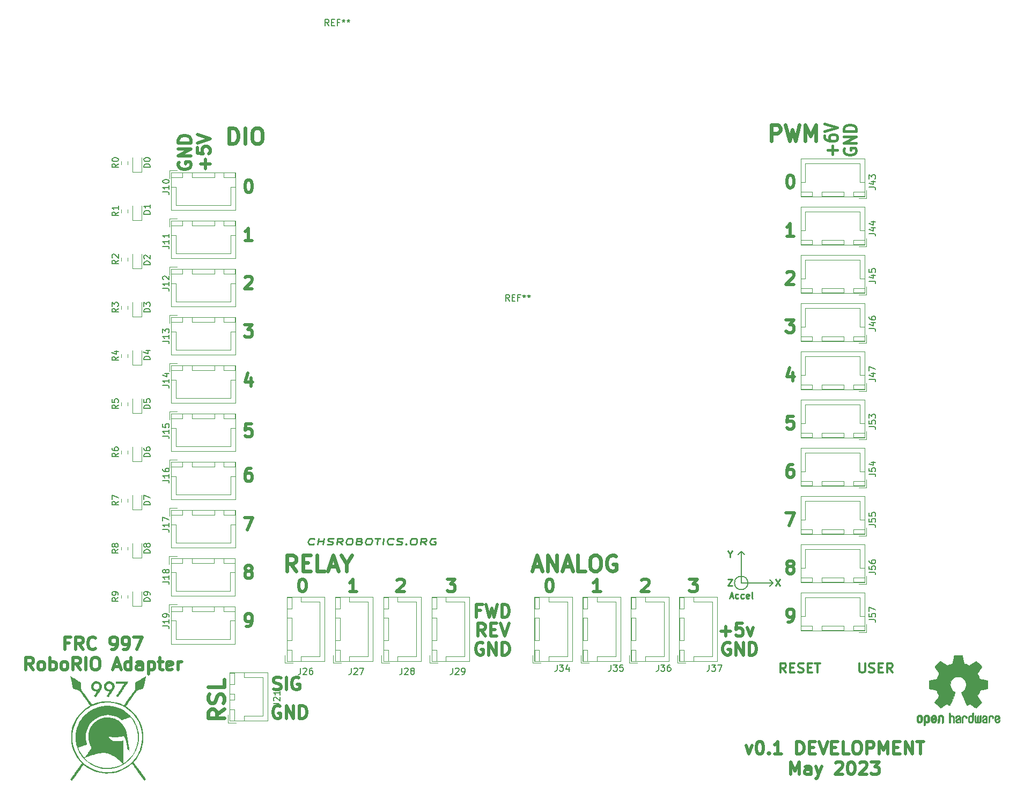
<source format=gbr>
%TF.GenerationSoftware,KiCad,Pcbnew,6.0.11-2627ca5db0~126~ubuntu22.04.1*%
%TF.CreationDate,2023-05-12T19:19:22-07:00*%
%TF.ProjectId,Roborio board,526f626f-7269-46f2-9062-6f6172642e6b,rev?*%
%TF.SameCoordinates,Original*%
%TF.FileFunction,Legend,Top*%
%TF.FilePolarity,Positive*%
%FSLAX46Y46*%
G04 Gerber Fmt 4.6, Leading zero omitted, Abs format (unit mm)*
G04 Created by KiCad (PCBNEW 6.0.11-2627ca5db0~126~ubuntu22.04.1) date 2023-05-12 19:19:22*
%MOMM*%
%LPD*%
G01*
G04 APERTURE LIST*
%ADD10C,0.200000*%
%ADD11C,0.500000*%
%ADD12C,0.300000*%
%ADD13C,0.625000*%
%ADD14C,0.250000*%
%ADD15C,0.450000*%
%ADD16C,0.150000*%
%ADD17C,0.120000*%
%ADD18C,0.010000*%
G04 APERTURE END LIST*
D10*
X169500000Y-108750000D02*
X170000000Y-109250000D01*
X169500000Y-108750000D02*
X169000000Y-109250000D01*
X169500000Y-113750000D02*
X169500000Y-108750000D01*
X169500000Y-113750000D02*
X174500000Y-113750000D01*
X170560660Y-113750000D02*
G75*
G03*
X170560660Y-113750000I-1060660J0D01*
G01*
X174500000Y-113750000D02*
X174000000Y-113250000D01*
X174500000Y-113750000D02*
X174000000Y-114250000D01*
D11*
X96726190Y-133250000D02*
X96535714Y-133154761D01*
X96250000Y-133154761D01*
X95964285Y-133250000D01*
X95773809Y-133440476D01*
X95678571Y-133630952D01*
X95583333Y-134011904D01*
X95583333Y-134297619D01*
X95678571Y-134678571D01*
X95773809Y-134869047D01*
X95964285Y-135059523D01*
X96250000Y-135154761D01*
X96440476Y-135154761D01*
X96726190Y-135059523D01*
X96821428Y-134964285D01*
X96821428Y-134297619D01*
X96440476Y-134297619D01*
X97678571Y-135154761D02*
X97678571Y-133154761D01*
X98821428Y-135154761D01*
X98821428Y-133154761D01*
X99773809Y-135154761D02*
X99773809Y-133154761D01*
X100250000Y-133154761D01*
X100535714Y-133250000D01*
X100726190Y-133440476D01*
X100821428Y-133630952D01*
X100916666Y-134011904D01*
X100916666Y-134297619D01*
X100821428Y-134678571D01*
X100726190Y-134869047D01*
X100535714Y-135059523D01*
X100250000Y-135154761D01*
X99773809Y-135154761D01*
X177821428Y-58946561D02*
X176678571Y-58946561D01*
X177250000Y-58946561D02*
X177250000Y-56946561D01*
X177059523Y-57232276D01*
X176869047Y-57422752D01*
X176678571Y-57517990D01*
D12*
X176571428Y-127928571D02*
X176071428Y-127214285D01*
X175714285Y-127928571D02*
X175714285Y-126428571D01*
X176285714Y-126428571D01*
X176428571Y-126500000D01*
X176500000Y-126571428D01*
X176571428Y-126714285D01*
X176571428Y-126928571D01*
X176500000Y-127071428D01*
X176428571Y-127142857D01*
X176285714Y-127214285D01*
X175714285Y-127214285D01*
X177214285Y-127142857D02*
X177714285Y-127142857D01*
X177928571Y-127928571D02*
X177214285Y-127928571D01*
X177214285Y-126428571D01*
X177928571Y-126428571D01*
X178500000Y-127857142D02*
X178714285Y-127928571D01*
X179071428Y-127928571D01*
X179214285Y-127857142D01*
X179285714Y-127785714D01*
X179357142Y-127642857D01*
X179357142Y-127500000D01*
X179285714Y-127357142D01*
X179214285Y-127285714D01*
X179071428Y-127214285D01*
X178785714Y-127142857D01*
X178642857Y-127071428D01*
X178571428Y-127000000D01*
X178500000Y-126857142D01*
X178500000Y-126714285D01*
X178571428Y-126571428D01*
X178642857Y-126500000D01*
X178785714Y-126428571D01*
X179142857Y-126428571D01*
X179357142Y-126500000D01*
X180000000Y-127142857D02*
X180500000Y-127142857D01*
X180714285Y-127928571D02*
X180000000Y-127928571D01*
X180000000Y-126428571D01*
X180714285Y-126428571D01*
X181142857Y-126428571D02*
X182000000Y-126428571D01*
X181571428Y-127928571D02*
X181571428Y-126428571D01*
D13*
X136702380Y-111166666D02*
X137892857Y-111166666D01*
X136464285Y-111880952D02*
X137297619Y-109380952D01*
X138130952Y-111880952D01*
X138964285Y-111880952D02*
X138964285Y-109380952D01*
X140392857Y-111880952D01*
X140392857Y-109380952D01*
X141464285Y-111166666D02*
X142654761Y-111166666D01*
X141226190Y-111880952D02*
X142059523Y-109380952D01*
X142892857Y-111880952D01*
X144916666Y-111880952D02*
X143726190Y-111880952D01*
X143726190Y-109380952D01*
X146226190Y-109380952D02*
X146702380Y-109380952D01*
X146940476Y-109500000D01*
X147178571Y-109738095D01*
X147297619Y-110214285D01*
X147297619Y-111047619D01*
X147178571Y-111523809D01*
X146940476Y-111761904D01*
X146702380Y-111880952D01*
X146226190Y-111880952D01*
X145988095Y-111761904D01*
X145750000Y-111523809D01*
X145630952Y-111047619D01*
X145630952Y-110214285D01*
X145750000Y-109738095D01*
X145988095Y-109500000D01*
X146226190Y-109380952D01*
X149678571Y-109500000D02*
X149440476Y-109380952D01*
X149083333Y-109380952D01*
X148726190Y-109500000D01*
X148488095Y-109738095D01*
X148369047Y-109976190D01*
X148250000Y-110452380D01*
X148250000Y-110809523D01*
X148369047Y-111285714D01*
X148488095Y-111523809D01*
X148726190Y-111761904D01*
X149083333Y-111880952D01*
X149321428Y-111880952D01*
X149678571Y-111761904D01*
X149797619Y-111642857D01*
X149797619Y-110809523D01*
X149321428Y-110809523D01*
D11*
X91654761Y-50069161D02*
X91845238Y-50069161D01*
X92035714Y-50164400D01*
X92130952Y-50259638D01*
X92226190Y-50450114D01*
X92321428Y-50831066D01*
X92321428Y-51307257D01*
X92226190Y-51688209D01*
X92130952Y-51878685D01*
X92035714Y-51973923D01*
X91845238Y-52069161D01*
X91654761Y-52069161D01*
X91464285Y-51973923D01*
X91369047Y-51878685D01*
X91273809Y-51688209D01*
X91178571Y-51307257D01*
X91178571Y-50831066D01*
X91273809Y-50450114D01*
X91369047Y-50259638D01*
X91464285Y-50164400D01*
X91654761Y-50069161D01*
X100154761Y-113154761D02*
X100345238Y-113154761D01*
X100535714Y-113250000D01*
X100630952Y-113345238D01*
X100726190Y-113535714D01*
X100821428Y-113916666D01*
X100821428Y-114392857D01*
X100726190Y-114773809D01*
X100630952Y-114964285D01*
X100535714Y-115059523D01*
X100345238Y-115154761D01*
X100154761Y-115154761D01*
X99964285Y-115059523D01*
X99869047Y-114964285D01*
X99773809Y-114773809D01*
X99678571Y-114392857D01*
X99678571Y-113916666D01*
X99773809Y-113535714D01*
X99869047Y-113345238D01*
X99964285Y-113250000D01*
X100154761Y-113154761D01*
D13*
X88690476Y-44380952D02*
X88690476Y-41880952D01*
X89285714Y-41880952D01*
X89642857Y-42000000D01*
X89880952Y-42238095D01*
X90000000Y-42476190D01*
X90119047Y-42952380D01*
X90119047Y-43309523D01*
X90000000Y-43785714D01*
X89880952Y-44023809D01*
X89642857Y-44261904D01*
X89285714Y-44380952D01*
X88690476Y-44380952D01*
X91190476Y-44380952D02*
X91190476Y-41880952D01*
X92857142Y-41880952D02*
X93333333Y-41880952D01*
X93571428Y-42000000D01*
X93809523Y-42238095D01*
X93928571Y-42714285D01*
X93928571Y-43547619D01*
X93809523Y-44023809D01*
X93571428Y-44261904D01*
X93333333Y-44380952D01*
X92857142Y-44380952D01*
X92619047Y-44261904D01*
X92380952Y-44023809D01*
X92261904Y-43547619D01*
X92261904Y-42714285D01*
X92380952Y-42238095D01*
X92619047Y-42000000D01*
X92857142Y-41880952D01*
D11*
X153799671Y-113345238D02*
X153894909Y-113250000D01*
X154085385Y-113154761D01*
X154561576Y-113154761D01*
X154752052Y-113250000D01*
X154847290Y-113345238D01*
X154942528Y-113535714D01*
X154942528Y-113726190D01*
X154847290Y-114011904D01*
X153704433Y-115154761D01*
X154942528Y-115154761D01*
X128392857Y-118107142D02*
X127726190Y-118107142D01*
X127726190Y-119154761D02*
X127726190Y-117154761D01*
X128678571Y-117154761D01*
X129250000Y-117154761D02*
X129726190Y-119154761D01*
X130107142Y-117726190D01*
X130488095Y-119154761D01*
X130964285Y-117154761D01*
X131726190Y-119154761D02*
X131726190Y-117154761D01*
X132202380Y-117154761D01*
X132488095Y-117250000D01*
X132678571Y-117440476D01*
X132773809Y-117630952D01*
X132869047Y-118011904D01*
X132869047Y-118297619D01*
X132773809Y-118678571D01*
X132678571Y-118869047D01*
X132488095Y-119059523D01*
X132202380Y-119154761D01*
X131726190Y-119154761D01*
D13*
X99238095Y-111880952D02*
X98404761Y-110690476D01*
X97809523Y-111880952D02*
X97809523Y-109380952D01*
X98761904Y-109380952D01*
X99000000Y-109500000D01*
X99119047Y-109619047D01*
X99238095Y-109857142D01*
X99238095Y-110214285D01*
X99119047Y-110452380D01*
X99000000Y-110571428D01*
X98761904Y-110690476D01*
X97809523Y-110690476D01*
X100309523Y-110571428D02*
X101142857Y-110571428D01*
X101500000Y-111880952D02*
X100309523Y-111880952D01*
X100309523Y-109380952D01*
X101500000Y-109380952D01*
X103761904Y-111880952D02*
X102571428Y-111880952D01*
X102571428Y-109380952D01*
X104476190Y-111166666D02*
X105666666Y-111166666D01*
X104238095Y-111880952D02*
X105071428Y-109380952D01*
X105904761Y-111880952D01*
X107214285Y-110690476D02*
X107214285Y-111880952D01*
X106380952Y-109380952D02*
X107214285Y-110690476D01*
X108047619Y-109380952D01*
D11*
X115178571Y-113345238D02*
X115273809Y-113250000D01*
X115464285Y-113154761D01*
X115940476Y-113154761D01*
X116130952Y-113250000D01*
X116226190Y-113345238D01*
X116321428Y-113535714D01*
X116321428Y-113726190D01*
X116226190Y-114011904D01*
X115083333Y-115154761D01*
X116321428Y-115154761D01*
D14*
X167416666Y-113202380D02*
X168083333Y-113202380D01*
X167416666Y-114202380D01*
X168083333Y-114202380D01*
D11*
X177630952Y-95046561D02*
X177250000Y-95046561D01*
X177059523Y-95141800D01*
X176964285Y-95237038D01*
X176773809Y-95522752D01*
X176678571Y-95903704D01*
X176678571Y-96665609D01*
X176773809Y-96856085D01*
X176869047Y-96951323D01*
X177059523Y-97046561D01*
X177440476Y-97046561D01*
X177630952Y-96951323D01*
X177726190Y-96856085D01*
X177821428Y-96665609D01*
X177821428Y-96189419D01*
X177726190Y-95998942D01*
X177630952Y-95903704D01*
X177440476Y-95808466D01*
X177059523Y-95808466D01*
X176869047Y-95903704D01*
X176773809Y-95998942D01*
X176678571Y-96189419D01*
X80750000Y-47273809D02*
X80654761Y-47464285D01*
X80654761Y-47750000D01*
X80750000Y-48035714D01*
X80940476Y-48226190D01*
X81130952Y-48321428D01*
X81511904Y-48416666D01*
X81797619Y-48416666D01*
X82178571Y-48321428D01*
X82369047Y-48226190D01*
X82559523Y-48035714D01*
X82654761Y-47750000D01*
X82654761Y-47559523D01*
X82559523Y-47273809D01*
X82464285Y-47178571D01*
X81797619Y-47178571D01*
X81797619Y-47559523D01*
X82654761Y-46321428D02*
X80654761Y-46321428D01*
X82654761Y-45178571D01*
X80654761Y-45178571D01*
X82654761Y-44226190D02*
X80654761Y-44226190D01*
X80654761Y-43750000D01*
X80750000Y-43464285D01*
X80940476Y-43273809D01*
X81130952Y-43178571D01*
X81511904Y-43083333D01*
X81797619Y-43083333D01*
X82178571Y-43178571D01*
X82369047Y-43273809D01*
X82559523Y-43464285D01*
X82654761Y-43750000D01*
X82654761Y-44226190D01*
X139154761Y-113154761D02*
X139345238Y-113154761D01*
X139535714Y-113250000D01*
X139630952Y-113345238D01*
X139726190Y-113535714D01*
X139821428Y-113916666D01*
X139821428Y-114392857D01*
X139726190Y-114773809D01*
X139630952Y-114964285D01*
X139535714Y-115059523D01*
X139345238Y-115154761D01*
X139154761Y-115154761D01*
X138964285Y-115059523D01*
X138869047Y-114964285D01*
X138773809Y-114773809D01*
X138678571Y-114392857D01*
X138678571Y-113916666D01*
X138773809Y-113535714D01*
X138869047Y-113345238D01*
X138964285Y-113250000D01*
X139154761Y-113154761D01*
X92130952Y-95654761D02*
X91750000Y-95654761D01*
X91559523Y-95750000D01*
X91464285Y-95845238D01*
X91273809Y-96130952D01*
X91178571Y-96511904D01*
X91178571Y-97273809D01*
X91273809Y-97464285D01*
X91369047Y-97559523D01*
X91559523Y-97654761D01*
X91940476Y-97654761D01*
X92130952Y-97559523D01*
X92226190Y-97464285D01*
X92321428Y-97273809D01*
X92321428Y-96797619D01*
X92226190Y-96607142D01*
X92130952Y-96511904D01*
X91940476Y-96416666D01*
X91559523Y-96416666D01*
X91369047Y-96511904D01*
X91273809Y-96607142D01*
X91178571Y-96797619D01*
D14*
X102024375Y-107607142D02*
X101946994Y-107654761D01*
X101726755Y-107702380D01*
X101583898Y-107702380D01*
X101375565Y-107654761D01*
X101244613Y-107559523D01*
X101185089Y-107464285D01*
X101137470Y-107273809D01*
X101155327Y-107130952D01*
X101250565Y-106940476D01*
X101333898Y-106845238D01*
X101488660Y-106750000D01*
X101708898Y-106702380D01*
X101851755Y-106702380D01*
X102060089Y-106750000D01*
X102125565Y-106797619D01*
X102655327Y-107702380D02*
X102780327Y-106702380D01*
X102720803Y-107178571D02*
X103577946Y-107178571D01*
X103512470Y-107702380D02*
X103637470Y-106702380D01*
X104161279Y-107654761D02*
X104369613Y-107702380D01*
X104726755Y-107702380D01*
X104875565Y-107654761D01*
X104952946Y-107607142D01*
X105036279Y-107511904D01*
X105048184Y-107416666D01*
X104988660Y-107321428D01*
X104923184Y-107273809D01*
X104786279Y-107226190D01*
X104506517Y-107178571D01*
X104369613Y-107130952D01*
X104304136Y-107083333D01*
X104244613Y-106988095D01*
X104256517Y-106892857D01*
X104339851Y-106797619D01*
X104417232Y-106750000D01*
X104566041Y-106702380D01*
X104923184Y-106702380D01*
X105131517Y-106750000D01*
X106512470Y-107702380D02*
X106071994Y-107226190D01*
X105655327Y-107702380D02*
X105780327Y-106702380D01*
X106351755Y-106702380D01*
X106488660Y-106750000D01*
X106554136Y-106797619D01*
X106613660Y-106892857D01*
X106595803Y-107035714D01*
X106512470Y-107130952D01*
X106435089Y-107178571D01*
X106286279Y-107226190D01*
X105714851Y-107226190D01*
X107566041Y-106702380D02*
X107851755Y-106702380D01*
X107988660Y-106750000D01*
X108119613Y-106845238D01*
X108167232Y-107035714D01*
X108125565Y-107369047D01*
X108030327Y-107559523D01*
X107875565Y-107654761D01*
X107726755Y-107702380D01*
X107441041Y-107702380D01*
X107304136Y-107654761D01*
X107173184Y-107559523D01*
X107125565Y-107369047D01*
X107167232Y-107035714D01*
X107262470Y-106845238D01*
X107417232Y-106750000D01*
X107566041Y-106702380D01*
X109292232Y-107178571D02*
X109500565Y-107226190D01*
X109566041Y-107273809D01*
X109625565Y-107369047D01*
X109607708Y-107511904D01*
X109524375Y-107607142D01*
X109446994Y-107654761D01*
X109298184Y-107702380D01*
X108726755Y-107702380D01*
X108851755Y-106702380D01*
X109351755Y-106702380D01*
X109488660Y-106750000D01*
X109554136Y-106797619D01*
X109613660Y-106892857D01*
X109601755Y-106988095D01*
X109518422Y-107083333D01*
X109441041Y-107130952D01*
X109292232Y-107178571D01*
X108792232Y-107178571D01*
X110637470Y-106702380D02*
X110923184Y-106702380D01*
X111060089Y-106750000D01*
X111191041Y-106845238D01*
X111238660Y-107035714D01*
X111196994Y-107369047D01*
X111101755Y-107559523D01*
X110946994Y-107654761D01*
X110798184Y-107702380D01*
X110512470Y-107702380D01*
X110375565Y-107654761D01*
X110244613Y-107559523D01*
X110196994Y-107369047D01*
X110238660Y-107035714D01*
X110333898Y-106845238D01*
X110488660Y-106750000D01*
X110637470Y-106702380D01*
X111708898Y-106702380D02*
X112566041Y-106702380D01*
X112012470Y-107702380D02*
X112137470Y-106702380D01*
X112941041Y-107702380D02*
X113066041Y-106702380D01*
X114524375Y-107607142D02*
X114446994Y-107654761D01*
X114226755Y-107702380D01*
X114083898Y-107702380D01*
X113875565Y-107654761D01*
X113744613Y-107559523D01*
X113685089Y-107464285D01*
X113637470Y-107273809D01*
X113655327Y-107130952D01*
X113750565Y-106940476D01*
X113833898Y-106845238D01*
X113988660Y-106750000D01*
X114208898Y-106702380D01*
X114351755Y-106702380D01*
X114560089Y-106750000D01*
X114625565Y-106797619D01*
X115089851Y-107654761D02*
X115298184Y-107702380D01*
X115655327Y-107702380D01*
X115804136Y-107654761D01*
X115881517Y-107607142D01*
X115964851Y-107511904D01*
X115976755Y-107416666D01*
X115917232Y-107321428D01*
X115851755Y-107273809D01*
X115714851Y-107226190D01*
X115435089Y-107178571D01*
X115298184Y-107130952D01*
X115232708Y-107083333D01*
X115173184Y-106988095D01*
X115185089Y-106892857D01*
X115268422Y-106797619D01*
X115345803Y-106750000D01*
X115494613Y-106702380D01*
X115851755Y-106702380D01*
X116060089Y-106750000D01*
X116595803Y-107607142D02*
X116661279Y-107654761D01*
X116583898Y-107702380D01*
X116518422Y-107654761D01*
X116595803Y-107607142D01*
X116583898Y-107702380D01*
X117708898Y-106702380D02*
X117994613Y-106702380D01*
X118131517Y-106750000D01*
X118262470Y-106845238D01*
X118310089Y-107035714D01*
X118268422Y-107369047D01*
X118173184Y-107559523D01*
X118018422Y-107654761D01*
X117869613Y-107702380D01*
X117583898Y-107702380D01*
X117446994Y-107654761D01*
X117316041Y-107559523D01*
X117268422Y-107369047D01*
X117310089Y-107035714D01*
X117405327Y-106845238D01*
X117560089Y-106750000D01*
X117708898Y-106702380D01*
X119726755Y-107702380D02*
X119286279Y-107226190D01*
X118869613Y-107702380D02*
X118994613Y-106702380D01*
X119566041Y-106702380D01*
X119702946Y-106750000D01*
X119768422Y-106797619D01*
X119827946Y-106892857D01*
X119810089Y-107035714D01*
X119726755Y-107130952D01*
X119649375Y-107178571D01*
X119500565Y-107226190D01*
X118929136Y-107226190D01*
X121274375Y-106750000D02*
X121137470Y-106702380D01*
X120923184Y-106702380D01*
X120702946Y-106750000D01*
X120548184Y-106845238D01*
X120464851Y-106940476D01*
X120369613Y-107130952D01*
X120351755Y-107273809D01*
X120399375Y-107464285D01*
X120458898Y-107559523D01*
X120589851Y-107654761D01*
X120798184Y-107702380D01*
X120941041Y-107702380D01*
X121161279Y-107654761D01*
X121238660Y-107607142D01*
X121280327Y-107273809D01*
X120994613Y-107273809D01*
D11*
X91083333Y-72929161D02*
X92321428Y-72929161D01*
X91654761Y-73691066D01*
X91940476Y-73691066D01*
X92130952Y-73786304D01*
X92226190Y-73881542D01*
X92321428Y-74072019D01*
X92321428Y-74548209D01*
X92226190Y-74738685D01*
X92130952Y-74833923D01*
X91940476Y-74929161D01*
X91369047Y-74929161D01*
X91178571Y-74833923D01*
X91083333Y-74738685D01*
X91178571Y-65499638D02*
X91273809Y-65404400D01*
X91464285Y-65309161D01*
X91940476Y-65309161D01*
X92130952Y-65404400D01*
X92226190Y-65499638D01*
X92321428Y-65690114D01*
X92321428Y-65880590D01*
X92226190Y-66166304D01*
X91083333Y-67309161D01*
X92321428Y-67309161D01*
X95702380Y-130559523D02*
X95988095Y-130654761D01*
X96464285Y-130654761D01*
X96654761Y-130559523D01*
X96750000Y-130464285D01*
X96845238Y-130273809D01*
X96845238Y-130083333D01*
X96750000Y-129892857D01*
X96654761Y-129797619D01*
X96464285Y-129702380D01*
X96083333Y-129607142D01*
X95892857Y-129511904D01*
X95797619Y-129416666D01*
X95702380Y-129226190D01*
X95702380Y-129035714D01*
X95797619Y-128845238D01*
X95892857Y-128750000D01*
X96083333Y-128654761D01*
X96559523Y-128654761D01*
X96845238Y-128750000D01*
X97702380Y-130654761D02*
X97702380Y-128654761D01*
X99702380Y-128750000D02*
X99511904Y-128654761D01*
X99226190Y-128654761D01*
X98940476Y-128750000D01*
X98750000Y-128940476D01*
X98654761Y-129130952D01*
X98559523Y-129511904D01*
X98559523Y-129797619D01*
X98654761Y-130178571D01*
X98750000Y-130369047D01*
X98940476Y-130559523D01*
X99226190Y-130654761D01*
X99416666Y-130654761D01*
X99702380Y-130559523D01*
X99797619Y-130464285D01*
X99797619Y-129797619D01*
X99416666Y-129797619D01*
X84892857Y-48321428D02*
X84892857Y-46797619D01*
X85654761Y-47559523D02*
X84130952Y-47559523D01*
X83654761Y-44892857D02*
X83654761Y-45845238D01*
X84607142Y-45940476D01*
X84511904Y-45845238D01*
X84416666Y-45654761D01*
X84416666Y-45178571D01*
X84511904Y-44988095D01*
X84607142Y-44892857D01*
X84797619Y-44797619D01*
X85273809Y-44797619D01*
X85464285Y-44892857D01*
X85559523Y-44988095D01*
X85654761Y-45178571D01*
X85654761Y-45654761D01*
X85559523Y-45845238D01*
X85464285Y-45940476D01*
X83654761Y-44226190D02*
X85654761Y-43559523D01*
X83654761Y-42892857D01*
X129107142Y-122154761D02*
X128440476Y-121202380D01*
X127964285Y-122154761D02*
X127964285Y-120154761D01*
X128726190Y-120154761D01*
X128916666Y-120250000D01*
X129011904Y-120345238D01*
X129107142Y-120535714D01*
X129107142Y-120821428D01*
X129011904Y-121011904D01*
X128916666Y-121107142D01*
X128726190Y-121202380D01*
X127964285Y-121202380D01*
X129964285Y-121107142D02*
X130630952Y-121107142D01*
X130916666Y-122154761D02*
X129964285Y-122154761D01*
X129964285Y-120154761D01*
X130916666Y-120154761D01*
X131488095Y-120154761D02*
X132154761Y-122154761D01*
X132821428Y-120154761D01*
X91083333Y-103409161D02*
X92416666Y-103409161D01*
X91559523Y-105409161D01*
D13*
X87880952Y-133678571D02*
X86690476Y-134511904D01*
X87880952Y-135107142D02*
X85380952Y-135107142D01*
X85380952Y-134154761D01*
X85500000Y-133916666D01*
X85619047Y-133797619D01*
X85857142Y-133678571D01*
X86214285Y-133678571D01*
X86452380Y-133797619D01*
X86571428Y-133916666D01*
X86690476Y-134154761D01*
X86690476Y-135107142D01*
X87761904Y-132726190D02*
X87880952Y-132369047D01*
X87880952Y-131773809D01*
X87761904Y-131535714D01*
X87642857Y-131416666D01*
X87404761Y-131297619D01*
X87166666Y-131297619D01*
X86928571Y-131416666D01*
X86809523Y-131535714D01*
X86690476Y-131773809D01*
X86571428Y-132250000D01*
X86452380Y-132488095D01*
X86333333Y-132607142D01*
X86095238Y-132726190D01*
X85857142Y-132726190D01*
X85619047Y-132607142D01*
X85500000Y-132488095D01*
X85380952Y-132250000D01*
X85380952Y-131654761D01*
X85500000Y-131297619D01*
X87880952Y-129035714D02*
X87880952Y-130226190D01*
X85380952Y-130226190D01*
D11*
X92130952Y-81321428D02*
X92130952Y-82654761D01*
X91654761Y-80559523D02*
X91178571Y-81988095D01*
X92416666Y-81988095D01*
X167726190Y-123250000D02*
X167535714Y-123154761D01*
X167250000Y-123154761D01*
X166964285Y-123250000D01*
X166773809Y-123440476D01*
X166678571Y-123630952D01*
X166583333Y-124011904D01*
X166583333Y-124297619D01*
X166678571Y-124678571D01*
X166773809Y-124869047D01*
X166964285Y-125059523D01*
X167250000Y-125154761D01*
X167440476Y-125154761D01*
X167726190Y-125059523D01*
X167821428Y-124964285D01*
X167821428Y-124297619D01*
X167440476Y-124297619D01*
X168678571Y-125154761D02*
X168678571Y-123154761D01*
X169821428Y-125154761D01*
X169821428Y-123154761D01*
X170773809Y-125154761D02*
X170773809Y-123154761D01*
X171250000Y-123154761D01*
X171535714Y-123250000D01*
X171726190Y-123440476D01*
X171821428Y-123630952D01*
X171916666Y-124011904D01*
X171916666Y-124297619D01*
X171821428Y-124678571D01*
X171726190Y-124869047D01*
X171535714Y-125059523D01*
X171250000Y-125154761D01*
X170773809Y-125154761D01*
X166273809Y-121392857D02*
X167797619Y-121392857D01*
X167035714Y-122154761D02*
X167035714Y-120630952D01*
X169702380Y-120154761D02*
X168750000Y-120154761D01*
X168654761Y-121107142D01*
X168750000Y-121011904D01*
X168940476Y-120916666D01*
X169416666Y-120916666D01*
X169607142Y-121011904D01*
X169702380Y-121107142D01*
X169797619Y-121297619D01*
X169797619Y-121773809D01*
X169702380Y-121964285D01*
X169607142Y-122059523D01*
X169416666Y-122154761D01*
X168940476Y-122154761D01*
X168750000Y-122059523D01*
X168654761Y-121964285D01*
X170464285Y-120821428D02*
X170940476Y-122154761D01*
X171416666Y-120821428D01*
X161324433Y-113154761D02*
X162562528Y-113154761D01*
X161895861Y-113916666D01*
X162181576Y-113916666D01*
X162372052Y-114011904D01*
X162467290Y-114107142D01*
X162562528Y-114297619D01*
X162562528Y-114773809D01*
X162467290Y-114964285D01*
X162372052Y-115059523D01*
X162181576Y-115154761D01*
X161610147Y-115154761D01*
X161419671Y-115059523D01*
X161324433Y-114964285D01*
D15*
X183892857Y-46064285D02*
X183892857Y-44692857D01*
X184654761Y-45378571D02*
X183130952Y-45378571D01*
X182654761Y-43064285D02*
X182654761Y-43407142D01*
X182750000Y-43578571D01*
X182845238Y-43664285D01*
X183130952Y-43835714D01*
X183511904Y-43921428D01*
X184273809Y-43921428D01*
X184464285Y-43835714D01*
X184559523Y-43750000D01*
X184654761Y-43578571D01*
X184654761Y-43235714D01*
X184559523Y-43064285D01*
X184464285Y-42978571D01*
X184273809Y-42892857D01*
X183797619Y-42892857D01*
X183607142Y-42978571D01*
X183511904Y-43064285D01*
X183416666Y-43235714D01*
X183416666Y-43578571D01*
X183511904Y-43750000D01*
X183607142Y-43835714D01*
X183797619Y-43921428D01*
X182654761Y-42378571D02*
X184654761Y-41778571D01*
X182654761Y-41178571D01*
D11*
X176678571Y-64757038D02*
X176773809Y-64661800D01*
X176964285Y-64566561D01*
X177440476Y-64566561D01*
X177630952Y-64661800D01*
X177726190Y-64757038D01*
X177821428Y-64947514D01*
X177821428Y-65137990D01*
X177726190Y-65423704D01*
X176583333Y-66566561D01*
X177821428Y-66566561D01*
X108821428Y-115154761D02*
X107678571Y-115154761D01*
X108250000Y-115154761D02*
X108250000Y-113154761D01*
X108059523Y-113440476D01*
X107869047Y-113630952D01*
X107678571Y-113726190D01*
X63416666Y-123247142D02*
X62750000Y-123247142D01*
X62750000Y-124294761D02*
X62750000Y-122294761D01*
X63702380Y-122294761D01*
X65607142Y-124294761D02*
X64940476Y-123342380D01*
X64464285Y-124294761D02*
X64464285Y-122294761D01*
X65226190Y-122294761D01*
X65416666Y-122390000D01*
X65511904Y-122485238D01*
X65607142Y-122675714D01*
X65607142Y-122961428D01*
X65511904Y-123151904D01*
X65416666Y-123247142D01*
X65226190Y-123342380D01*
X64464285Y-123342380D01*
X67607142Y-124104285D02*
X67511904Y-124199523D01*
X67226190Y-124294761D01*
X67035714Y-124294761D01*
X66750000Y-124199523D01*
X66559523Y-124009047D01*
X66464285Y-123818571D01*
X66369047Y-123437619D01*
X66369047Y-123151904D01*
X66464285Y-122770952D01*
X66559523Y-122580476D01*
X66750000Y-122390000D01*
X67035714Y-122294761D01*
X67226190Y-122294761D01*
X67511904Y-122390000D01*
X67607142Y-122485238D01*
X70083333Y-124294761D02*
X70464285Y-124294761D01*
X70654761Y-124199523D01*
X70750000Y-124104285D01*
X70940476Y-123818571D01*
X71035714Y-123437619D01*
X71035714Y-122675714D01*
X70940476Y-122485238D01*
X70845238Y-122390000D01*
X70654761Y-122294761D01*
X70273809Y-122294761D01*
X70083333Y-122390000D01*
X69988095Y-122485238D01*
X69892857Y-122675714D01*
X69892857Y-123151904D01*
X69988095Y-123342380D01*
X70083333Y-123437619D01*
X70273809Y-123532857D01*
X70654761Y-123532857D01*
X70845238Y-123437619D01*
X70940476Y-123342380D01*
X71035714Y-123151904D01*
X71988095Y-124294761D02*
X72369047Y-124294761D01*
X72559523Y-124199523D01*
X72654761Y-124104285D01*
X72845238Y-123818571D01*
X72940476Y-123437619D01*
X72940476Y-122675714D01*
X72845238Y-122485238D01*
X72750000Y-122390000D01*
X72559523Y-122294761D01*
X72178571Y-122294761D01*
X71988095Y-122390000D01*
X71892857Y-122485238D01*
X71797619Y-122675714D01*
X71797619Y-123151904D01*
X71892857Y-123342380D01*
X71988095Y-123437619D01*
X72178571Y-123532857D01*
X72559523Y-123532857D01*
X72750000Y-123437619D01*
X72845238Y-123342380D01*
X72940476Y-123151904D01*
X73607142Y-122294761D02*
X74940476Y-122294761D01*
X74083333Y-124294761D01*
X57750000Y-127514761D02*
X57083333Y-126562380D01*
X56607142Y-127514761D02*
X56607142Y-125514761D01*
X57369047Y-125514761D01*
X57559523Y-125610000D01*
X57654761Y-125705238D01*
X57750000Y-125895714D01*
X57750000Y-126181428D01*
X57654761Y-126371904D01*
X57559523Y-126467142D01*
X57369047Y-126562380D01*
X56607142Y-126562380D01*
X58892857Y-127514761D02*
X58702380Y-127419523D01*
X58607142Y-127324285D01*
X58511904Y-127133809D01*
X58511904Y-126562380D01*
X58607142Y-126371904D01*
X58702380Y-126276666D01*
X58892857Y-126181428D01*
X59178571Y-126181428D01*
X59369047Y-126276666D01*
X59464285Y-126371904D01*
X59559523Y-126562380D01*
X59559523Y-127133809D01*
X59464285Y-127324285D01*
X59369047Y-127419523D01*
X59178571Y-127514761D01*
X58892857Y-127514761D01*
X60416666Y-127514761D02*
X60416666Y-125514761D01*
X60416666Y-126276666D02*
X60607142Y-126181428D01*
X60988095Y-126181428D01*
X61178571Y-126276666D01*
X61273809Y-126371904D01*
X61369047Y-126562380D01*
X61369047Y-127133809D01*
X61273809Y-127324285D01*
X61178571Y-127419523D01*
X60988095Y-127514761D01*
X60607142Y-127514761D01*
X60416666Y-127419523D01*
X62511904Y-127514761D02*
X62321428Y-127419523D01*
X62226190Y-127324285D01*
X62130952Y-127133809D01*
X62130952Y-126562380D01*
X62226190Y-126371904D01*
X62321428Y-126276666D01*
X62511904Y-126181428D01*
X62797619Y-126181428D01*
X62988095Y-126276666D01*
X63083333Y-126371904D01*
X63178571Y-126562380D01*
X63178571Y-127133809D01*
X63083333Y-127324285D01*
X62988095Y-127419523D01*
X62797619Y-127514761D01*
X62511904Y-127514761D01*
X65178571Y-127514761D02*
X64511904Y-126562380D01*
X64035714Y-127514761D02*
X64035714Y-125514761D01*
X64797619Y-125514761D01*
X64988095Y-125610000D01*
X65083333Y-125705238D01*
X65178571Y-125895714D01*
X65178571Y-126181428D01*
X65083333Y-126371904D01*
X64988095Y-126467142D01*
X64797619Y-126562380D01*
X64035714Y-126562380D01*
X66035714Y-127514761D02*
X66035714Y-125514761D01*
X67369047Y-125514761D02*
X67750000Y-125514761D01*
X67940476Y-125610000D01*
X68130952Y-125800476D01*
X68226190Y-126181428D01*
X68226190Y-126848095D01*
X68130952Y-127229047D01*
X67940476Y-127419523D01*
X67750000Y-127514761D01*
X67369047Y-127514761D01*
X67178571Y-127419523D01*
X66988095Y-127229047D01*
X66892857Y-126848095D01*
X66892857Y-126181428D01*
X66988095Y-125800476D01*
X67178571Y-125610000D01*
X67369047Y-125514761D01*
X70511904Y-126943333D02*
X71464285Y-126943333D01*
X70321428Y-127514761D02*
X70988095Y-125514761D01*
X71654761Y-127514761D01*
X73178571Y-127514761D02*
X73178571Y-125514761D01*
X73178571Y-127419523D02*
X72988095Y-127514761D01*
X72607142Y-127514761D01*
X72416666Y-127419523D01*
X72321428Y-127324285D01*
X72226190Y-127133809D01*
X72226190Y-126562380D01*
X72321428Y-126371904D01*
X72416666Y-126276666D01*
X72607142Y-126181428D01*
X72988095Y-126181428D01*
X73178571Y-126276666D01*
X74988095Y-127514761D02*
X74988095Y-126467142D01*
X74892857Y-126276666D01*
X74702380Y-126181428D01*
X74321428Y-126181428D01*
X74130952Y-126276666D01*
X74988095Y-127419523D02*
X74797619Y-127514761D01*
X74321428Y-127514761D01*
X74130952Y-127419523D01*
X74035714Y-127229047D01*
X74035714Y-127038571D01*
X74130952Y-126848095D01*
X74321428Y-126752857D01*
X74797619Y-126752857D01*
X74988095Y-126657619D01*
X75940476Y-126181428D02*
X75940476Y-128181428D01*
X75940476Y-126276666D02*
X76130952Y-126181428D01*
X76511904Y-126181428D01*
X76702380Y-126276666D01*
X76797619Y-126371904D01*
X76892857Y-126562380D01*
X76892857Y-127133809D01*
X76797619Y-127324285D01*
X76702380Y-127419523D01*
X76511904Y-127514761D01*
X76130952Y-127514761D01*
X75940476Y-127419523D01*
X77464285Y-126181428D02*
X78226190Y-126181428D01*
X77750000Y-125514761D02*
X77750000Y-127229047D01*
X77845238Y-127419523D01*
X78035714Y-127514761D01*
X78226190Y-127514761D01*
X79654761Y-127419523D02*
X79464285Y-127514761D01*
X79083333Y-127514761D01*
X78892857Y-127419523D01*
X78797619Y-127229047D01*
X78797619Y-126467142D01*
X78892857Y-126276666D01*
X79083333Y-126181428D01*
X79464285Y-126181428D01*
X79654761Y-126276666D01*
X79750000Y-126467142D01*
X79750000Y-126657619D01*
X78797619Y-126848095D01*
X80607142Y-127514761D02*
X80607142Y-126181428D01*
X80607142Y-126562380D02*
X80702380Y-126371904D01*
X80797619Y-126276666D01*
X80988095Y-126181428D01*
X81178571Y-126181428D01*
X91369047Y-120624161D02*
X91750000Y-120624161D01*
X91940476Y-120528923D01*
X92035714Y-120433685D01*
X92226190Y-120147971D01*
X92321428Y-119767019D01*
X92321428Y-119005114D01*
X92226190Y-118814638D01*
X92130952Y-118719400D01*
X91940476Y-118624161D01*
X91559523Y-118624161D01*
X91369047Y-118719400D01*
X91273809Y-118814638D01*
X91178571Y-119005114D01*
X91178571Y-119481304D01*
X91273809Y-119671780D01*
X91369047Y-119767019D01*
X91559523Y-119862257D01*
X91940476Y-119862257D01*
X92130952Y-119767019D01*
X92226190Y-119671780D01*
X92321428Y-119481304D01*
D13*
X174238095Y-43880952D02*
X174238095Y-41380952D01*
X175190476Y-41380952D01*
X175428571Y-41500000D01*
X175547619Y-41619047D01*
X175666666Y-41857142D01*
X175666666Y-42214285D01*
X175547619Y-42452380D01*
X175428571Y-42571428D01*
X175190476Y-42690476D01*
X174238095Y-42690476D01*
X176500000Y-41380952D02*
X177095238Y-43880952D01*
X177571428Y-42095238D01*
X178047619Y-43880952D01*
X178642857Y-41380952D01*
X179595238Y-43880952D02*
X179595238Y-41380952D01*
X180428571Y-43166666D01*
X181261904Y-41380952D01*
X181261904Y-43880952D01*
D14*
X167750000Y-109226190D02*
X167750000Y-109702380D01*
X167416666Y-108702380D02*
X167750000Y-109226190D01*
X168083333Y-108702380D01*
D11*
X177154761Y-49326561D02*
X177345238Y-49326561D01*
X177535714Y-49421800D01*
X177630952Y-49517038D01*
X177726190Y-49707514D01*
X177821428Y-50088466D01*
X177821428Y-50564657D01*
X177726190Y-50945609D01*
X177630952Y-51136085D01*
X177535714Y-51231323D01*
X177345238Y-51326561D01*
X177154761Y-51326561D01*
X176964285Y-51231323D01*
X176869047Y-51136085D01*
X176773809Y-50945609D01*
X176678571Y-50564657D01*
X176678571Y-50088466D01*
X176773809Y-49707514D01*
X176869047Y-49517038D01*
X176964285Y-49421800D01*
X177154761Y-49326561D01*
D14*
X167714285Y-115916666D02*
X168190476Y-115916666D01*
X167619047Y-116202380D02*
X167952380Y-115202380D01*
X168285714Y-116202380D01*
X169047619Y-116154761D02*
X168952380Y-116202380D01*
X168761904Y-116202380D01*
X168666666Y-116154761D01*
X168619047Y-116107142D01*
X168571428Y-116011904D01*
X168571428Y-115726190D01*
X168619047Y-115630952D01*
X168666666Y-115583333D01*
X168761904Y-115535714D01*
X168952380Y-115535714D01*
X169047619Y-115583333D01*
X169904761Y-116154761D02*
X169809523Y-116202380D01*
X169619047Y-116202380D01*
X169523809Y-116154761D01*
X169476190Y-116107142D01*
X169428571Y-116011904D01*
X169428571Y-115726190D01*
X169476190Y-115630952D01*
X169523809Y-115583333D01*
X169619047Y-115535714D01*
X169809523Y-115535714D01*
X169904761Y-115583333D01*
X170714285Y-116154761D02*
X170619047Y-116202380D01*
X170428571Y-116202380D01*
X170333333Y-116154761D01*
X170285714Y-116059523D01*
X170285714Y-115678571D01*
X170333333Y-115583333D01*
X170428571Y-115535714D01*
X170619047Y-115535714D01*
X170714285Y-115583333D01*
X170761904Y-115678571D01*
X170761904Y-115773809D01*
X170285714Y-115869047D01*
X171333333Y-116202380D02*
X171238095Y-116154761D01*
X171190476Y-116059523D01*
X171190476Y-115202380D01*
D11*
X128726190Y-123250000D02*
X128535714Y-123154761D01*
X128250000Y-123154761D01*
X127964285Y-123250000D01*
X127773809Y-123440476D01*
X127678571Y-123630952D01*
X127583333Y-124011904D01*
X127583333Y-124297619D01*
X127678571Y-124678571D01*
X127773809Y-124869047D01*
X127964285Y-125059523D01*
X128250000Y-125154761D01*
X128440476Y-125154761D01*
X128726190Y-125059523D01*
X128821428Y-124964285D01*
X128821428Y-124297619D01*
X128440476Y-124297619D01*
X129678571Y-125154761D02*
X129678571Y-123154761D01*
X130821428Y-125154761D01*
X130821428Y-123154761D01*
X131773809Y-125154761D02*
X131773809Y-123154761D01*
X132250000Y-123154761D01*
X132535714Y-123250000D01*
X132726190Y-123440476D01*
X132821428Y-123630952D01*
X132916666Y-124011904D01*
X132916666Y-124297619D01*
X132821428Y-124678571D01*
X132726190Y-124869047D01*
X132535714Y-125059523D01*
X132250000Y-125154761D01*
X131773809Y-125154761D01*
X147322528Y-115154761D02*
X146179671Y-115154761D01*
X146751100Y-115154761D02*
X146751100Y-113154761D01*
X146560623Y-113440476D01*
X146370147Y-113630952D01*
X146179671Y-113726190D01*
X177726190Y-87426561D02*
X176773809Y-87426561D01*
X176678571Y-88378942D01*
X176773809Y-88283704D01*
X176964285Y-88188466D01*
X177440476Y-88188466D01*
X177630952Y-88283704D01*
X177726190Y-88378942D01*
X177821428Y-88569419D01*
X177821428Y-89045609D01*
X177726190Y-89236085D01*
X177630952Y-89331323D01*
X177440476Y-89426561D01*
X176964285Y-89426561D01*
X176773809Y-89331323D01*
X176678571Y-89236085D01*
X123083333Y-113154761D02*
X124321428Y-113154761D01*
X123654761Y-113916666D01*
X123940476Y-113916666D01*
X124130952Y-114011904D01*
X124226190Y-114107142D01*
X124321428Y-114297619D01*
X124321428Y-114773809D01*
X124226190Y-114964285D01*
X124130952Y-115059523D01*
X123940476Y-115154761D01*
X123369047Y-115154761D01*
X123178571Y-115059523D01*
X123083333Y-114964285D01*
X177059523Y-111143704D02*
X176869047Y-111048466D01*
X176773809Y-110953228D01*
X176678571Y-110762752D01*
X176678571Y-110667514D01*
X176773809Y-110477038D01*
X176869047Y-110381800D01*
X177059523Y-110286561D01*
X177440476Y-110286561D01*
X177630952Y-110381800D01*
X177726190Y-110477038D01*
X177821428Y-110667514D01*
X177821428Y-110762752D01*
X177726190Y-110953228D01*
X177630952Y-111048466D01*
X177440476Y-111143704D01*
X177059523Y-111143704D01*
X176869047Y-111238942D01*
X176773809Y-111334180D01*
X176678571Y-111524657D01*
X176678571Y-111905609D01*
X176773809Y-112096085D01*
X176869047Y-112191323D01*
X177059523Y-112286561D01*
X177440476Y-112286561D01*
X177630952Y-112191323D01*
X177726190Y-112096085D01*
X177821428Y-111905609D01*
X177821428Y-111524657D01*
X177726190Y-111334180D01*
X177630952Y-111238942D01*
X177440476Y-111143704D01*
X170250000Y-139461428D02*
X170726190Y-140794761D01*
X171202380Y-139461428D01*
X172345238Y-138794761D02*
X172535714Y-138794761D01*
X172726190Y-138890000D01*
X172821428Y-138985238D01*
X172916666Y-139175714D01*
X173011904Y-139556666D01*
X173011904Y-140032857D01*
X172916666Y-140413809D01*
X172821428Y-140604285D01*
X172726190Y-140699523D01*
X172535714Y-140794761D01*
X172345238Y-140794761D01*
X172154761Y-140699523D01*
X172059523Y-140604285D01*
X171964285Y-140413809D01*
X171869047Y-140032857D01*
X171869047Y-139556666D01*
X171964285Y-139175714D01*
X172059523Y-138985238D01*
X172154761Y-138890000D01*
X172345238Y-138794761D01*
X173869047Y-140604285D02*
X173964285Y-140699523D01*
X173869047Y-140794761D01*
X173773809Y-140699523D01*
X173869047Y-140604285D01*
X173869047Y-140794761D01*
X175869047Y-140794761D02*
X174726190Y-140794761D01*
X175297619Y-140794761D02*
X175297619Y-138794761D01*
X175107142Y-139080476D01*
X174916666Y-139270952D01*
X174726190Y-139366190D01*
X178250000Y-140794761D02*
X178250000Y-138794761D01*
X178726190Y-138794761D01*
X179011904Y-138890000D01*
X179202380Y-139080476D01*
X179297619Y-139270952D01*
X179392857Y-139651904D01*
X179392857Y-139937619D01*
X179297619Y-140318571D01*
X179202380Y-140509047D01*
X179011904Y-140699523D01*
X178726190Y-140794761D01*
X178250000Y-140794761D01*
X180250000Y-139747142D02*
X180916666Y-139747142D01*
X181202380Y-140794761D02*
X180250000Y-140794761D01*
X180250000Y-138794761D01*
X181202380Y-138794761D01*
X181773809Y-138794761D02*
X182440476Y-140794761D01*
X183107142Y-138794761D01*
X183773809Y-139747142D02*
X184440476Y-139747142D01*
X184726190Y-140794761D02*
X183773809Y-140794761D01*
X183773809Y-138794761D01*
X184726190Y-138794761D01*
X186535714Y-140794761D02*
X185583333Y-140794761D01*
X185583333Y-138794761D01*
X187583333Y-138794761D02*
X187964285Y-138794761D01*
X188154761Y-138890000D01*
X188345238Y-139080476D01*
X188440476Y-139461428D01*
X188440476Y-140128095D01*
X188345238Y-140509047D01*
X188154761Y-140699523D01*
X187964285Y-140794761D01*
X187583333Y-140794761D01*
X187392857Y-140699523D01*
X187202380Y-140509047D01*
X187107142Y-140128095D01*
X187107142Y-139461428D01*
X187202380Y-139080476D01*
X187392857Y-138890000D01*
X187583333Y-138794761D01*
X189297619Y-140794761D02*
X189297619Y-138794761D01*
X190059523Y-138794761D01*
X190250000Y-138890000D01*
X190345238Y-138985238D01*
X190440476Y-139175714D01*
X190440476Y-139461428D01*
X190345238Y-139651904D01*
X190250000Y-139747142D01*
X190059523Y-139842380D01*
X189297619Y-139842380D01*
X191297619Y-140794761D02*
X191297619Y-138794761D01*
X191964285Y-140223333D01*
X192630952Y-138794761D01*
X192630952Y-140794761D01*
X193583333Y-139747142D02*
X194250000Y-139747142D01*
X194535714Y-140794761D02*
X193583333Y-140794761D01*
X193583333Y-138794761D01*
X194535714Y-138794761D01*
X195392857Y-140794761D02*
X195392857Y-138794761D01*
X196535714Y-140794761D01*
X196535714Y-138794761D01*
X197202380Y-138794761D02*
X198345238Y-138794761D01*
X197773809Y-140794761D02*
X197773809Y-138794761D01*
X177345238Y-144014761D02*
X177345238Y-142014761D01*
X178011904Y-143443333D01*
X178678571Y-142014761D01*
X178678571Y-144014761D01*
X180488095Y-144014761D02*
X180488095Y-142967142D01*
X180392857Y-142776666D01*
X180202380Y-142681428D01*
X179821428Y-142681428D01*
X179630952Y-142776666D01*
X180488095Y-143919523D02*
X180297619Y-144014761D01*
X179821428Y-144014761D01*
X179630952Y-143919523D01*
X179535714Y-143729047D01*
X179535714Y-143538571D01*
X179630952Y-143348095D01*
X179821428Y-143252857D01*
X180297619Y-143252857D01*
X180488095Y-143157619D01*
X181250000Y-142681428D02*
X181726190Y-144014761D01*
X182202380Y-142681428D02*
X181726190Y-144014761D01*
X181535714Y-144490952D01*
X181440476Y-144586190D01*
X181250000Y-144681428D01*
X184392857Y-142205238D02*
X184488095Y-142110000D01*
X184678571Y-142014761D01*
X185154761Y-142014761D01*
X185345238Y-142110000D01*
X185440476Y-142205238D01*
X185535714Y-142395714D01*
X185535714Y-142586190D01*
X185440476Y-142871904D01*
X184297619Y-144014761D01*
X185535714Y-144014761D01*
X186773809Y-142014761D02*
X186964285Y-142014761D01*
X187154761Y-142110000D01*
X187250000Y-142205238D01*
X187345238Y-142395714D01*
X187440476Y-142776666D01*
X187440476Y-143252857D01*
X187345238Y-143633809D01*
X187250000Y-143824285D01*
X187154761Y-143919523D01*
X186964285Y-144014761D01*
X186773809Y-144014761D01*
X186583333Y-143919523D01*
X186488095Y-143824285D01*
X186392857Y-143633809D01*
X186297619Y-143252857D01*
X186297619Y-142776666D01*
X186392857Y-142395714D01*
X186488095Y-142205238D01*
X186583333Y-142110000D01*
X186773809Y-142014761D01*
X188202380Y-142205238D02*
X188297619Y-142110000D01*
X188488095Y-142014761D01*
X188964285Y-142014761D01*
X189154761Y-142110000D01*
X189250000Y-142205238D01*
X189345238Y-142395714D01*
X189345238Y-142586190D01*
X189250000Y-142871904D01*
X188107142Y-144014761D01*
X189345238Y-144014761D01*
X190011904Y-142014761D02*
X191250000Y-142014761D01*
X190583333Y-142776666D01*
X190869047Y-142776666D01*
X191059523Y-142871904D01*
X191154761Y-142967142D01*
X191250000Y-143157619D01*
X191250000Y-143633809D01*
X191154761Y-143824285D01*
X191059523Y-143919523D01*
X190869047Y-144014761D01*
X190297619Y-144014761D01*
X190107142Y-143919523D01*
X190011904Y-143824285D01*
D15*
X185750000Y-45121428D02*
X185654761Y-45292857D01*
X185654761Y-45550000D01*
X185750000Y-45807142D01*
X185940476Y-45978571D01*
X186130952Y-46064285D01*
X186511904Y-46150000D01*
X186797619Y-46150000D01*
X187178571Y-46064285D01*
X187369047Y-45978571D01*
X187559523Y-45807142D01*
X187654761Y-45550000D01*
X187654761Y-45378571D01*
X187559523Y-45121428D01*
X187464285Y-45035714D01*
X186797619Y-45035714D01*
X186797619Y-45378571D01*
X187654761Y-44264285D02*
X185654761Y-44264285D01*
X187654761Y-43235714D01*
X185654761Y-43235714D01*
X187654761Y-42378571D02*
X185654761Y-42378571D01*
X185654761Y-41950000D01*
X185750000Y-41692857D01*
X185940476Y-41521428D01*
X186130952Y-41435714D01*
X186511904Y-41350000D01*
X186797619Y-41350000D01*
X187178571Y-41435714D01*
X187369047Y-41521428D01*
X187559523Y-41692857D01*
X187654761Y-41950000D01*
X187654761Y-42378571D01*
D11*
X176583333Y-72186561D02*
X177821428Y-72186561D01*
X177154761Y-72948466D01*
X177440476Y-72948466D01*
X177630952Y-73043704D01*
X177726190Y-73138942D01*
X177821428Y-73329419D01*
X177821428Y-73805609D01*
X177726190Y-73996085D01*
X177630952Y-74091323D01*
X177440476Y-74186561D01*
X176869047Y-74186561D01*
X176678571Y-74091323D01*
X176583333Y-73996085D01*
X92321428Y-59689161D02*
X91178571Y-59689161D01*
X91750000Y-59689161D02*
X91750000Y-57689161D01*
X91559523Y-57974876D01*
X91369047Y-58165352D01*
X91178571Y-58260590D01*
X176869047Y-119906561D02*
X177250000Y-119906561D01*
X177440476Y-119811323D01*
X177535714Y-119716085D01*
X177726190Y-119430371D01*
X177821428Y-119049419D01*
X177821428Y-118287514D01*
X177726190Y-118097038D01*
X177630952Y-118001800D01*
X177440476Y-117906561D01*
X177059523Y-117906561D01*
X176869047Y-118001800D01*
X176773809Y-118097038D01*
X176678571Y-118287514D01*
X176678571Y-118763704D01*
X176773809Y-118954180D01*
X176869047Y-119049419D01*
X177059523Y-119144657D01*
X177440476Y-119144657D01*
X177630952Y-119049419D01*
X177726190Y-118954180D01*
X177821428Y-118763704D01*
D12*
X188178571Y-126428571D02*
X188178571Y-127642857D01*
X188250000Y-127785714D01*
X188321428Y-127857142D01*
X188464285Y-127928571D01*
X188750000Y-127928571D01*
X188892857Y-127857142D01*
X188964285Y-127785714D01*
X189035714Y-127642857D01*
X189035714Y-126428571D01*
X189678571Y-127857142D02*
X189892857Y-127928571D01*
X190250000Y-127928571D01*
X190392857Y-127857142D01*
X190464285Y-127785714D01*
X190535714Y-127642857D01*
X190535714Y-127500000D01*
X190464285Y-127357142D01*
X190392857Y-127285714D01*
X190250000Y-127214285D01*
X189964285Y-127142857D01*
X189821428Y-127071428D01*
X189750000Y-127000000D01*
X189678571Y-126857142D01*
X189678571Y-126714285D01*
X189750000Y-126571428D01*
X189821428Y-126500000D01*
X189964285Y-126428571D01*
X190321428Y-126428571D01*
X190535714Y-126500000D01*
X191178571Y-127142857D02*
X191678571Y-127142857D01*
X191892857Y-127928571D02*
X191178571Y-127928571D01*
X191178571Y-126428571D01*
X191892857Y-126428571D01*
X193392857Y-127928571D02*
X192892857Y-127214285D01*
X192535714Y-127928571D02*
X192535714Y-126428571D01*
X193107142Y-126428571D01*
X193250000Y-126500000D01*
X193321428Y-126571428D01*
X193392857Y-126714285D01*
X193392857Y-126928571D01*
X193321428Y-127071428D01*
X193250000Y-127142857D01*
X193107142Y-127214285D01*
X192535714Y-127214285D01*
D11*
X91559523Y-111861304D02*
X91369047Y-111766066D01*
X91273809Y-111670828D01*
X91178571Y-111480352D01*
X91178571Y-111385114D01*
X91273809Y-111194638D01*
X91369047Y-111099400D01*
X91559523Y-111004161D01*
X91940476Y-111004161D01*
X92130952Y-111099400D01*
X92226190Y-111194638D01*
X92321428Y-111385114D01*
X92321428Y-111480352D01*
X92226190Y-111670828D01*
X92130952Y-111766066D01*
X91940476Y-111861304D01*
X91559523Y-111861304D01*
X91369047Y-111956542D01*
X91273809Y-112051780D01*
X91178571Y-112242257D01*
X91178571Y-112623209D01*
X91273809Y-112813685D01*
X91369047Y-112908923D01*
X91559523Y-113004161D01*
X91940476Y-113004161D01*
X92130952Y-112908923D01*
X92226190Y-112813685D01*
X92321428Y-112623209D01*
X92321428Y-112242257D01*
X92226190Y-112051780D01*
X92130952Y-111956542D01*
X91940476Y-111861304D01*
X177630952Y-80473228D02*
X177630952Y-81806561D01*
X177154761Y-79711323D02*
X176678571Y-81139895D01*
X177916666Y-81139895D01*
X92226190Y-88654761D02*
X91273809Y-88654761D01*
X91178571Y-89607142D01*
X91273809Y-89511904D01*
X91464285Y-89416666D01*
X91940476Y-89416666D01*
X92130952Y-89511904D01*
X92226190Y-89607142D01*
X92321428Y-89797619D01*
X92321428Y-90273809D01*
X92226190Y-90464285D01*
X92130952Y-90559523D01*
X91940476Y-90654761D01*
X91464285Y-90654761D01*
X91273809Y-90559523D01*
X91178571Y-90464285D01*
X176583333Y-102666561D02*
X177916666Y-102666561D01*
X177059523Y-104666561D01*
D14*
X174916666Y-113202380D02*
X175583333Y-114202380D01*
X175583333Y-113202380D02*
X174916666Y-114202380D01*
D16*
%TO.C,J43*%
X189702380Y-51231323D02*
X190416666Y-51231323D01*
X190559523Y-51278942D01*
X190654761Y-51374180D01*
X190702380Y-51517038D01*
X190702380Y-51612276D01*
X190035714Y-50326561D02*
X190702380Y-50326561D01*
X189654761Y-50564657D02*
X190369047Y-50802752D01*
X190369047Y-50183704D01*
X189702380Y-49897990D02*
X189702380Y-49278942D01*
X190083333Y-49612276D01*
X190083333Y-49469419D01*
X190130952Y-49374180D01*
X190178571Y-49326561D01*
X190273809Y-49278942D01*
X190511904Y-49278942D01*
X190607142Y-49326561D01*
X190654761Y-49374180D01*
X190702380Y-49469419D01*
X190702380Y-49755133D01*
X190654761Y-49850371D01*
X190607142Y-49897990D01*
%TO.C,J17*%
X78202380Y-105313923D02*
X78916666Y-105313923D01*
X79059523Y-105361542D01*
X79154761Y-105456780D01*
X79202380Y-105599638D01*
X79202380Y-105694876D01*
X79202380Y-104313923D02*
X79202380Y-104885352D01*
X79202380Y-104599638D02*
X78202380Y-104599638D01*
X78345238Y-104694876D01*
X78440476Y-104790114D01*
X78488095Y-104885352D01*
X78202380Y-103980590D02*
X78202380Y-103313923D01*
X79202380Y-103742495D01*
%TO.C,J37*%
X164440476Y-126702380D02*
X164440476Y-127416666D01*
X164392857Y-127559523D01*
X164297619Y-127654761D01*
X164154761Y-127702380D01*
X164059523Y-127702380D01*
X164821428Y-126702380D02*
X165440476Y-126702380D01*
X165107142Y-127083333D01*
X165250000Y-127083333D01*
X165345238Y-127130952D01*
X165392857Y-127178571D01*
X165440476Y-127273809D01*
X165440476Y-127511904D01*
X165392857Y-127607142D01*
X165345238Y-127654761D01*
X165250000Y-127702380D01*
X164964285Y-127702380D01*
X164869047Y-127654761D01*
X164821428Y-127607142D01*
X165773809Y-126702380D02*
X166440476Y-126702380D01*
X166011904Y-127702380D01*
%TO.C,R2*%
X71185480Y-62771066D02*
X70709290Y-63104400D01*
X71185480Y-63342495D02*
X70185480Y-63342495D01*
X70185480Y-62961542D01*
X70233100Y-62866304D01*
X70280719Y-62818685D01*
X70375957Y-62771066D01*
X70518814Y-62771066D01*
X70614052Y-62818685D01*
X70661671Y-62866304D01*
X70709290Y-62961542D01*
X70709290Y-63342495D01*
X70280719Y-62390114D02*
X70233100Y-62342495D01*
X70185480Y-62247257D01*
X70185480Y-62009161D01*
X70233100Y-61913923D01*
X70280719Y-61866304D01*
X70375957Y-61818685D01*
X70471195Y-61818685D01*
X70614052Y-61866304D01*
X71185480Y-62437733D01*
X71185480Y-61818685D01*
%TO.C,J47*%
X189702380Y-81559523D02*
X190416666Y-81559523D01*
X190559523Y-81607142D01*
X190654761Y-81702380D01*
X190702380Y-81845238D01*
X190702380Y-81940476D01*
X190035714Y-80654761D02*
X190702380Y-80654761D01*
X189654761Y-80892857D02*
X190369047Y-81130952D01*
X190369047Y-80511904D01*
X189702380Y-80226190D02*
X189702380Y-79559523D01*
X190702380Y-79988095D01*
%TO.C,J53*%
X189702380Y-89059523D02*
X190416666Y-89059523D01*
X190559523Y-89107142D01*
X190654761Y-89202380D01*
X190702380Y-89345238D01*
X190702380Y-89440476D01*
X189702380Y-88107142D02*
X189702380Y-88583333D01*
X190178571Y-88630952D01*
X190130952Y-88583333D01*
X190083333Y-88488095D01*
X190083333Y-88250000D01*
X190130952Y-88154761D01*
X190178571Y-88107142D01*
X190273809Y-88059523D01*
X190511904Y-88059523D01*
X190607142Y-88107142D01*
X190654761Y-88154761D01*
X190702380Y-88250000D01*
X190702380Y-88488095D01*
X190654761Y-88583333D01*
X190607142Y-88630952D01*
X189702380Y-87726190D02*
X189702380Y-87107142D01*
X190083333Y-87440476D01*
X190083333Y-87297619D01*
X190130952Y-87202380D01*
X190178571Y-87154761D01*
X190273809Y-87107142D01*
X190511904Y-87107142D01*
X190607142Y-87154761D01*
X190654761Y-87202380D01*
X190702380Y-87297619D01*
X190702380Y-87583333D01*
X190654761Y-87678571D01*
X190607142Y-87726190D01*
%TO.C,J26*%
X99940476Y-127202380D02*
X99940476Y-127916666D01*
X99892857Y-128059523D01*
X99797619Y-128154761D01*
X99654761Y-128202380D01*
X99559523Y-128202380D01*
X100369047Y-127297619D02*
X100416666Y-127250000D01*
X100511904Y-127202380D01*
X100750000Y-127202380D01*
X100845238Y-127250000D01*
X100892857Y-127297619D01*
X100940476Y-127392857D01*
X100940476Y-127488095D01*
X100892857Y-127630952D01*
X100321428Y-128202380D01*
X100940476Y-128202380D01*
X101797619Y-127202380D02*
X101607142Y-127202380D01*
X101511904Y-127250000D01*
X101464285Y-127297619D01*
X101369047Y-127440476D01*
X101321428Y-127630952D01*
X101321428Y-128011904D01*
X101369047Y-128107142D01*
X101416666Y-128154761D01*
X101511904Y-128202380D01*
X101702380Y-128202380D01*
X101797619Y-128154761D01*
X101845238Y-128107142D01*
X101892857Y-128011904D01*
X101892857Y-127773809D01*
X101845238Y-127678571D01*
X101797619Y-127630952D01*
X101702380Y-127583333D01*
X101511904Y-127583333D01*
X101416666Y-127630952D01*
X101369047Y-127678571D01*
X101321428Y-127773809D01*
%TO.C,J28*%
X115940476Y-127202380D02*
X115940476Y-127916666D01*
X115892857Y-128059523D01*
X115797619Y-128154761D01*
X115654761Y-128202380D01*
X115559523Y-128202380D01*
X116369047Y-127297619D02*
X116416666Y-127250000D01*
X116511904Y-127202380D01*
X116750000Y-127202380D01*
X116845238Y-127250000D01*
X116892857Y-127297619D01*
X116940476Y-127392857D01*
X116940476Y-127488095D01*
X116892857Y-127630952D01*
X116321428Y-128202380D01*
X116940476Y-128202380D01*
X117511904Y-127630952D02*
X117416666Y-127583333D01*
X117369047Y-127535714D01*
X117321428Y-127440476D01*
X117321428Y-127392857D01*
X117369047Y-127297619D01*
X117416666Y-127250000D01*
X117511904Y-127202380D01*
X117702380Y-127202380D01*
X117797619Y-127250000D01*
X117845238Y-127297619D01*
X117892857Y-127392857D01*
X117892857Y-127440476D01*
X117845238Y-127535714D01*
X117797619Y-127583333D01*
X117702380Y-127630952D01*
X117511904Y-127630952D01*
X117416666Y-127678571D01*
X117369047Y-127726190D01*
X117321428Y-127821428D01*
X117321428Y-128011904D01*
X117369047Y-128107142D01*
X117416666Y-128154761D01*
X117511904Y-128202380D01*
X117702380Y-128202380D01*
X117797619Y-128154761D01*
X117845238Y-128107142D01*
X117892857Y-128011904D01*
X117892857Y-127821428D01*
X117845238Y-127726190D01*
X117797619Y-127678571D01*
X117702380Y-127630952D01*
%TO.C,J11*%
X78202380Y-60559523D02*
X78916666Y-60559523D01*
X79059523Y-60607142D01*
X79154761Y-60702380D01*
X79202380Y-60845238D01*
X79202380Y-60940476D01*
X79202380Y-59559523D02*
X79202380Y-60130952D01*
X79202380Y-59845238D02*
X78202380Y-59845238D01*
X78345238Y-59940476D01*
X78440476Y-60035714D01*
X78488095Y-60130952D01*
X79202380Y-58607142D02*
X79202380Y-59178571D01*
X79202380Y-58892857D02*
X78202380Y-58892857D01*
X78345238Y-58988095D01*
X78440476Y-59083333D01*
X78488095Y-59178571D01*
%TO.C,J45*%
X189702380Y-66059523D02*
X190416666Y-66059523D01*
X190559523Y-66107142D01*
X190654761Y-66202380D01*
X190702380Y-66345238D01*
X190702380Y-66440476D01*
X190035714Y-65154761D02*
X190702380Y-65154761D01*
X189654761Y-65392857D02*
X190369047Y-65630952D01*
X190369047Y-65011904D01*
X189702380Y-64154761D02*
X189702380Y-64630952D01*
X190178571Y-64678571D01*
X190130952Y-64630952D01*
X190083333Y-64535714D01*
X190083333Y-64297619D01*
X190130952Y-64202380D01*
X190178571Y-64154761D01*
X190273809Y-64107142D01*
X190511904Y-64107142D01*
X190607142Y-64154761D01*
X190654761Y-64202380D01*
X190702380Y-64297619D01*
X190702380Y-64535714D01*
X190654761Y-64630952D01*
X190607142Y-64678571D01*
%TO.C,REF\u002A\u002A*%
X104416666Y-25702380D02*
X104083333Y-25226190D01*
X103845238Y-25702380D02*
X103845238Y-24702380D01*
X104226190Y-24702380D01*
X104321428Y-24750000D01*
X104369047Y-24797619D01*
X104416666Y-24892857D01*
X104416666Y-25035714D01*
X104369047Y-25130952D01*
X104321428Y-25178571D01*
X104226190Y-25226190D01*
X103845238Y-25226190D01*
X104845238Y-25178571D02*
X105178571Y-25178571D01*
X105321428Y-25702380D02*
X104845238Y-25702380D01*
X104845238Y-24702380D01*
X105321428Y-24702380D01*
X106083333Y-25178571D02*
X105750000Y-25178571D01*
X105750000Y-25702380D02*
X105750000Y-24702380D01*
X106226190Y-24702380D01*
X106750000Y-24702380D02*
X106750000Y-24940476D01*
X106511904Y-24845238D02*
X106750000Y-24940476D01*
X106988095Y-24845238D01*
X106607142Y-25130952D02*
X106750000Y-24940476D01*
X106892857Y-25130952D01*
X107511904Y-24702380D02*
X107511904Y-24940476D01*
X107273809Y-24845238D02*
X107511904Y-24940476D01*
X107750000Y-24845238D01*
X107369047Y-25130952D02*
X107511904Y-24940476D01*
X107654761Y-25130952D01*
%TO.C,J16*%
X78202380Y-97559523D02*
X78916666Y-97559523D01*
X79059523Y-97607142D01*
X79154761Y-97702380D01*
X79202380Y-97845238D01*
X79202380Y-97940476D01*
X79202380Y-96559523D02*
X79202380Y-97130952D01*
X79202380Y-96845238D02*
X78202380Y-96845238D01*
X78345238Y-96940476D01*
X78440476Y-97035714D01*
X78488095Y-97130952D01*
X78202380Y-95702380D02*
X78202380Y-95892857D01*
X78250000Y-95988095D01*
X78297619Y-96035714D01*
X78440476Y-96130952D01*
X78630952Y-96178571D01*
X79011904Y-96178571D01*
X79107142Y-96130952D01*
X79154761Y-96083333D01*
X79202380Y-95988095D01*
X79202380Y-95797619D01*
X79154761Y-95702380D01*
X79107142Y-95654761D01*
X79011904Y-95607142D01*
X78773809Y-95607142D01*
X78678571Y-95654761D01*
X78630952Y-95702380D01*
X78583333Y-95797619D01*
X78583333Y-95988095D01*
X78630952Y-96083333D01*
X78678571Y-96130952D01*
X78773809Y-96178571D01*
%TO.C,J34*%
X140440476Y-126702380D02*
X140440476Y-127416666D01*
X140392857Y-127559523D01*
X140297619Y-127654761D01*
X140154761Y-127702380D01*
X140059523Y-127702380D01*
X140821428Y-126702380D02*
X141440476Y-126702380D01*
X141107142Y-127083333D01*
X141250000Y-127083333D01*
X141345238Y-127130952D01*
X141392857Y-127178571D01*
X141440476Y-127273809D01*
X141440476Y-127511904D01*
X141392857Y-127607142D01*
X141345238Y-127654761D01*
X141250000Y-127702380D01*
X140964285Y-127702380D01*
X140869047Y-127654761D01*
X140821428Y-127607142D01*
X142297619Y-127035714D02*
X142297619Y-127702380D01*
X142059523Y-126654761D02*
X141821428Y-127369047D01*
X142440476Y-127369047D01*
%TO.C,R7*%
X71185480Y-100871066D02*
X70709290Y-101204400D01*
X71185480Y-101442495D02*
X70185480Y-101442495D01*
X70185480Y-101061542D01*
X70233100Y-100966304D01*
X70280719Y-100918685D01*
X70375957Y-100871066D01*
X70518814Y-100871066D01*
X70614052Y-100918685D01*
X70661671Y-100966304D01*
X70709290Y-101061542D01*
X70709290Y-101442495D01*
X70185480Y-100537733D02*
X70185480Y-99871066D01*
X71185480Y-100299638D01*
%TO.C,J57*%
X189702380Y-119559523D02*
X190416666Y-119559523D01*
X190559523Y-119607142D01*
X190654761Y-119702380D01*
X190702380Y-119845238D01*
X190702380Y-119940476D01*
X189702380Y-118607142D02*
X189702380Y-119083333D01*
X190178571Y-119130952D01*
X190130952Y-119083333D01*
X190083333Y-118988095D01*
X190083333Y-118750000D01*
X190130952Y-118654761D01*
X190178571Y-118607142D01*
X190273809Y-118559523D01*
X190511904Y-118559523D01*
X190607142Y-118607142D01*
X190654761Y-118654761D01*
X190702380Y-118750000D01*
X190702380Y-118988095D01*
X190654761Y-119083333D01*
X190607142Y-119130952D01*
X189702380Y-118226190D02*
X189702380Y-117559523D01*
X190702380Y-117988095D01*
%TO.C,J18*%
X78202380Y-113559523D02*
X78916666Y-113559523D01*
X79059523Y-113607142D01*
X79154761Y-113702380D01*
X79202380Y-113845238D01*
X79202380Y-113940476D01*
X79202380Y-112559523D02*
X79202380Y-113130952D01*
X79202380Y-112845238D02*
X78202380Y-112845238D01*
X78345238Y-112940476D01*
X78440476Y-113035714D01*
X78488095Y-113130952D01*
X78630952Y-111988095D02*
X78583333Y-112083333D01*
X78535714Y-112130952D01*
X78440476Y-112178571D01*
X78392857Y-112178571D01*
X78297619Y-112130952D01*
X78250000Y-112083333D01*
X78202380Y-111988095D01*
X78202380Y-111797619D01*
X78250000Y-111702380D01*
X78297619Y-111654761D01*
X78392857Y-111607142D01*
X78440476Y-111607142D01*
X78535714Y-111654761D01*
X78583333Y-111702380D01*
X78630952Y-111797619D01*
X78630952Y-111988095D01*
X78678571Y-112083333D01*
X78726190Y-112130952D01*
X78821428Y-112178571D01*
X79011904Y-112178571D01*
X79107142Y-112130952D01*
X79154761Y-112083333D01*
X79202380Y-111988095D01*
X79202380Y-111797619D01*
X79154761Y-111702380D01*
X79107142Y-111654761D01*
X79011904Y-111607142D01*
X78821428Y-111607142D01*
X78726190Y-111654761D01*
X78678571Y-111702380D01*
X78630952Y-111797619D01*
%TO.C,D9*%
X76202380Y-116657495D02*
X75202380Y-116657495D01*
X75202380Y-116419400D01*
X75250000Y-116276542D01*
X75345238Y-116181304D01*
X75440476Y-116133685D01*
X75630952Y-116086066D01*
X75773809Y-116086066D01*
X75964285Y-116133685D01*
X76059523Y-116181304D01*
X76154761Y-116276542D01*
X76202380Y-116419400D01*
X76202380Y-116657495D01*
X76202380Y-115609876D02*
X76202380Y-115419400D01*
X76154761Y-115324161D01*
X76107142Y-115276542D01*
X75964285Y-115181304D01*
X75773809Y-115133685D01*
X75392857Y-115133685D01*
X75297619Y-115181304D01*
X75250000Y-115228923D01*
X75202380Y-115324161D01*
X75202380Y-115514638D01*
X75250000Y-115609876D01*
X75297619Y-115657495D01*
X75392857Y-115705114D01*
X75630952Y-115705114D01*
X75726190Y-115657495D01*
X75773809Y-115609876D01*
X75821428Y-115514638D01*
X75821428Y-115324161D01*
X75773809Y-115228923D01*
X75726190Y-115181304D01*
X75630952Y-115133685D01*
%TO.C,J27*%
X107940476Y-127202380D02*
X107940476Y-127916666D01*
X107892857Y-128059523D01*
X107797619Y-128154761D01*
X107654761Y-128202380D01*
X107559523Y-128202380D01*
X108369047Y-127297619D02*
X108416666Y-127250000D01*
X108511904Y-127202380D01*
X108750000Y-127202380D01*
X108845238Y-127250000D01*
X108892857Y-127297619D01*
X108940476Y-127392857D01*
X108940476Y-127488095D01*
X108892857Y-127630952D01*
X108321428Y-128202380D01*
X108940476Y-128202380D01*
X109273809Y-127202380D02*
X109940476Y-127202380D01*
X109511904Y-128202380D01*
%TO.C,R6*%
X71185480Y-93251066D02*
X70709290Y-93584400D01*
X71185480Y-93822495D02*
X70185480Y-93822495D01*
X70185480Y-93441542D01*
X70233100Y-93346304D01*
X70280719Y-93298685D01*
X70375957Y-93251066D01*
X70518814Y-93251066D01*
X70614052Y-93298685D01*
X70661671Y-93346304D01*
X70709290Y-93441542D01*
X70709290Y-93822495D01*
X70185480Y-92393923D02*
X70185480Y-92584400D01*
X70233100Y-92679638D01*
X70280719Y-92727257D01*
X70423576Y-92822495D01*
X70614052Y-92870114D01*
X70995004Y-92870114D01*
X71090242Y-92822495D01*
X71137861Y-92774876D01*
X71185480Y-92679638D01*
X71185480Y-92489161D01*
X71137861Y-92393923D01*
X71090242Y-92346304D01*
X70995004Y-92298685D01*
X70756909Y-92298685D01*
X70661671Y-92346304D01*
X70614052Y-92393923D01*
X70566433Y-92489161D01*
X70566433Y-92679638D01*
X70614052Y-92774876D01*
X70661671Y-92822495D01*
X70756909Y-92870114D01*
%TO.C,J12*%
X78202380Y-67213923D02*
X78916666Y-67213923D01*
X79059523Y-67261542D01*
X79154761Y-67356780D01*
X79202380Y-67499638D01*
X79202380Y-67594876D01*
X79202380Y-66213923D02*
X79202380Y-66785352D01*
X79202380Y-66499638D02*
X78202380Y-66499638D01*
X78345238Y-66594876D01*
X78440476Y-66690114D01*
X78488095Y-66785352D01*
X78297619Y-65832971D02*
X78250000Y-65785352D01*
X78202380Y-65690114D01*
X78202380Y-65452019D01*
X78250000Y-65356780D01*
X78297619Y-65309161D01*
X78392857Y-65261542D01*
X78488095Y-65261542D01*
X78630952Y-65309161D01*
X79202380Y-65880590D01*
X79202380Y-65261542D01*
%TO.C,D1*%
X76202380Y-55488095D02*
X75202380Y-55488095D01*
X75202380Y-55250000D01*
X75250000Y-55107142D01*
X75345238Y-55011904D01*
X75440476Y-54964285D01*
X75630952Y-54916666D01*
X75773809Y-54916666D01*
X75964285Y-54964285D01*
X76059523Y-55011904D01*
X76154761Y-55107142D01*
X76202380Y-55250000D01*
X76202380Y-55488095D01*
X76202380Y-53964285D02*
X76202380Y-54535714D01*
X76202380Y-54250000D02*
X75202380Y-54250000D01*
X75345238Y-54345238D01*
X75440476Y-54440476D01*
X75488095Y-54535714D01*
%TO.C,R1*%
X71185480Y-55151066D02*
X70709290Y-55484400D01*
X71185480Y-55722495D02*
X70185480Y-55722495D01*
X70185480Y-55341542D01*
X70233100Y-55246304D01*
X70280719Y-55198685D01*
X70375957Y-55151066D01*
X70518814Y-55151066D01*
X70614052Y-55198685D01*
X70661671Y-55246304D01*
X70709290Y-55341542D01*
X70709290Y-55722495D01*
X71185480Y-54198685D02*
X71185480Y-54770114D01*
X71185480Y-54484400D02*
X70185480Y-54484400D01*
X70328338Y-54579638D01*
X70423576Y-54674876D01*
X70471195Y-54770114D01*
%TO.C,D4*%
X76202380Y-78488095D02*
X75202380Y-78488095D01*
X75202380Y-78250000D01*
X75250000Y-78107142D01*
X75345238Y-78011904D01*
X75440476Y-77964285D01*
X75630952Y-77916666D01*
X75773809Y-77916666D01*
X75964285Y-77964285D01*
X76059523Y-78011904D01*
X76154761Y-78107142D01*
X76202380Y-78250000D01*
X76202380Y-78488095D01*
X75535714Y-77059523D02*
X76202380Y-77059523D01*
X75154761Y-77297619D02*
X75869047Y-77535714D01*
X75869047Y-76916666D01*
%TO.C,J19*%
X78202380Y-120559523D02*
X78916666Y-120559523D01*
X79059523Y-120607142D01*
X79154761Y-120702380D01*
X79202380Y-120845238D01*
X79202380Y-120940476D01*
X79202380Y-119559523D02*
X79202380Y-120130952D01*
X79202380Y-119845238D02*
X78202380Y-119845238D01*
X78345238Y-119940476D01*
X78440476Y-120035714D01*
X78488095Y-120130952D01*
X79202380Y-119083333D02*
X79202380Y-118892857D01*
X79154761Y-118797619D01*
X79107142Y-118750000D01*
X78964285Y-118654761D01*
X78773809Y-118607142D01*
X78392857Y-118607142D01*
X78297619Y-118654761D01*
X78250000Y-118702380D01*
X78202380Y-118797619D01*
X78202380Y-118988095D01*
X78250000Y-119083333D01*
X78297619Y-119130952D01*
X78392857Y-119178571D01*
X78630952Y-119178571D01*
X78726190Y-119130952D01*
X78773809Y-119083333D01*
X78821428Y-118988095D01*
X78821428Y-118797619D01*
X78773809Y-118702380D01*
X78726190Y-118654761D01*
X78630952Y-118607142D01*
%TO.C,J21*%
X95677380Y-132809523D02*
X96391666Y-132809523D01*
X96534523Y-132857142D01*
X96629761Y-132952380D01*
X96677380Y-133095238D01*
X96677380Y-133190476D01*
X95772619Y-132380952D02*
X95725000Y-132333333D01*
X95677380Y-132238095D01*
X95677380Y-132000000D01*
X95725000Y-131904761D01*
X95772619Y-131857142D01*
X95867857Y-131809523D01*
X95963095Y-131809523D01*
X96105952Y-131857142D01*
X96677380Y-132428571D01*
X96677380Y-131809523D01*
X96677380Y-130857142D02*
X96677380Y-131428571D01*
X96677380Y-131142857D02*
X95677380Y-131142857D01*
X95820238Y-131238095D01*
X95915476Y-131333333D01*
X95963095Y-131428571D01*
%TO.C,J15*%
X78202380Y-90559523D02*
X78916666Y-90559523D01*
X79059523Y-90607142D01*
X79154761Y-90702380D01*
X79202380Y-90845238D01*
X79202380Y-90940476D01*
X79202380Y-89559523D02*
X79202380Y-90130952D01*
X79202380Y-89845238D02*
X78202380Y-89845238D01*
X78345238Y-89940476D01*
X78440476Y-90035714D01*
X78488095Y-90130952D01*
X78202380Y-88654761D02*
X78202380Y-89130952D01*
X78678571Y-89178571D01*
X78630952Y-89130952D01*
X78583333Y-89035714D01*
X78583333Y-88797619D01*
X78630952Y-88702380D01*
X78678571Y-88654761D01*
X78773809Y-88607142D01*
X79011904Y-88607142D01*
X79107142Y-88654761D01*
X79154761Y-88702380D01*
X79202380Y-88797619D01*
X79202380Y-89035714D01*
X79154761Y-89130952D01*
X79107142Y-89178571D01*
%TO.C,R5*%
X71185480Y-85631066D02*
X70709290Y-85964400D01*
X71185480Y-86202495D02*
X70185480Y-86202495D01*
X70185480Y-85821542D01*
X70233100Y-85726304D01*
X70280719Y-85678685D01*
X70375957Y-85631066D01*
X70518814Y-85631066D01*
X70614052Y-85678685D01*
X70661671Y-85726304D01*
X70709290Y-85821542D01*
X70709290Y-86202495D01*
X70185480Y-84726304D02*
X70185480Y-85202495D01*
X70661671Y-85250114D01*
X70614052Y-85202495D01*
X70566433Y-85107257D01*
X70566433Y-84869161D01*
X70614052Y-84773923D01*
X70661671Y-84726304D01*
X70756909Y-84678685D01*
X70995004Y-84678685D01*
X71090242Y-84726304D01*
X71137861Y-84773923D01*
X71185480Y-84869161D01*
X71185480Y-85107257D01*
X71137861Y-85202495D01*
X71090242Y-85250114D01*
%TO.C,J35*%
X148940476Y-126702380D02*
X148940476Y-127416666D01*
X148892857Y-127559523D01*
X148797619Y-127654761D01*
X148654761Y-127702380D01*
X148559523Y-127702380D01*
X149321428Y-126702380D02*
X149940476Y-126702380D01*
X149607142Y-127083333D01*
X149750000Y-127083333D01*
X149845238Y-127130952D01*
X149892857Y-127178571D01*
X149940476Y-127273809D01*
X149940476Y-127511904D01*
X149892857Y-127607142D01*
X149845238Y-127654761D01*
X149750000Y-127702380D01*
X149464285Y-127702380D01*
X149369047Y-127654761D01*
X149321428Y-127607142D01*
X150845238Y-126702380D02*
X150369047Y-126702380D01*
X150321428Y-127178571D01*
X150369047Y-127130952D01*
X150464285Y-127083333D01*
X150702380Y-127083333D01*
X150797619Y-127130952D01*
X150845238Y-127178571D01*
X150892857Y-127273809D01*
X150892857Y-127511904D01*
X150845238Y-127607142D01*
X150797619Y-127654761D01*
X150702380Y-127702380D01*
X150464285Y-127702380D01*
X150369047Y-127654761D01*
X150321428Y-127607142D01*
%TO.C,R0*%
X71185480Y-47531066D02*
X70709290Y-47864400D01*
X71185480Y-48102495D02*
X70185480Y-48102495D01*
X70185480Y-47721542D01*
X70233100Y-47626304D01*
X70280719Y-47578685D01*
X70375957Y-47531066D01*
X70518814Y-47531066D01*
X70614052Y-47578685D01*
X70661671Y-47626304D01*
X70709290Y-47721542D01*
X70709290Y-48102495D01*
X70185480Y-46912019D02*
X70185480Y-46816780D01*
X70233100Y-46721542D01*
X70280719Y-46673923D01*
X70375957Y-46626304D01*
X70566433Y-46578685D01*
X70804528Y-46578685D01*
X70995004Y-46626304D01*
X71090242Y-46673923D01*
X71137861Y-46721542D01*
X71185480Y-46816780D01*
X71185480Y-46912019D01*
X71137861Y-47007257D01*
X71090242Y-47054876D01*
X70995004Y-47102495D01*
X70804528Y-47150114D01*
X70566433Y-47150114D01*
X70375957Y-47102495D01*
X70280719Y-47054876D01*
X70233100Y-47007257D01*
X70185480Y-46912019D01*
%TO.C,D5*%
X76202380Y-86202495D02*
X75202380Y-86202495D01*
X75202380Y-85964400D01*
X75250000Y-85821542D01*
X75345238Y-85726304D01*
X75440476Y-85678685D01*
X75630952Y-85631066D01*
X75773809Y-85631066D01*
X75964285Y-85678685D01*
X76059523Y-85726304D01*
X76154761Y-85821542D01*
X76202380Y-85964400D01*
X76202380Y-86202495D01*
X75202380Y-84726304D02*
X75202380Y-85202495D01*
X75678571Y-85250114D01*
X75630952Y-85202495D01*
X75583333Y-85107257D01*
X75583333Y-84869161D01*
X75630952Y-84773923D01*
X75678571Y-84726304D01*
X75773809Y-84678685D01*
X76011904Y-84678685D01*
X76107142Y-84726304D01*
X76154761Y-84773923D01*
X76202380Y-84869161D01*
X76202380Y-85107257D01*
X76154761Y-85202495D01*
X76107142Y-85250114D01*
%TO.C,REF\u002A\u002A*%
X132916666Y-69202380D02*
X132583333Y-68726190D01*
X132345238Y-69202380D02*
X132345238Y-68202380D01*
X132726190Y-68202380D01*
X132821428Y-68250000D01*
X132869047Y-68297619D01*
X132916666Y-68392857D01*
X132916666Y-68535714D01*
X132869047Y-68630952D01*
X132821428Y-68678571D01*
X132726190Y-68726190D01*
X132345238Y-68726190D01*
X133345238Y-68678571D02*
X133678571Y-68678571D01*
X133821428Y-69202380D02*
X133345238Y-69202380D01*
X133345238Y-68202380D01*
X133821428Y-68202380D01*
X134583333Y-68678571D02*
X134250000Y-68678571D01*
X134250000Y-69202380D02*
X134250000Y-68202380D01*
X134726190Y-68202380D01*
X135250000Y-68202380D02*
X135250000Y-68440476D01*
X135011904Y-68345238D02*
X135250000Y-68440476D01*
X135488095Y-68345238D01*
X135107142Y-68630952D02*
X135250000Y-68440476D01*
X135392857Y-68630952D01*
X136011904Y-68202380D02*
X136011904Y-68440476D01*
X135773809Y-68345238D02*
X136011904Y-68440476D01*
X136250000Y-68345238D01*
X135869047Y-68630952D02*
X136011904Y-68440476D01*
X136154761Y-68630952D01*
%TO.C,J13*%
X78202380Y-75559523D02*
X78916666Y-75559523D01*
X79059523Y-75607142D01*
X79154761Y-75702380D01*
X79202380Y-75845238D01*
X79202380Y-75940476D01*
X79202380Y-74559523D02*
X79202380Y-75130952D01*
X79202380Y-74845238D02*
X78202380Y-74845238D01*
X78345238Y-74940476D01*
X78440476Y-75035714D01*
X78488095Y-75130952D01*
X78202380Y-74226190D02*
X78202380Y-73607142D01*
X78583333Y-73940476D01*
X78583333Y-73797619D01*
X78630952Y-73702380D01*
X78678571Y-73654761D01*
X78773809Y-73607142D01*
X79011904Y-73607142D01*
X79107142Y-73654761D01*
X79154761Y-73702380D01*
X79202380Y-73797619D01*
X79202380Y-74083333D01*
X79154761Y-74178571D01*
X79107142Y-74226190D01*
%TO.C,R4*%
X71185480Y-78011066D02*
X70709290Y-78344400D01*
X71185480Y-78582495D02*
X70185480Y-78582495D01*
X70185480Y-78201542D01*
X70233100Y-78106304D01*
X70280719Y-78058685D01*
X70375957Y-78011066D01*
X70518814Y-78011066D01*
X70614052Y-78058685D01*
X70661671Y-78106304D01*
X70709290Y-78201542D01*
X70709290Y-78582495D01*
X70518814Y-77153923D02*
X71185480Y-77153923D01*
X70137861Y-77392019D02*
X70852147Y-77630114D01*
X70852147Y-77011066D01*
%TO.C,D8*%
X76202380Y-109037495D02*
X75202380Y-109037495D01*
X75202380Y-108799400D01*
X75250000Y-108656542D01*
X75345238Y-108561304D01*
X75440476Y-108513685D01*
X75630952Y-108466066D01*
X75773809Y-108466066D01*
X75964285Y-108513685D01*
X76059523Y-108561304D01*
X76154761Y-108656542D01*
X76202380Y-108799400D01*
X76202380Y-109037495D01*
X75630952Y-107894638D02*
X75583333Y-107989876D01*
X75535714Y-108037495D01*
X75440476Y-108085114D01*
X75392857Y-108085114D01*
X75297619Y-108037495D01*
X75250000Y-107989876D01*
X75202380Y-107894638D01*
X75202380Y-107704161D01*
X75250000Y-107608923D01*
X75297619Y-107561304D01*
X75392857Y-107513685D01*
X75440476Y-107513685D01*
X75535714Y-107561304D01*
X75583333Y-107608923D01*
X75630952Y-107704161D01*
X75630952Y-107894638D01*
X75678571Y-107989876D01*
X75726190Y-108037495D01*
X75821428Y-108085114D01*
X76011904Y-108085114D01*
X76107142Y-108037495D01*
X76154761Y-107989876D01*
X76202380Y-107894638D01*
X76202380Y-107704161D01*
X76154761Y-107608923D01*
X76107142Y-107561304D01*
X76011904Y-107513685D01*
X75821428Y-107513685D01*
X75726190Y-107561304D01*
X75678571Y-107608923D01*
X75630952Y-107704161D01*
%TO.C,D7*%
X76202380Y-101442495D02*
X75202380Y-101442495D01*
X75202380Y-101204400D01*
X75250000Y-101061542D01*
X75345238Y-100966304D01*
X75440476Y-100918685D01*
X75630952Y-100871066D01*
X75773809Y-100871066D01*
X75964285Y-100918685D01*
X76059523Y-100966304D01*
X76154761Y-101061542D01*
X76202380Y-101204400D01*
X76202380Y-101442495D01*
X75202380Y-100537733D02*
X75202380Y-99871066D01*
X76202380Y-100299638D01*
%TO.C,J55*%
X189702380Y-104571323D02*
X190416666Y-104571323D01*
X190559523Y-104618942D01*
X190654761Y-104714180D01*
X190702380Y-104857038D01*
X190702380Y-104952276D01*
X189702380Y-103618942D02*
X189702380Y-104095133D01*
X190178571Y-104142752D01*
X190130952Y-104095133D01*
X190083333Y-103999895D01*
X190083333Y-103761800D01*
X190130952Y-103666561D01*
X190178571Y-103618942D01*
X190273809Y-103571323D01*
X190511904Y-103571323D01*
X190607142Y-103618942D01*
X190654761Y-103666561D01*
X190702380Y-103761800D01*
X190702380Y-103999895D01*
X190654761Y-104095133D01*
X190607142Y-104142752D01*
X189702380Y-102666561D02*
X189702380Y-103142752D01*
X190178571Y-103190371D01*
X190130952Y-103142752D01*
X190083333Y-103047514D01*
X190083333Y-102809419D01*
X190130952Y-102714180D01*
X190178571Y-102666561D01*
X190273809Y-102618942D01*
X190511904Y-102618942D01*
X190607142Y-102666561D01*
X190654761Y-102714180D01*
X190702380Y-102809419D01*
X190702380Y-103047514D01*
X190654761Y-103142752D01*
X190607142Y-103190371D01*
%TO.C,J46*%
X189702380Y-73559523D02*
X190416666Y-73559523D01*
X190559523Y-73607142D01*
X190654761Y-73702380D01*
X190702380Y-73845238D01*
X190702380Y-73940476D01*
X190035714Y-72654761D02*
X190702380Y-72654761D01*
X189654761Y-72892857D02*
X190369047Y-73130952D01*
X190369047Y-72511904D01*
X189702380Y-71702380D02*
X189702380Y-71892857D01*
X189750000Y-71988095D01*
X189797619Y-72035714D01*
X189940476Y-72130952D01*
X190130952Y-72178571D01*
X190511904Y-72178571D01*
X190607142Y-72130952D01*
X190654761Y-72083333D01*
X190702380Y-71988095D01*
X190702380Y-71797619D01*
X190654761Y-71702380D01*
X190607142Y-71654761D01*
X190511904Y-71607142D01*
X190273809Y-71607142D01*
X190178571Y-71654761D01*
X190130952Y-71702380D01*
X190083333Y-71797619D01*
X190083333Y-71988095D01*
X190130952Y-72083333D01*
X190178571Y-72130952D01*
X190273809Y-72178571D01*
%TO.C,J10*%
X78202380Y-51973923D02*
X78916666Y-51973923D01*
X79059523Y-52021542D01*
X79154761Y-52116780D01*
X79202380Y-52259638D01*
X79202380Y-52354876D01*
X79202380Y-50973923D02*
X79202380Y-51545352D01*
X79202380Y-51259638D02*
X78202380Y-51259638D01*
X78345238Y-51354876D01*
X78440476Y-51450114D01*
X78488095Y-51545352D01*
X78202380Y-50354876D02*
X78202380Y-50259638D01*
X78250000Y-50164400D01*
X78297619Y-50116780D01*
X78392857Y-50069161D01*
X78583333Y-50021542D01*
X78821428Y-50021542D01*
X79011904Y-50069161D01*
X79107142Y-50116780D01*
X79154761Y-50164400D01*
X79202380Y-50259638D01*
X79202380Y-50354876D01*
X79154761Y-50450114D01*
X79107142Y-50497733D01*
X79011904Y-50545352D01*
X78821428Y-50592971D01*
X78583333Y-50592971D01*
X78392857Y-50545352D01*
X78297619Y-50497733D01*
X78250000Y-50450114D01*
X78202380Y-50354876D01*
%TO.C,D2*%
X76202380Y-63488095D02*
X75202380Y-63488095D01*
X75202380Y-63250000D01*
X75250000Y-63107142D01*
X75345238Y-63011904D01*
X75440476Y-62964285D01*
X75630952Y-62916666D01*
X75773809Y-62916666D01*
X75964285Y-62964285D01*
X76059523Y-63011904D01*
X76154761Y-63107142D01*
X76202380Y-63250000D01*
X76202380Y-63488095D01*
X75297619Y-62535714D02*
X75250000Y-62488095D01*
X75202380Y-62392857D01*
X75202380Y-62154761D01*
X75250000Y-62059523D01*
X75297619Y-62011904D01*
X75392857Y-61964285D01*
X75488095Y-61964285D01*
X75630952Y-62011904D01*
X76202380Y-62583333D01*
X76202380Y-61964285D01*
%TO.C,D0*%
X76202380Y-48102495D02*
X75202380Y-48102495D01*
X75202380Y-47864400D01*
X75250000Y-47721542D01*
X75345238Y-47626304D01*
X75440476Y-47578685D01*
X75630952Y-47531066D01*
X75773809Y-47531066D01*
X75964285Y-47578685D01*
X76059523Y-47626304D01*
X76154761Y-47721542D01*
X76202380Y-47864400D01*
X76202380Y-48102495D01*
X75202380Y-46912019D02*
X75202380Y-46816780D01*
X75250000Y-46721542D01*
X75297619Y-46673923D01*
X75392857Y-46626304D01*
X75583333Y-46578685D01*
X75821428Y-46578685D01*
X76011904Y-46626304D01*
X76107142Y-46673923D01*
X76154761Y-46721542D01*
X76202380Y-46816780D01*
X76202380Y-46912019D01*
X76154761Y-47007257D01*
X76107142Y-47054876D01*
X76011904Y-47102495D01*
X75821428Y-47150114D01*
X75583333Y-47150114D01*
X75392857Y-47102495D01*
X75297619Y-47054876D01*
X75250000Y-47007257D01*
X75202380Y-46912019D01*
%TO.C,D6*%
X76202380Y-93822495D02*
X75202380Y-93822495D01*
X75202380Y-93584400D01*
X75250000Y-93441542D01*
X75345238Y-93346304D01*
X75440476Y-93298685D01*
X75630952Y-93251066D01*
X75773809Y-93251066D01*
X75964285Y-93298685D01*
X76059523Y-93346304D01*
X76154761Y-93441542D01*
X76202380Y-93584400D01*
X76202380Y-93822495D01*
X75202380Y-92393923D02*
X75202380Y-92584400D01*
X75250000Y-92679638D01*
X75297619Y-92727257D01*
X75440476Y-92822495D01*
X75630952Y-92870114D01*
X76011904Y-92870114D01*
X76107142Y-92822495D01*
X76154761Y-92774876D01*
X76202380Y-92679638D01*
X76202380Y-92489161D01*
X76154761Y-92393923D01*
X76107142Y-92346304D01*
X76011904Y-92298685D01*
X75773809Y-92298685D01*
X75678571Y-92346304D01*
X75630952Y-92393923D01*
X75583333Y-92489161D01*
X75583333Y-92679638D01*
X75630952Y-92774876D01*
X75678571Y-92822495D01*
X75773809Y-92870114D01*
%TO.C,J14*%
X78202380Y-82559523D02*
X78916666Y-82559523D01*
X79059523Y-82607142D01*
X79154761Y-82702380D01*
X79202380Y-82845238D01*
X79202380Y-82940476D01*
X79202380Y-81559523D02*
X79202380Y-82130952D01*
X79202380Y-81845238D02*
X78202380Y-81845238D01*
X78345238Y-81940476D01*
X78440476Y-82035714D01*
X78488095Y-82130952D01*
X78535714Y-80702380D02*
X79202380Y-80702380D01*
X78154761Y-80940476D02*
X78869047Y-81178571D01*
X78869047Y-80559523D01*
%TO.C,R9*%
X71170480Y-116086066D02*
X70694290Y-116419400D01*
X71170480Y-116657495D02*
X70170480Y-116657495D01*
X70170480Y-116276542D01*
X70218100Y-116181304D01*
X70265719Y-116133685D01*
X70360957Y-116086066D01*
X70503814Y-116086066D01*
X70599052Y-116133685D01*
X70646671Y-116181304D01*
X70694290Y-116276542D01*
X70694290Y-116657495D01*
X71170480Y-115609876D02*
X71170480Y-115419400D01*
X71122861Y-115324161D01*
X71075242Y-115276542D01*
X70932385Y-115181304D01*
X70741909Y-115133685D01*
X70360957Y-115133685D01*
X70265719Y-115181304D01*
X70218100Y-115228923D01*
X70170480Y-115324161D01*
X70170480Y-115514638D01*
X70218100Y-115609876D01*
X70265719Y-115657495D01*
X70360957Y-115705114D01*
X70599052Y-115705114D01*
X70694290Y-115657495D01*
X70741909Y-115609876D01*
X70789528Y-115514638D01*
X70789528Y-115324161D01*
X70741909Y-115228923D01*
X70694290Y-115181304D01*
X70599052Y-115133685D01*
%TO.C,J29*%
X123940476Y-127202380D02*
X123940476Y-127916666D01*
X123892857Y-128059523D01*
X123797619Y-128154761D01*
X123654761Y-128202380D01*
X123559523Y-128202380D01*
X124369047Y-127297619D02*
X124416666Y-127250000D01*
X124511904Y-127202380D01*
X124750000Y-127202380D01*
X124845238Y-127250000D01*
X124892857Y-127297619D01*
X124940476Y-127392857D01*
X124940476Y-127488095D01*
X124892857Y-127630952D01*
X124321428Y-128202380D01*
X124940476Y-128202380D01*
X125416666Y-128202380D02*
X125607142Y-128202380D01*
X125702380Y-128154761D01*
X125750000Y-128107142D01*
X125845238Y-127964285D01*
X125892857Y-127773809D01*
X125892857Y-127392857D01*
X125845238Y-127297619D01*
X125797619Y-127250000D01*
X125702380Y-127202380D01*
X125511904Y-127202380D01*
X125416666Y-127250000D01*
X125369047Y-127297619D01*
X125321428Y-127392857D01*
X125321428Y-127630952D01*
X125369047Y-127726190D01*
X125416666Y-127773809D01*
X125511904Y-127821428D01*
X125702380Y-127821428D01*
X125797619Y-127773809D01*
X125845238Y-127726190D01*
X125892857Y-127630952D01*
%TO.C,D3*%
X76202380Y-70962495D02*
X75202380Y-70962495D01*
X75202380Y-70724400D01*
X75250000Y-70581542D01*
X75345238Y-70486304D01*
X75440476Y-70438685D01*
X75630952Y-70391066D01*
X75773809Y-70391066D01*
X75964285Y-70438685D01*
X76059523Y-70486304D01*
X76154761Y-70581542D01*
X76202380Y-70724400D01*
X76202380Y-70962495D01*
X75202380Y-70057733D02*
X75202380Y-69438685D01*
X75583333Y-69772019D01*
X75583333Y-69629161D01*
X75630952Y-69533923D01*
X75678571Y-69486304D01*
X75773809Y-69438685D01*
X76011904Y-69438685D01*
X76107142Y-69486304D01*
X76154761Y-69533923D01*
X76202380Y-69629161D01*
X76202380Y-69914876D01*
X76154761Y-70010114D01*
X76107142Y-70057733D01*
%TO.C,R3*%
X71185480Y-70391066D02*
X70709290Y-70724400D01*
X71185480Y-70962495D02*
X70185480Y-70962495D01*
X70185480Y-70581542D01*
X70233100Y-70486304D01*
X70280719Y-70438685D01*
X70375957Y-70391066D01*
X70518814Y-70391066D01*
X70614052Y-70438685D01*
X70661671Y-70486304D01*
X70709290Y-70581542D01*
X70709290Y-70962495D01*
X70185480Y-70057733D02*
X70185480Y-69438685D01*
X70566433Y-69772019D01*
X70566433Y-69629161D01*
X70614052Y-69533923D01*
X70661671Y-69486304D01*
X70756909Y-69438685D01*
X70995004Y-69438685D01*
X71090242Y-69486304D01*
X71137861Y-69533923D01*
X71185480Y-69629161D01*
X71185480Y-69914876D01*
X71137861Y-70010114D01*
X71090242Y-70057733D01*
%TO.C,J54*%
X189702380Y-96559523D02*
X190416666Y-96559523D01*
X190559523Y-96607142D01*
X190654761Y-96702380D01*
X190702380Y-96845238D01*
X190702380Y-96940476D01*
X189702380Y-95607142D02*
X189702380Y-96083333D01*
X190178571Y-96130952D01*
X190130952Y-96083333D01*
X190083333Y-95988095D01*
X190083333Y-95750000D01*
X190130952Y-95654761D01*
X190178571Y-95607142D01*
X190273809Y-95559523D01*
X190511904Y-95559523D01*
X190607142Y-95607142D01*
X190654761Y-95654761D01*
X190702380Y-95750000D01*
X190702380Y-95988095D01*
X190654761Y-96083333D01*
X190607142Y-96130952D01*
X190035714Y-94702380D02*
X190702380Y-94702380D01*
X189654761Y-94940476D02*
X190369047Y-95178571D01*
X190369047Y-94559523D01*
%TO.C,J36*%
X156440476Y-126702380D02*
X156440476Y-127416666D01*
X156392857Y-127559523D01*
X156297619Y-127654761D01*
X156154761Y-127702380D01*
X156059523Y-127702380D01*
X156821428Y-126702380D02*
X157440476Y-126702380D01*
X157107142Y-127083333D01*
X157250000Y-127083333D01*
X157345238Y-127130952D01*
X157392857Y-127178571D01*
X157440476Y-127273809D01*
X157440476Y-127511904D01*
X157392857Y-127607142D01*
X157345238Y-127654761D01*
X157250000Y-127702380D01*
X156964285Y-127702380D01*
X156869047Y-127654761D01*
X156821428Y-127607142D01*
X158297619Y-126702380D02*
X158107142Y-126702380D01*
X158011904Y-126750000D01*
X157964285Y-126797619D01*
X157869047Y-126940476D01*
X157821428Y-127130952D01*
X157821428Y-127511904D01*
X157869047Y-127607142D01*
X157916666Y-127654761D01*
X158011904Y-127702380D01*
X158202380Y-127702380D01*
X158297619Y-127654761D01*
X158345238Y-127607142D01*
X158392857Y-127511904D01*
X158392857Y-127273809D01*
X158345238Y-127178571D01*
X158297619Y-127130952D01*
X158202380Y-127083333D01*
X158011904Y-127083333D01*
X157916666Y-127130952D01*
X157869047Y-127178571D01*
X157821428Y-127273809D01*
%TO.C,R8*%
X71170480Y-108466066D02*
X70694290Y-108799400D01*
X71170480Y-109037495D02*
X70170480Y-109037495D01*
X70170480Y-108656542D01*
X70218100Y-108561304D01*
X70265719Y-108513685D01*
X70360957Y-108466066D01*
X70503814Y-108466066D01*
X70599052Y-108513685D01*
X70646671Y-108561304D01*
X70694290Y-108656542D01*
X70694290Y-109037495D01*
X70599052Y-107894638D02*
X70551433Y-107989876D01*
X70503814Y-108037495D01*
X70408576Y-108085114D01*
X70360957Y-108085114D01*
X70265719Y-108037495D01*
X70218100Y-107989876D01*
X70170480Y-107894638D01*
X70170480Y-107704161D01*
X70218100Y-107608923D01*
X70265719Y-107561304D01*
X70360957Y-107513685D01*
X70408576Y-107513685D01*
X70503814Y-107561304D01*
X70551433Y-107608923D01*
X70599052Y-107704161D01*
X70599052Y-107894638D01*
X70646671Y-107989876D01*
X70694290Y-108037495D01*
X70789528Y-108085114D01*
X70980004Y-108085114D01*
X71075242Y-108037495D01*
X71122861Y-107989876D01*
X71170480Y-107894638D01*
X71170480Y-107704161D01*
X71122861Y-107608923D01*
X71075242Y-107561304D01*
X70980004Y-107513685D01*
X70789528Y-107513685D01*
X70694290Y-107561304D01*
X70646671Y-107608923D01*
X70599052Y-107704161D01*
%TO.C,J44*%
X189702380Y-58559523D02*
X190416666Y-58559523D01*
X190559523Y-58607142D01*
X190654761Y-58702380D01*
X190702380Y-58845238D01*
X190702380Y-58940476D01*
X190035714Y-57654761D02*
X190702380Y-57654761D01*
X189654761Y-57892857D02*
X190369047Y-58130952D01*
X190369047Y-57511904D01*
X190035714Y-56702380D02*
X190702380Y-56702380D01*
X189654761Y-56940476D02*
X190369047Y-57178571D01*
X190369047Y-56559523D01*
%TO.C,J56*%
X189702380Y-112059523D02*
X190416666Y-112059523D01*
X190559523Y-112107142D01*
X190654761Y-112202380D01*
X190702380Y-112345238D01*
X190702380Y-112440476D01*
X189702380Y-111107142D02*
X189702380Y-111583333D01*
X190178571Y-111630952D01*
X190130952Y-111583333D01*
X190083333Y-111488095D01*
X190083333Y-111250000D01*
X190130952Y-111154761D01*
X190178571Y-111107142D01*
X190273809Y-111059523D01*
X190511904Y-111059523D01*
X190607142Y-111107142D01*
X190654761Y-111154761D01*
X190702380Y-111250000D01*
X190702380Y-111488095D01*
X190654761Y-111583333D01*
X190607142Y-111630952D01*
X189702380Y-110202380D02*
X189702380Y-110392857D01*
X189750000Y-110488095D01*
X189797619Y-110535714D01*
X189940476Y-110630952D01*
X190130952Y-110678571D01*
X190511904Y-110678571D01*
X190607142Y-110630952D01*
X190654761Y-110583333D01*
X190702380Y-110488095D01*
X190702380Y-110297619D01*
X190654761Y-110202380D01*
X190607142Y-110154761D01*
X190511904Y-110107142D01*
X190273809Y-110107142D01*
X190178571Y-110154761D01*
X190130952Y-110202380D01*
X190083333Y-110297619D01*
X190083333Y-110488095D01*
X190130952Y-110583333D01*
X190178571Y-110630952D01*
X190273809Y-110678571D01*
D17*
%TO.C,J43*%
X179634100Y-50421800D02*
X179634100Y-47471800D01*
X182184100Y-52671800D02*
X185684100Y-52671800D01*
X178884100Y-51921800D02*
X178884100Y-52671800D01*
X188234100Y-50421800D02*
X188234100Y-47471800D01*
X188984100Y-51921800D02*
X187184100Y-51921800D01*
X180684100Y-51921800D02*
X178884100Y-51921800D01*
X187184100Y-52671800D02*
X188984100Y-52671800D01*
X178874100Y-46711800D02*
X178874100Y-52681800D01*
X188994100Y-46711800D02*
X178874100Y-46711800D01*
X188234100Y-47471800D02*
X183934100Y-47471800D01*
X179634100Y-47471800D02*
X183934100Y-47471800D01*
X188034100Y-52971800D02*
X189284100Y-52971800D01*
X182184100Y-51921800D02*
X182184100Y-52671800D01*
X187184100Y-51921800D02*
X187184100Y-52671800D01*
X180684100Y-52671800D02*
X180684100Y-51921800D01*
X185684100Y-51921800D02*
X182184100Y-51921800D01*
X185684100Y-52671800D02*
X185684100Y-51921800D01*
X188984100Y-52671800D02*
X188984100Y-51921800D01*
X178884100Y-52671800D02*
X180684100Y-52671800D01*
X188984100Y-50421800D02*
X188234100Y-50421800D01*
X178874100Y-52681800D02*
X188994100Y-52681800D01*
X178884100Y-50421800D02*
X179634100Y-50421800D01*
X189284100Y-52971800D02*
X189284100Y-51721800D01*
X188994100Y-52681800D02*
X188994100Y-46711800D01*
%TO.C,J17*%
X81333100Y-103004400D02*
X81333100Y-102254400D01*
X88883100Y-104504400D02*
X88883100Y-107454400D01*
X87833100Y-103004400D02*
X89633100Y-103004400D01*
X89633100Y-104504400D02*
X88883100Y-104504400D01*
X80483100Y-101954400D02*
X79233100Y-101954400D01*
X79523100Y-108214400D02*
X89643100Y-108214400D01*
X82833100Y-103004400D02*
X86333100Y-103004400D01*
X79523100Y-102244400D02*
X79523100Y-108214400D01*
X79533100Y-102254400D02*
X79533100Y-103004400D01*
X89633100Y-102254400D02*
X87833100Y-102254400D01*
X82833100Y-102254400D02*
X82833100Y-103004400D01*
X89643100Y-108214400D02*
X89643100Y-102244400D01*
X79233100Y-101954400D02*
X79233100Y-103204400D01*
X79533100Y-104504400D02*
X80283100Y-104504400D01*
X81333100Y-102254400D02*
X79533100Y-102254400D01*
X86333100Y-103004400D02*
X86333100Y-102254400D01*
X89643100Y-102244400D02*
X79523100Y-102244400D01*
X88883100Y-107454400D02*
X84583100Y-107454400D01*
X80283100Y-107454400D02*
X84583100Y-107454400D01*
X86333100Y-102254400D02*
X82833100Y-102254400D01*
X80283100Y-104504400D02*
X80283100Y-107454400D01*
X79533100Y-103004400D02*
X81333100Y-103004400D01*
X87833100Y-102254400D02*
X87833100Y-103004400D01*
X89633100Y-103004400D02*
X89633100Y-102254400D01*
%TO.C,J37*%
X159441100Y-126409200D02*
X160691100Y-126409200D01*
X159741100Y-119309200D02*
X159741100Y-122809200D01*
X160491100Y-116009200D02*
X159741100Y-116009200D01*
X159741100Y-117809200D02*
X160491100Y-117809200D01*
X159741100Y-126109200D02*
X160491100Y-126109200D01*
X159731100Y-126119200D02*
X165701100Y-126119200D01*
X159741100Y-116009200D02*
X159741100Y-117809200D01*
X160491100Y-119309200D02*
X159741100Y-119309200D01*
X160491100Y-117809200D02*
X160491100Y-116009200D01*
X160491100Y-126109200D02*
X160491100Y-124309200D01*
X165701100Y-115999200D02*
X159731100Y-115999200D01*
X161991100Y-125359200D02*
X164941100Y-125359200D01*
X161991100Y-116759200D02*
X164941100Y-116759200D01*
X159741100Y-124309200D02*
X159741100Y-126109200D01*
X160491100Y-122809200D02*
X160491100Y-119309200D01*
X159441100Y-125159200D02*
X159441100Y-126409200D01*
X164941100Y-125359200D02*
X164941100Y-121059200D01*
X160491100Y-124309200D02*
X159741100Y-124309200D01*
X161991100Y-126109200D02*
X161991100Y-125359200D01*
X159741100Y-122809200D02*
X160491100Y-122809200D01*
X164941100Y-116759200D02*
X164941100Y-121059200D01*
X161991100Y-116009200D02*
X161991100Y-116759200D01*
X165701100Y-126119200D02*
X165701100Y-115999200D01*
X159731100Y-115999200D02*
X159731100Y-126119200D01*
%TO.C,R2*%
X72685600Y-62841658D02*
X72685600Y-62367142D01*
X71640600Y-62841658D02*
X71640600Y-62367142D01*
%TO.C,J47*%
X178874100Y-77191800D02*
X178874100Y-83161800D01*
X188994100Y-77191800D02*
X178874100Y-77191800D01*
X178884100Y-83151800D02*
X180684100Y-83151800D01*
X187184100Y-83151800D02*
X188984100Y-83151800D01*
X179634100Y-80901800D02*
X179634100Y-77951800D01*
X180684100Y-83151800D02*
X180684100Y-82401800D01*
X185684100Y-82401800D02*
X182184100Y-82401800D01*
X178884100Y-82401800D02*
X178884100Y-83151800D01*
X188234100Y-77951800D02*
X183934100Y-77951800D01*
X178874100Y-83161800D02*
X188994100Y-83161800D01*
X188034100Y-83451800D02*
X189284100Y-83451800D01*
X178884100Y-80901800D02*
X179634100Y-80901800D01*
X187184100Y-82401800D02*
X187184100Y-83151800D01*
X185684100Y-83151800D02*
X185684100Y-82401800D01*
X179634100Y-77951800D02*
X183934100Y-77951800D01*
X188984100Y-82401800D02*
X187184100Y-82401800D01*
X182184100Y-82401800D02*
X182184100Y-83151800D01*
X188984100Y-83151800D02*
X188984100Y-82401800D01*
X180684100Y-82401800D02*
X178884100Y-82401800D01*
X188984100Y-80901800D02*
X188234100Y-80901800D01*
X189284100Y-83451800D02*
X189284100Y-82201800D01*
X182184100Y-83151800D02*
X185684100Y-83151800D01*
X188994100Y-83161800D02*
X188994100Y-77191800D01*
X188234100Y-80901800D02*
X188234100Y-77951800D01*
%TO.C,J53*%
X188234100Y-88521800D02*
X188234100Y-85571800D01*
X180684100Y-90771800D02*
X180684100Y-90021800D01*
X188034100Y-91071800D02*
X189284100Y-91071800D01*
X189284100Y-91071800D02*
X189284100Y-89821800D01*
X187184100Y-90771800D02*
X188984100Y-90771800D01*
X188234100Y-85571800D02*
X183934100Y-85571800D01*
X188984100Y-88521800D02*
X188234100Y-88521800D01*
X188994100Y-84811800D02*
X178874100Y-84811800D01*
X178884100Y-90021800D02*
X178884100Y-90771800D01*
X178884100Y-90771800D02*
X180684100Y-90771800D01*
X185684100Y-90771800D02*
X185684100Y-90021800D01*
X182184100Y-90771800D02*
X185684100Y-90771800D01*
X188984100Y-90771800D02*
X188984100Y-90021800D01*
X182184100Y-90021800D02*
X182184100Y-90771800D01*
X188984100Y-90021800D02*
X187184100Y-90021800D01*
X178874100Y-90781800D02*
X188994100Y-90781800D01*
X188994100Y-90781800D02*
X188994100Y-84811800D01*
X178874100Y-84811800D02*
X178874100Y-90781800D01*
X180684100Y-90021800D02*
X178884100Y-90021800D01*
X179634100Y-85571800D02*
X183934100Y-85571800D01*
X178884100Y-88521800D02*
X179634100Y-88521800D01*
X185684100Y-90021800D02*
X182184100Y-90021800D01*
X187184100Y-90021800D02*
X187184100Y-90771800D01*
X179634100Y-88521800D02*
X179634100Y-85571800D01*
%TO.C,J26*%
X98525000Y-126109200D02*
X98525000Y-124309200D01*
X100025000Y-116759200D02*
X102975000Y-116759200D01*
X98525000Y-122809200D02*
X98525000Y-119309200D01*
X98525000Y-124309200D02*
X97775000Y-124309200D01*
X97765000Y-115999200D02*
X97765000Y-126119200D01*
X98525000Y-117809200D02*
X98525000Y-116009200D01*
X97765000Y-126119200D02*
X103735000Y-126119200D01*
X97775000Y-117809200D02*
X98525000Y-117809200D01*
X97775000Y-116009200D02*
X97775000Y-117809200D01*
X97775000Y-122809200D02*
X98525000Y-122809200D01*
X97475000Y-125159200D02*
X97475000Y-126409200D01*
X97775000Y-126109200D02*
X98525000Y-126109200D01*
X100025000Y-125359200D02*
X102975000Y-125359200D01*
X102975000Y-116759200D02*
X102975000Y-121059200D01*
X103735000Y-115999200D02*
X97765000Y-115999200D01*
X100025000Y-116009200D02*
X100025000Y-116759200D01*
X97775000Y-124309200D02*
X97775000Y-126109200D01*
X97775000Y-119309200D02*
X97775000Y-122809200D01*
X98525000Y-119309200D02*
X97775000Y-119309200D01*
X98525000Y-116009200D02*
X97775000Y-116009200D01*
X100025000Y-126109200D02*
X100025000Y-125359200D01*
X97475000Y-126409200D02*
X98725000Y-126409200D01*
X102975000Y-125359200D02*
X102975000Y-121059200D01*
X103735000Y-126119200D02*
X103735000Y-115999200D01*
%TO.C,J28*%
X113765000Y-117809200D02*
X113765000Y-116009200D01*
X113005000Y-126119200D02*
X118975000Y-126119200D01*
X113765000Y-126109200D02*
X113765000Y-124309200D01*
X118215000Y-125359200D02*
X118215000Y-121059200D01*
X112715000Y-125159200D02*
X112715000Y-126409200D01*
X115265000Y-126109200D02*
X115265000Y-125359200D01*
X113765000Y-116009200D02*
X113015000Y-116009200D01*
X113015000Y-116009200D02*
X113015000Y-117809200D01*
X115265000Y-116759200D02*
X118215000Y-116759200D01*
X113765000Y-122809200D02*
X113765000Y-119309200D01*
X113765000Y-124309200D02*
X113015000Y-124309200D01*
X113015000Y-124309200D02*
X113015000Y-126109200D01*
X118215000Y-116759200D02*
X118215000Y-121059200D01*
X113015000Y-126109200D02*
X113765000Y-126109200D01*
X113015000Y-117809200D02*
X113765000Y-117809200D01*
X115265000Y-116009200D02*
X115265000Y-116759200D01*
X113015000Y-119309200D02*
X113015000Y-122809200D01*
X113765000Y-119309200D02*
X113015000Y-119309200D01*
X113005000Y-115999200D02*
X113005000Y-126119200D01*
X112715000Y-126409200D02*
X113965000Y-126409200D01*
X113015000Y-122809200D02*
X113765000Y-122809200D01*
X118975000Y-115999200D02*
X113005000Y-115999200D01*
X115265000Y-125359200D02*
X118215000Y-125359200D01*
X118975000Y-126119200D02*
X118975000Y-115999200D01*
%TO.C,J11*%
X87833100Y-57284400D02*
X89633100Y-57284400D01*
X89643100Y-56524400D02*
X79523100Y-56524400D01*
X79523100Y-62494400D02*
X89643100Y-62494400D01*
X79523100Y-56524400D02*
X79523100Y-62494400D01*
X88883100Y-61734400D02*
X84583100Y-61734400D01*
X79233100Y-56234400D02*
X79233100Y-57484400D01*
X80283100Y-61734400D02*
X84583100Y-61734400D01*
X79533100Y-58784400D02*
X80283100Y-58784400D01*
X80483100Y-56234400D02*
X79233100Y-56234400D01*
X86333100Y-57284400D02*
X86333100Y-56534400D01*
X80283100Y-58784400D02*
X80283100Y-61734400D01*
X89643100Y-62494400D02*
X89643100Y-56524400D01*
X89633100Y-58784400D02*
X88883100Y-58784400D01*
X81333100Y-57284400D02*
X81333100Y-56534400D01*
X86333100Y-56534400D02*
X82833100Y-56534400D01*
X87833100Y-56534400D02*
X87833100Y-57284400D01*
X89633100Y-57284400D02*
X89633100Y-56534400D01*
X79533100Y-57284400D02*
X81333100Y-57284400D01*
X79533100Y-56534400D02*
X79533100Y-57284400D01*
X82833100Y-57284400D02*
X86333100Y-57284400D01*
X88883100Y-58784400D02*
X88883100Y-61734400D01*
X82833100Y-56534400D02*
X82833100Y-57284400D01*
X81333100Y-56534400D02*
X79533100Y-56534400D01*
X89633100Y-56534400D02*
X87833100Y-56534400D01*
%TO.C,J45*%
X178884100Y-67161800D02*
X178884100Y-67911800D01*
X188034100Y-68211800D02*
X189284100Y-68211800D01*
X185684100Y-67161800D02*
X182184100Y-67161800D01*
X187184100Y-67161800D02*
X187184100Y-67911800D01*
X188984100Y-67161800D02*
X187184100Y-67161800D01*
X187184100Y-67911800D02*
X188984100Y-67911800D01*
X182184100Y-67161800D02*
X182184100Y-67911800D01*
X188994100Y-61951800D02*
X178874100Y-61951800D01*
X189284100Y-68211800D02*
X189284100Y-66961800D01*
X180684100Y-67911800D02*
X180684100Y-67161800D01*
X178884100Y-67911800D02*
X180684100Y-67911800D01*
X178874100Y-61951800D02*
X178874100Y-67921800D01*
X188984100Y-65661800D02*
X188234100Y-65661800D01*
X188234100Y-65661800D02*
X188234100Y-62711800D01*
X180684100Y-67161800D02*
X178884100Y-67161800D01*
X179634100Y-62711800D02*
X183934100Y-62711800D01*
X188994100Y-67921800D02*
X188994100Y-61951800D01*
X185684100Y-67911800D02*
X185684100Y-67161800D01*
X179634100Y-65661800D02*
X179634100Y-62711800D01*
X178874100Y-67921800D02*
X188994100Y-67921800D01*
X182184100Y-67911800D02*
X185684100Y-67911800D01*
X188234100Y-62711800D02*
X183934100Y-62711800D01*
X178884100Y-65661800D02*
X179634100Y-65661800D01*
X188984100Y-67911800D02*
X188984100Y-67161800D01*
%TO.C,J16*%
X80283100Y-99834400D02*
X84583100Y-99834400D01*
X88883100Y-99834400D02*
X84583100Y-99834400D01*
X80283100Y-96884400D02*
X80283100Y-99834400D01*
X79533100Y-96884400D02*
X80283100Y-96884400D01*
X87833100Y-94634400D02*
X87833100Y-95384400D01*
X79533100Y-95384400D02*
X81333100Y-95384400D01*
X89633100Y-95384400D02*
X89633100Y-94634400D01*
X89643100Y-100594400D02*
X89643100Y-94624400D01*
X80483100Y-94334400D02*
X79233100Y-94334400D01*
X89633100Y-96884400D02*
X88883100Y-96884400D01*
X87833100Y-95384400D02*
X89633100Y-95384400D01*
X86333100Y-94634400D02*
X82833100Y-94634400D01*
X79233100Y-94334400D02*
X79233100Y-95584400D01*
X88883100Y-96884400D02*
X88883100Y-99834400D01*
X86333100Y-95384400D02*
X86333100Y-94634400D01*
X81333100Y-94634400D02*
X79533100Y-94634400D01*
X79523100Y-100594400D02*
X89643100Y-100594400D01*
X89633100Y-94634400D02*
X87833100Y-94634400D01*
X89643100Y-94624400D02*
X79523100Y-94624400D01*
X82833100Y-95384400D02*
X86333100Y-95384400D01*
X81333100Y-95384400D02*
X81333100Y-94634400D01*
X79523100Y-94624400D02*
X79523100Y-100594400D01*
X82833100Y-94634400D02*
X82833100Y-95384400D01*
X79533100Y-94634400D02*
X79533100Y-95384400D01*
%TO.C,J34*%
X142081100Y-116759200D02*
X142081100Y-121059200D01*
X136581100Y-126409200D02*
X137831100Y-126409200D01*
X136581100Y-125159200D02*
X136581100Y-126409200D01*
X139131100Y-126109200D02*
X139131100Y-125359200D01*
X136871100Y-115999200D02*
X136871100Y-126119200D01*
X137631100Y-117809200D02*
X137631100Y-116009200D01*
X136881100Y-122809200D02*
X137631100Y-122809200D01*
X137631100Y-116009200D02*
X136881100Y-116009200D01*
X137631100Y-124309200D02*
X136881100Y-124309200D01*
X136881100Y-116009200D02*
X136881100Y-117809200D01*
X136881100Y-119309200D02*
X136881100Y-122809200D01*
X137631100Y-122809200D02*
X137631100Y-119309200D01*
X142841100Y-115999200D02*
X136871100Y-115999200D01*
X137631100Y-126109200D02*
X137631100Y-124309200D01*
X136881100Y-126109200D02*
X137631100Y-126109200D01*
X136881100Y-124309200D02*
X136881100Y-126109200D01*
X137631100Y-119309200D02*
X136881100Y-119309200D01*
X136871100Y-126119200D02*
X142841100Y-126119200D01*
X142081100Y-125359200D02*
X142081100Y-121059200D01*
X139131100Y-116759200D02*
X142081100Y-116759200D01*
X136881100Y-117809200D02*
X137631100Y-117809200D01*
X139131100Y-125359200D02*
X142081100Y-125359200D01*
X139131100Y-116009200D02*
X139131100Y-116759200D01*
X142841100Y-126119200D02*
X142841100Y-115999200D01*
%TO.C,R7*%
X71640600Y-100941658D02*
X71640600Y-100467142D01*
X72685600Y-100941658D02*
X72685600Y-100467142D01*
%TO.C,J57*%
X185684100Y-120501800D02*
X182184100Y-120501800D01*
X182184100Y-121251800D02*
X185684100Y-121251800D01*
X178874100Y-121261800D02*
X188994100Y-121261800D01*
X189284100Y-121551800D02*
X189284100Y-120301800D01*
X182184100Y-120501800D02*
X182184100Y-121251800D01*
X179634100Y-119001800D02*
X179634100Y-116051800D01*
X187184100Y-120501800D02*
X187184100Y-121251800D01*
X188034100Y-121551800D02*
X189284100Y-121551800D01*
X188984100Y-120501800D02*
X187184100Y-120501800D01*
X187184100Y-121251800D02*
X188984100Y-121251800D01*
X178884100Y-119001800D02*
X179634100Y-119001800D01*
X188984100Y-119001800D02*
X188234100Y-119001800D01*
X188994100Y-121261800D02*
X188994100Y-115291800D01*
X185684100Y-121251800D02*
X185684100Y-120501800D01*
X178884100Y-120501800D02*
X178884100Y-121251800D01*
X188234100Y-119001800D02*
X188234100Y-116051800D01*
X179634100Y-116051800D02*
X183934100Y-116051800D01*
X180684100Y-121251800D02*
X180684100Y-120501800D01*
X188984100Y-121251800D02*
X188984100Y-120501800D01*
X180684100Y-120501800D02*
X178884100Y-120501800D01*
X178884100Y-121251800D02*
X180684100Y-121251800D01*
X188994100Y-115291800D02*
X178874100Y-115291800D01*
X188234100Y-116051800D02*
X183934100Y-116051800D01*
X178874100Y-115291800D02*
X178874100Y-121261800D01*
%TO.C,J18*%
X89618100Y-110599400D02*
X89618100Y-109849400D01*
X79518100Y-110599400D02*
X81318100Y-110599400D01*
X86318100Y-110599400D02*
X86318100Y-109849400D01*
X81318100Y-109849400D02*
X79518100Y-109849400D01*
X89618100Y-109849400D02*
X87818100Y-109849400D01*
X79518100Y-112099400D02*
X80268100Y-112099400D01*
X81318100Y-110599400D02*
X81318100Y-109849400D01*
X79218100Y-109549400D02*
X79218100Y-110799400D01*
X89628100Y-115809400D02*
X89628100Y-109839400D01*
X87818100Y-109849400D02*
X87818100Y-110599400D01*
X80268100Y-115049400D02*
X84568100Y-115049400D01*
X79508100Y-109839400D02*
X79508100Y-115809400D01*
X86318100Y-109849400D02*
X82818100Y-109849400D01*
X79518100Y-109849400D02*
X79518100Y-110599400D01*
X80468100Y-109549400D02*
X79218100Y-109549400D01*
X80268100Y-112099400D02*
X80268100Y-115049400D01*
X89628100Y-109839400D02*
X79508100Y-109839400D01*
X82818100Y-109849400D02*
X82818100Y-110599400D01*
X87818100Y-110599400D02*
X89618100Y-110599400D01*
X89618100Y-112099400D02*
X88868100Y-112099400D01*
X88868100Y-115049400D02*
X84568100Y-115049400D01*
X79508100Y-115809400D02*
X89628100Y-115809400D01*
X82818100Y-110599400D02*
X86318100Y-110599400D01*
X88868100Y-112099400D02*
X88868100Y-115049400D01*
%TO.C,D9*%
X74883100Y-117404400D02*
X74883100Y-115119400D01*
X73413100Y-117404400D02*
X74883100Y-117404400D01*
X73413100Y-115119400D02*
X73413100Y-117404400D01*
%TO.C,REF\u002A\u002A*%
G36*
X199468634Y-134845829D02*
G01*
X199536836Y-134747447D01*
X199659935Y-134648030D01*
X199795528Y-134598711D01*
X199933955Y-134595568D01*
X200065552Y-134634676D01*
X200180658Y-134712111D01*
X200269611Y-134823949D01*
X200322749Y-134966265D01*
X200333497Y-135071015D01*
X200332276Y-135114726D01*
X200322056Y-135148194D01*
X200293961Y-135178179D01*
X200239116Y-135211440D01*
X200148645Y-135254738D01*
X200013672Y-135314833D01*
X200012989Y-135315134D01*
X199888751Y-135372037D01*
X199786873Y-135422565D01*
X199717767Y-135461280D01*
X199691846Y-135482740D01*
X199691839Y-135482913D01*
X199714685Y-135529644D01*
X199768109Y-135581154D01*
X199829442Y-135618261D01*
X199860515Y-135625632D01*
X199945289Y-135600138D01*
X200018293Y-135536291D01*
X200053913Y-135466094D01*
X200088180Y-135414343D01*
X200155303Y-135355409D01*
X200234208Y-135304496D01*
X200303821Y-135276809D01*
X200318377Y-135275287D01*
X200334763Y-135300321D01*
X200335750Y-135364311D01*
X200323708Y-135450593D01*
X200301007Y-135542501D01*
X200270014Y-135623369D01*
X200268448Y-135626509D01*
X200175181Y-135756734D01*
X200054304Y-135845311D01*
X199917027Y-135888786D01*
X199774560Y-135883706D01*
X199638112Y-135826616D01*
X199632045Y-135822602D01*
X199524710Y-135725326D01*
X199454132Y-135598409D01*
X199415074Y-135431526D01*
X199409832Y-135384639D01*
X199400548Y-135163329D01*
X199411678Y-135060124D01*
X199691839Y-135060124D01*
X199695479Y-135124503D01*
X199715389Y-135143291D01*
X199765026Y-135129235D01*
X199843267Y-135096009D01*
X199930726Y-135054359D01*
X199932899Y-135053256D01*
X200007030Y-135014265D01*
X200036781Y-134988244D01*
X200029445Y-134960965D01*
X199998553Y-134925121D01*
X199919960Y-134873251D01*
X199835323Y-134869439D01*
X199759403Y-134907189D01*
X199706965Y-134980001D01*
X199691839Y-135060124D01*
X199411678Y-135060124D01*
X199419644Y-134986261D01*
X199468634Y-134845829D01*
G37*
D18*
X199468634Y-134845829D02*
X199536836Y-134747447D01*
X199659935Y-134648030D01*
X199795528Y-134598711D01*
X199933955Y-134595568D01*
X200065552Y-134634676D01*
X200180658Y-134712111D01*
X200269611Y-134823949D01*
X200322749Y-134966265D01*
X200333497Y-135071015D01*
X200332276Y-135114726D01*
X200322056Y-135148194D01*
X200293961Y-135178179D01*
X200239116Y-135211440D01*
X200148645Y-135254738D01*
X200013672Y-135314833D01*
X200012989Y-135315134D01*
X199888751Y-135372037D01*
X199786873Y-135422565D01*
X199717767Y-135461280D01*
X199691846Y-135482740D01*
X199691839Y-135482913D01*
X199714685Y-135529644D01*
X199768109Y-135581154D01*
X199829442Y-135618261D01*
X199860515Y-135625632D01*
X199945289Y-135600138D01*
X200018293Y-135536291D01*
X200053913Y-135466094D01*
X200088180Y-135414343D01*
X200155303Y-135355409D01*
X200234208Y-135304496D01*
X200303821Y-135276809D01*
X200318377Y-135275287D01*
X200334763Y-135300321D01*
X200335750Y-135364311D01*
X200323708Y-135450593D01*
X200301007Y-135542501D01*
X200270014Y-135623369D01*
X200268448Y-135626509D01*
X200175181Y-135756734D01*
X200054304Y-135845311D01*
X199917027Y-135888786D01*
X199774560Y-135883706D01*
X199638112Y-135826616D01*
X199632045Y-135822602D01*
X199524710Y-135725326D01*
X199454132Y-135598409D01*
X199415074Y-135431526D01*
X199409832Y-135384639D01*
X199400548Y-135163329D01*
X199411678Y-135060124D01*
X199691839Y-135060124D01*
X199695479Y-135124503D01*
X199715389Y-135143291D01*
X199765026Y-135129235D01*
X199843267Y-135096009D01*
X199930726Y-135054359D01*
X199932899Y-135053256D01*
X200007030Y-135014265D01*
X200036781Y-134988244D01*
X200029445Y-134960965D01*
X199998553Y-134925121D01*
X199919960Y-134873251D01*
X199835323Y-134869439D01*
X199759403Y-134907189D01*
X199706965Y-134980001D01*
X199691839Y-135060124D01*
X199411678Y-135060124D01*
X199419644Y-134986261D01*
X199468634Y-134845829D01*
G36*
X209085690Y-134690018D02*
G01*
X209120585Y-134705269D01*
X209203877Y-134771235D01*
X209275103Y-134866618D01*
X209319153Y-134968406D01*
X209326322Y-135018587D01*
X209302285Y-135088647D01*
X209249561Y-135125717D01*
X209193031Y-135148164D01*
X209167146Y-135152300D01*
X209154542Y-135122283D01*
X209129654Y-135056961D01*
X209118735Y-135027445D01*
X209057508Y-134925348D01*
X208968861Y-134874423D01*
X208855193Y-134875989D01*
X208846774Y-134877994D01*
X208786088Y-134906767D01*
X208741474Y-134962859D01*
X208711002Y-135053163D01*
X208692744Y-135184571D01*
X208684771Y-135363974D01*
X208684023Y-135459433D01*
X208683652Y-135609913D01*
X208681223Y-135712495D01*
X208674760Y-135777672D01*
X208662288Y-135815938D01*
X208641833Y-135837785D01*
X208611419Y-135853707D01*
X208609661Y-135854509D01*
X208551091Y-135879272D01*
X208522075Y-135888391D01*
X208517616Y-135860822D01*
X208513799Y-135784620D01*
X208510899Y-135669541D01*
X208509191Y-135525341D01*
X208508851Y-135419814D01*
X208510588Y-135215613D01*
X208517382Y-135060697D01*
X208531607Y-134946024D01*
X208555638Y-134862551D01*
X208591848Y-134801236D01*
X208642612Y-134753034D01*
X208692739Y-134719393D01*
X208813275Y-134674619D01*
X208953557Y-134664521D01*
X209085690Y-134690018D01*
G37*
X209085690Y-134690018D02*
X209120585Y-134705269D01*
X209203877Y-134771235D01*
X209275103Y-134866618D01*
X209319153Y-134968406D01*
X209326322Y-135018587D01*
X209302285Y-135088647D01*
X209249561Y-135125717D01*
X209193031Y-135148164D01*
X209167146Y-135152300D01*
X209154542Y-135122283D01*
X209129654Y-135056961D01*
X209118735Y-135027445D01*
X209057508Y-134925348D01*
X208968861Y-134874423D01*
X208855193Y-134875989D01*
X208846774Y-134877994D01*
X208786088Y-134906767D01*
X208741474Y-134962859D01*
X208711002Y-135053163D01*
X208692744Y-135184571D01*
X208684771Y-135363974D01*
X208684023Y-135459433D01*
X208683652Y-135609913D01*
X208681223Y-135712495D01*
X208674760Y-135777672D01*
X208662288Y-135815938D01*
X208641833Y-135837785D01*
X208611419Y-135853707D01*
X208609661Y-135854509D01*
X208551091Y-135879272D01*
X208522075Y-135888391D01*
X208517616Y-135860822D01*
X208513799Y-135784620D01*
X208510899Y-135669541D01*
X208509191Y-135525341D01*
X208508851Y-135419814D01*
X208510588Y-135215613D01*
X208517382Y-135060697D01*
X208531607Y-134946024D01*
X208555638Y-134862551D01*
X208591848Y-134801236D01*
X208642612Y-134753034D01*
X208692739Y-134719393D01*
X208813275Y-134674619D01*
X208953557Y-134664521D01*
X209085690Y-134690018D01*
G36*
X208064406Y-134685156D02*
G01*
X208148469Y-134723393D01*
X208214450Y-134769726D01*
X208262794Y-134821532D01*
X208296172Y-134888363D01*
X208317253Y-134979769D01*
X208328707Y-135105301D01*
X208333203Y-135274508D01*
X208333678Y-135385933D01*
X208333678Y-135820627D01*
X208259316Y-135854509D01*
X208200746Y-135879272D01*
X208171730Y-135888391D01*
X208166179Y-135861257D01*
X208161775Y-135788094D01*
X208159078Y-135681263D01*
X208158506Y-135596437D01*
X208156046Y-135473887D01*
X208149412Y-135376668D01*
X208139726Y-135317134D01*
X208132032Y-135304483D01*
X208080311Y-135317402D01*
X207999117Y-135350539D01*
X207905102Y-135395461D01*
X207814917Y-135443735D01*
X207745215Y-135486928D01*
X207712648Y-135516608D01*
X207712519Y-135516929D01*
X207715320Y-135571857D01*
X207740439Y-135624292D01*
X207784541Y-135666881D01*
X207848909Y-135681126D01*
X207903921Y-135679466D01*
X207981835Y-135678245D01*
X208022732Y-135696498D01*
X208047295Y-135744726D01*
X208050392Y-135753820D01*
X208061040Y-135822598D01*
X208032565Y-135864360D01*
X207958344Y-135884263D01*
X207878168Y-135887944D01*
X207733890Y-135860658D01*
X207659203Y-135821690D01*
X207566963Y-135730148D01*
X207518043Y-135617782D01*
X207513654Y-135499051D01*
X207555001Y-135388411D01*
X207617197Y-135319080D01*
X207679294Y-135280265D01*
X207776895Y-135231125D01*
X207890632Y-135181292D01*
X207909590Y-135173677D01*
X208034521Y-135118545D01*
X208106539Y-135069954D01*
X208129700Y-135021647D01*
X208108064Y-134967370D01*
X208070920Y-134924943D01*
X207983127Y-134872702D01*
X207886530Y-134868784D01*
X207797944Y-134909041D01*
X207734186Y-134989326D01*
X207725817Y-135010040D01*
X207677096Y-135086225D01*
X207605965Y-135142785D01*
X207516207Y-135189201D01*
X207516207Y-135057584D01*
X207521490Y-134977168D01*
X207544142Y-134913786D01*
X207594367Y-134846163D01*
X207642582Y-134794076D01*
X207717554Y-134720322D01*
X207775806Y-134680702D01*
X207838372Y-134664810D01*
X207909193Y-134662184D01*
X208064406Y-134685156D01*
G37*
X208064406Y-134685156D02*
X208148469Y-134723393D01*
X208214450Y-134769726D01*
X208262794Y-134821532D01*
X208296172Y-134888363D01*
X208317253Y-134979769D01*
X208328707Y-135105301D01*
X208333203Y-135274508D01*
X208333678Y-135385933D01*
X208333678Y-135820627D01*
X208259316Y-135854509D01*
X208200746Y-135879272D01*
X208171730Y-135888391D01*
X208166179Y-135861257D01*
X208161775Y-135788094D01*
X208159078Y-135681263D01*
X208158506Y-135596437D01*
X208156046Y-135473887D01*
X208149412Y-135376668D01*
X208139726Y-135317134D01*
X208132032Y-135304483D01*
X208080311Y-135317402D01*
X207999117Y-135350539D01*
X207905102Y-135395461D01*
X207814917Y-135443735D01*
X207745215Y-135486928D01*
X207712648Y-135516608D01*
X207712519Y-135516929D01*
X207715320Y-135571857D01*
X207740439Y-135624292D01*
X207784541Y-135666881D01*
X207848909Y-135681126D01*
X207903921Y-135679466D01*
X207981835Y-135678245D01*
X208022732Y-135696498D01*
X208047295Y-135744726D01*
X208050392Y-135753820D01*
X208061040Y-135822598D01*
X208032565Y-135864360D01*
X207958344Y-135884263D01*
X207878168Y-135887944D01*
X207733890Y-135860658D01*
X207659203Y-135821690D01*
X207566963Y-135730148D01*
X207518043Y-135617782D01*
X207513654Y-135499051D01*
X207555001Y-135388411D01*
X207617197Y-135319080D01*
X207679294Y-135280265D01*
X207776895Y-135231125D01*
X207890632Y-135181292D01*
X207909590Y-135173677D01*
X208034521Y-135118545D01*
X208106539Y-135069954D01*
X208129700Y-135021647D01*
X208108064Y-134967370D01*
X208070920Y-134924943D01*
X207983127Y-134872702D01*
X207886530Y-134868784D01*
X207797944Y-134909041D01*
X207734186Y-134989326D01*
X207725817Y-135010040D01*
X207677096Y-135086225D01*
X207605965Y-135142785D01*
X207516207Y-135189201D01*
X207516207Y-135057584D01*
X207521490Y-134977168D01*
X207544142Y-134913786D01*
X207594367Y-134846163D01*
X207642582Y-134794076D01*
X207717554Y-134720322D01*
X207775806Y-134680702D01*
X207838372Y-134664810D01*
X207909193Y-134662184D01*
X208064406Y-134685156D01*
G36*
X205328472Y-134954195D02*
G01*
X205373548Y-134850632D01*
X205443928Y-134769856D01*
X205498743Y-134728455D01*
X205598376Y-134683728D01*
X205713855Y-134662967D01*
X205821199Y-134668525D01*
X205881264Y-134690943D01*
X205904835Y-134697323D01*
X205920477Y-134673535D01*
X205931395Y-134609788D01*
X205939655Y-134512687D01*
X205948699Y-134404541D01*
X205961261Y-134339475D01*
X205984119Y-134302268D01*
X206024051Y-134277699D01*
X206049138Y-134266819D01*
X206144023Y-134227072D01*
X206143914Y-134904455D01*
X206143543Y-135122661D01*
X206142108Y-135290519D01*
X206139002Y-135416070D01*
X206133622Y-135507355D01*
X206125362Y-135572415D01*
X206113616Y-135619291D01*
X206097781Y-135656024D01*
X206085790Y-135676991D01*
X205986490Y-135790694D01*
X205860588Y-135861965D01*
X205721291Y-135887538D01*
X205581805Y-135864150D01*
X205498743Y-135822119D01*
X205411545Y-135749411D01*
X205352117Y-135660612D01*
X205316261Y-135544320D01*
X205299781Y-135389135D01*
X205297447Y-135275287D01*
X205297761Y-135267106D01*
X205501724Y-135267106D01*
X205502970Y-135397657D01*
X205508678Y-135484080D01*
X205521804Y-135540618D01*
X205545306Y-135581514D01*
X205573386Y-135612362D01*
X205667688Y-135671905D01*
X205768940Y-135676992D01*
X205864636Y-135627279D01*
X205872084Y-135620543D01*
X205903874Y-135585502D01*
X205923808Y-135543811D01*
X205934600Y-135481762D01*
X205938965Y-135385644D01*
X205939655Y-135279379D01*
X205938159Y-135145880D01*
X205931964Y-135056822D01*
X205918514Y-134998293D01*
X205895251Y-134956382D01*
X205876175Y-134934123D01*
X205787563Y-134877985D01*
X205685508Y-134871235D01*
X205588095Y-134914114D01*
X205569296Y-134930032D01*
X205537293Y-134965382D01*
X205517318Y-135007502D01*
X205506593Y-135070251D01*
X205502339Y-135167487D01*
X205501724Y-135267106D01*
X205297761Y-135267106D01*
X205304504Y-135091947D01*
X205328472Y-134954195D01*
G37*
X205328472Y-134954195D02*
X205373548Y-134850632D01*
X205443928Y-134769856D01*
X205498743Y-134728455D01*
X205598376Y-134683728D01*
X205713855Y-134662967D01*
X205821199Y-134668525D01*
X205881264Y-134690943D01*
X205904835Y-134697323D01*
X205920477Y-134673535D01*
X205931395Y-134609788D01*
X205939655Y-134512687D01*
X205948699Y-134404541D01*
X205961261Y-134339475D01*
X205984119Y-134302268D01*
X206024051Y-134277699D01*
X206049138Y-134266819D01*
X206144023Y-134227072D01*
X206143914Y-134904455D01*
X206143543Y-135122661D01*
X206142108Y-135290519D01*
X206139002Y-135416070D01*
X206133622Y-135507355D01*
X206125362Y-135572415D01*
X206113616Y-135619291D01*
X206097781Y-135656024D01*
X206085790Y-135676991D01*
X205986490Y-135790694D01*
X205860588Y-135861965D01*
X205721291Y-135887538D01*
X205581805Y-135864150D01*
X205498743Y-135822119D01*
X205411545Y-135749411D01*
X205352117Y-135660612D01*
X205316261Y-135544320D01*
X205299781Y-135389135D01*
X205297447Y-135275287D01*
X205297761Y-135267106D01*
X205501724Y-135267106D01*
X205502970Y-135397657D01*
X205508678Y-135484080D01*
X205521804Y-135540618D01*
X205545306Y-135581514D01*
X205573386Y-135612362D01*
X205667688Y-135671905D01*
X205768940Y-135676992D01*
X205864636Y-135627279D01*
X205872084Y-135620543D01*
X205903874Y-135585502D01*
X205923808Y-135543811D01*
X205934600Y-135481762D01*
X205938965Y-135385644D01*
X205939655Y-135279379D01*
X205938159Y-135145880D01*
X205931964Y-135056822D01*
X205918514Y-134998293D01*
X205895251Y-134956382D01*
X205876175Y-134934123D01*
X205787563Y-134877985D01*
X205685508Y-134871235D01*
X205588095Y-134914114D01*
X205569296Y-134930032D01*
X205537293Y-134965382D01*
X205517318Y-135007502D01*
X205506593Y-135070251D01*
X205502339Y-135167487D01*
X205501724Y-135267106D01*
X205297761Y-135267106D01*
X205304504Y-135091947D01*
X205328472Y-134954195D01*
G36*
X198306247Y-135075382D02*
G01*
X198311826Y-134980087D01*
X198319746Y-134912364D01*
X198330731Y-134864507D01*
X198345501Y-134828813D01*
X198364782Y-134797578D01*
X198373049Y-134785824D01*
X198482712Y-134674797D01*
X198621365Y-134611847D01*
X198781754Y-134594297D01*
X198921900Y-134611903D01*
X199033450Y-134667522D01*
X199131908Y-134769931D01*
X199159023Y-134807864D01*
X199188562Y-134857500D01*
X199207728Y-134911412D01*
X199218693Y-134983364D01*
X199223629Y-135087122D01*
X199224713Y-135224101D01*
X199219818Y-135411815D01*
X199202804Y-135552758D01*
X199170177Y-135657908D01*
X199118442Y-135738243D01*
X199044104Y-135804741D01*
X199038642Y-135808678D01*
X198965380Y-135848953D01*
X198877160Y-135868880D01*
X198764962Y-135873793D01*
X198582567Y-135873793D01*
X198582491Y-136050857D01*
X198580793Y-136149470D01*
X198570450Y-136207314D01*
X198543422Y-136242006D01*
X198491668Y-136271164D01*
X198479239Y-136277121D01*
X198421077Y-136305039D01*
X198376044Y-136322672D01*
X198342559Y-136324194D01*
X198319038Y-136303781D01*
X198303900Y-136255607D01*
X198295563Y-136173846D01*
X198292444Y-136052672D01*
X198292960Y-135886260D01*
X198295529Y-135668785D01*
X198296332Y-135603736D01*
X198299222Y-135379502D01*
X198301812Y-135232821D01*
X198582414Y-135232821D01*
X198583991Y-135357326D01*
X198591000Y-135438787D01*
X198606858Y-135492515D01*
X198634981Y-135533823D01*
X198654075Y-135553971D01*
X198732135Y-135612921D01*
X198801247Y-135617720D01*
X198872560Y-135569038D01*
X198874368Y-135567241D01*
X198903383Y-135529618D01*
X198921033Y-135478484D01*
X198929936Y-135399738D01*
X198932709Y-135279276D01*
X198932759Y-135252588D01*
X198926058Y-135086583D01*
X198904248Y-134971505D01*
X198864765Y-134901254D01*
X198805044Y-134869729D01*
X198770528Y-134866552D01*
X198688611Y-134881460D01*
X198632421Y-134930548D01*
X198598598Y-135020362D01*
X198583780Y-135157445D01*
X198582414Y-135232821D01*
X198301812Y-135232821D01*
X198302287Y-135205952D01*
X198306247Y-135075382D01*
G37*
X198306247Y-135075382D02*
X198311826Y-134980087D01*
X198319746Y-134912364D01*
X198330731Y-134864507D01*
X198345501Y-134828813D01*
X198364782Y-134797578D01*
X198373049Y-134785824D01*
X198482712Y-134674797D01*
X198621365Y-134611847D01*
X198781754Y-134594297D01*
X198921900Y-134611903D01*
X199033450Y-134667522D01*
X199131908Y-134769931D01*
X199159023Y-134807864D01*
X199188562Y-134857500D01*
X199207728Y-134911412D01*
X199218693Y-134983364D01*
X199223629Y-135087122D01*
X199224713Y-135224101D01*
X199219818Y-135411815D01*
X199202804Y-135552758D01*
X199170177Y-135657908D01*
X199118442Y-135738243D01*
X199044104Y-135804741D01*
X199038642Y-135808678D01*
X198965380Y-135848953D01*
X198877160Y-135868880D01*
X198764962Y-135873793D01*
X198582567Y-135873793D01*
X198582491Y-136050857D01*
X198580793Y-136149470D01*
X198570450Y-136207314D01*
X198543422Y-136242006D01*
X198491668Y-136271164D01*
X198479239Y-136277121D01*
X198421077Y-136305039D01*
X198376044Y-136322672D01*
X198342559Y-136324194D01*
X198319038Y-136303781D01*
X198303900Y-136255607D01*
X198295563Y-136173846D01*
X198292444Y-136052672D01*
X198292960Y-135886260D01*
X198295529Y-135668785D01*
X198296332Y-135603736D01*
X198299222Y-135379502D01*
X198301812Y-135232821D01*
X198582414Y-135232821D01*
X198583991Y-135357326D01*
X198591000Y-135438787D01*
X198606858Y-135492515D01*
X198634981Y-135533823D01*
X198654075Y-135553971D01*
X198732135Y-135612921D01*
X198801247Y-135617720D01*
X198872560Y-135569038D01*
X198874368Y-135567241D01*
X198903383Y-135529618D01*
X198921033Y-135478484D01*
X198929936Y-135399738D01*
X198932709Y-135279276D01*
X198932759Y-135252588D01*
X198926058Y-135086583D01*
X198904248Y-134971505D01*
X198864765Y-134901254D01*
X198805044Y-134869729D01*
X198770528Y-134866552D01*
X198688611Y-134881460D01*
X198632421Y-134930548D01*
X198598598Y-135020362D01*
X198583780Y-135157445D01*
X198582414Y-135232821D01*
X198301812Y-135232821D01*
X198302287Y-135205952D01*
X198306247Y-135075382D01*
G36*
X207330124Y-134689840D02*
G01*
X207334579Y-134766653D01*
X207338071Y-134883391D01*
X207340315Y-135030821D01*
X207341035Y-135185455D01*
X207341035Y-135708727D01*
X207248645Y-135801117D01*
X207184978Y-135858047D01*
X207129089Y-135881107D01*
X207052702Y-135879647D01*
X207022380Y-135875934D01*
X206927610Y-135865126D01*
X206849222Y-135858933D01*
X206830115Y-135858361D01*
X206765699Y-135862102D01*
X206673571Y-135871494D01*
X206637850Y-135875934D01*
X206550114Y-135882801D01*
X206491153Y-135867885D01*
X206432690Y-135821835D01*
X206411585Y-135801117D01*
X206319195Y-135708727D01*
X206319195Y-134729947D01*
X206393558Y-134696066D01*
X206457590Y-134670970D01*
X206495052Y-134662184D01*
X206504657Y-134689950D01*
X206513635Y-134767530D01*
X206521386Y-134886348D01*
X206527314Y-135037828D01*
X206530173Y-135165805D01*
X206538161Y-135669425D01*
X206607848Y-135679278D01*
X206671229Y-135672389D01*
X206702286Y-135650083D01*
X206710967Y-135608379D01*
X206718378Y-135519544D01*
X206723931Y-135394834D01*
X206727036Y-135245507D01*
X206727484Y-135168661D01*
X206727931Y-134726287D01*
X206819874Y-134694235D01*
X206884949Y-134672443D01*
X206920347Y-134662281D01*
X206921368Y-134662184D01*
X206924920Y-134689809D01*
X206928823Y-134766411D01*
X206932751Y-134882579D01*
X206936376Y-135028904D01*
X206938908Y-135165805D01*
X206946897Y-135669425D01*
X207122069Y-135669425D01*
X207130107Y-135209965D01*
X207138146Y-134750505D01*
X207223543Y-134706344D01*
X207286593Y-134676019D01*
X207323910Y-134662258D01*
X207324987Y-134662184D01*
X207330124Y-134689840D01*
G37*
X207330124Y-134689840D02*
X207334579Y-134766653D01*
X207338071Y-134883391D01*
X207340315Y-135030821D01*
X207341035Y-135185455D01*
X207341035Y-135708727D01*
X207248645Y-135801117D01*
X207184978Y-135858047D01*
X207129089Y-135881107D01*
X207052702Y-135879647D01*
X207022380Y-135875934D01*
X206927610Y-135865126D01*
X206849222Y-135858933D01*
X206830115Y-135858361D01*
X206765699Y-135862102D01*
X206673571Y-135871494D01*
X206637850Y-135875934D01*
X206550114Y-135882801D01*
X206491153Y-135867885D01*
X206432690Y-135821835D01*
X206411585Y-135801117D01*
X206319195Y-135708727D01*
X206319195Y-134729947D01*
X206393558Y-134696066D01*
X206457590Y-134670970D01*
X206495052Y-134662184D01*
X206504657Y-134689950D01*
X206513635Y-134767530D01*
X206521386Y-134886348D01*
X206527314Y-135037828D01*
X206530173Y-135165805D01*
X206538161Y-135669425D01*
X206607848Y-135679278D01*
X206671229Y-135672389D01*
X206702286Y-135650083D01*
X206710967Y-135608379D01*
X206718378Y-135519544D01*
X206723931Y-135394834D01*
X206727036Y-135245507D01*
X206727484Y-135168661D01*
X206727931Y-134726287D01*
X206819874Y-134694235D01*
X206884949Y-134672443D01*
X206920347Y-134662281D01*
X206921368Y-134662184D01*
X206924920Y-134689809D01*
X206928823Y-134766411D01*
X206932751Y-134882579D01*
X206936376Y-135028904D01*
X206938908Y-135165805D01*
X206946897Y-135669425D01*
X207122069Y-135669425D01*
X207130107Y-135209965D01*
X207138146Y-134750505D01*
X207223543Y-134706344D01*
X207286593Y-134676019D01*
X207323910Y-134662258D01*
X207324987Y-134662184D01*
X207330124Y-134689840D01*
G36*
X204815943Y-134671920D02*
G01*
X204948565Y-134720859D01*
X205056010Y-134807419D01*
X205098032Y-134868352D01*
X205143843Y-134980161D01*
X205142891Y-135061006D01*
X205094808Y-135115378D01*
X205077017Y-135124624D01*
X205000204Y-135153450D01*
X204960976Y-135146065D01*
X204947689Y-135097658D01*
X204947012Y-135070920D01*
X204922686Y-134972548D01*
X204859281Y-134903734D01*
X204771154Y-134870498D01*
X204672663Y-134878861D01*
X204592602Y-134922296D01*
X204565561Y-134947072D01*
X204546394Y-134977129D01*
X204533446Y-135022565D01*
X204525064Y-135093476D01*
X204519593Y-135199960D01*
X204515378Y-135352112D01*
X204514287Y-135400287D01*
X204510307Y-135565095D01*
X204505781Y-135681088D01*
X204498995Y-135757833D01*
X204488231Y-135804893D01*
X204471773Y-135831835D01*
X204447906Y-135848223D01*
X204432626Y-135855463D01*
X204367733Y-135880220D01*
X204329534Y-135888391D01*
X204316912Y-135861103D01*
X204309208Y-135778603D01*
X204306380Y-135639941D01*
X204308386Y-135444162D01*
X204309011Y-135413965D01*
X204313421Y-135235349D01*
X204318635Y-135104923D01*
X204326055Y-135012492D01*
X204337082Y-134947858D01*
X204353117Y-134900825D01*
X204375561Y-134861196D01*
X204387302Y-134844215D01*
X204454619Y-134769080D01*
X204529910Y-134710638D01*
X204539128Y-134705536D01*
X204674133Y-134665260D01*
X204815943Y-134671920D01*
G37*
X204815943Y-134671920D02*
X204948565Y-134720859D01*
X205056010Y-134807419D01*
X205098032Y-134868352D01*
X205143843Y-134980161D01*
X205142891Y-135061006D01*
X205094808Y-135115378D01*
X205077017Y-135124624D01*
X205000204Y-135153450D01*
X204960976Y-135146065D01*
X204947689Y-135097658D01*
X204947012Y-135070920D01*
X204922686Y-134972548D01*
X204859281Y-134903734D01*
X204771154Y-134870498D01*
X204672663Y-134878861D01*
X204592602Y-134922296D01*
X204565561Y-134947072D01*
X204546394Y-134977129D01*
X204533446Y-135022565D01*
X204525064Y-135093476D01*
X204519593Y-135199960D01*
X204515378Y-135352112D01*
X204514287Y-135400287D01*
X204510307Y-135565095D01*
X204505781Y-135681088D01*
X204498995Y-135757833D01*
X204488231Y-135804893D01*
X204471773Y-135831835D01*
X204447906Y-135848223D01*
X204432626Y-135855463D01*
X204367733Y-135880220D01*
X204329534Y-135888391D01*
X204316912Y-135861103D01*
X204309208Y-135778603D01*
X204306380Y-135639941D01*
X204308386Y-135444162D01*
X204309011Y-135413965D01*
X204313421Y-135235349D01*
X204318635Y-135104923D01*
X204326055Y-135012492D01*
X204337082Y-134947858D01*
X204353117Y-134900825D01*
X204375561Y-134861196D01*
X204387302Y-134844215D01*
X204454619Y-134769080D01*
X204529910Y-134710638D01*
X204539128Y-134705536D01*
X204674133Y-134665260D01*
X204815943Y-134671920D01*
G36*
X203959014Y-125202998D02*
G01*
X204117006Y-125203863D01*
X204231347Y-125206205D01*
X204309407Y-125210762D01*
X204358554Y-125218270D01*
X204386159Y-125229466D01*
X204399592Y-125245088D01*
X204406221Y-125265873D01*
X204406865Y-125268563D01*
X204416935Y-125317113D01*
X204435575Y-125412905D01*
X204460845Y-125545743D01*
X204490807Y-125705431D01*
X204523522Y-125881774D01*
X204524664Y-125887967D01*
X204557433Y-126060782D01*
X204588093Y-126213469D01*
X204614664Y-126336871D01*
X204635167Y-126421831D01*
X204647626Y-126459190D01*
X204648220Y-126459852D01*
X204684919Y-126478095D01*
X204760586Y-126508497D01*
X204858878Y-126544493D01*
X204859425Y-126544685D01*
X204983233Y-126591222D01*
X205129196Y-126650504D01*
X205266781Y-126710109D01*
X205273293Y-126713056D01*
X205497390Y-126814765D01*
X205993619Y-126475897D01*
X206145846Y-126372592D01*
X206283741Y-126280237D01*
X206399315Y-126204084D01*
X206484579Y-126149385D01*
X206531544Y-126121393D01*
X206536004Y-126119317D01*
X206570134Y-126128560D01*
X206633881Y-126173156D01*
X206729731Y-126255209D01*
X206860169Y-126376821D01*
X206993328Y-126506205D01*
X207121694Y-126633702D01*
X207236581Y-126750046D01*
X207331073Y-126848052D01*
X207398253Y-126920536D01*
X207431206Y-126960313D01*
X207432432Y-126962361D01*
X207436074Y-126989656D01*
X207422350Y-127034234D01*
X207387869Y-127102112D01*
X207329239Y-127199311D01*
X207243070Y-127331851D01*
X207128200Y-127502476D01*
X207026254Y-127652655D01*
X206935123Y-127787350D01*
X206860073Y-127898740D01*
X206806369Y-127979005D01*
X206779280Y-128020325D01*
X206777574Y-128023130D01*
X206780882Y-128062721D01*
X206805953Y-128139669D01*
X206847798Y-128239432D01*
X206862712Y-128271291D01*
X206927786Y-128413226D01*
X206997212Y-128574273D01*
X207053609Y-128713621D01*
X207094247Y-128817044D01*
X207126526Y-128895642D01*
X207145178Y-128936720D01*
X207147497Y-128939885D01*
X207181803Y-128945128D01*
X207262669Y-128959494D01*
X207379343Y-128980937D01*
X207521075Y-129007413D01*
X207677110Y-129036877D01*
X207836698Y-129067283D01*
X207989085Y-129096588D01*
X208123521Y-129122745D01*
X208229252Y-129143710D01*
X208295526Y-129157439D01*
X208311782Y-129161320D01*
X208328573Y-129170900D01*
X208341249Y-129192536D01*
X208350378Y-129233531D01*
X208356531Y-129301189D01*
X208360280Y-129402812D01*
X208362192Y-129545703D01*
X208362840Y-129737165D01*
X208362874Y-129815645D01*
X208362874Y-130453906D01*
X208209598Y-130484160D01*
X208124322Y-130500564D01*
X207997070Y-130524509D01*
X207843315Y-130553107D01*
X207678534Y-130583467D01*
X207632989Y-130591806D01*
X207480932Y-130621370D01*
X207348468Y-130650442D01*
X207246714Y-130676329D01*
X207186788Y-130696337D01*
X207176805Y-130702301D01*
X207152293Y-130744534D01*
X207117148Y-130826370D01*
X207078173Y-130931683D01*
X207070442Y-130954368D01*
X207019360Y-131095018D01*
X206955954Y-131253714D01*
X206893904Y-131396225D01*
X206893598Y-131396886D01*
X206790267Y-131620440D01*
X207469961Y-132620232D01*
X207033621Y-133057300D01*
X206901649Y-133187381D01*
X206781279Y-133302048D01*
X206679273Y-133395181D01*
X206602391Y-133460658D01*
X206557393Y-133492357D01*
X206550938Y-133494368D01*
X206513040Y-133478529D01*
X206435708Y-133434496D01*
X206327389Y-133367490D01*
X206196532Y-133282734D01*
X206055052Y-133187816D01*
X205911461Y-133090998D01*
X205783435Y-133006751D01*
X205679105Y-132940258D01*
X205606600Y-132896702D01*
X205574158Y-132881264D01*
X205534576Y-132894328D01*
X205459519Y-132928750D01*
X205364468Y-132977380D01*
X205354392Y-132982785D01*
X205226391Y-133046980D01*
X205138618Y-133078463D01*
X205084028Y-133078798D01*
X205055575Y-133049548D01*
X205055410Y-133049138D01*
X205041188Y-133014498D01*
X205007269Y-132932269D01*
X204956284Y-132808814D01*
X204890862Y-132650498D01*
X204813634Y-132463686D01*
X204727229Y-132254742D01*
X204643551Y-132052446D01*
X204551588Y-131829200D01*
X204467150Y-131622392D01*
X204392769Y-131438362D01*
X204330974Y-131283451D01*
X204284297Y-131163996D01*
X204255268Y-131086339D01*
X204246322Y-131057356D01*
X204268756Y-131024110D01*
X204327439Y-130971123D01*
X204405689Y-130912704D01*
X204628534Y-130727952D01*
X204802718Y-130516182D01*
X204926154Y-130281856D01*
X204996754Y-130029434D01*
X205012431Y-129763377D01*
X205001036Y-129640575D01*
X204938950Y-129385793D01*
X204832023Y-129160801D01*
X204686889Y-128967817D01*
X204510178Y-128809061D01*
X204308522Y-128686750D01*
X204088554Y-128603105D01*
X203856906Y-128560344D01*
X203620209Y-128560687D01*
X203385095Y-128606352D01*
X203158196Y-128699559D01*
X202946144Y-128842527D01*
X202857636Y-128923383D01*
X202687889Y-129131007D01*
X202569699Y-129357895D01*
X202502278Y-129597433D01*
X202484840Y-129843007D01*
X202516598Y-130088003D01*
X202596765Y-130325808D01*
X202724555Y-130549807D01*
X202899180Y-130753387D01*
X203094312Y-130912704D01*
X203175591Y-130973602D01*
X203233009Y-131026015D01*
X203253678Y-131057406D01*
X203242856Y-131091639D01*
X203212077Y-131173419D01*
X203163874Y-131296407D01*
X203100778Y-131454263D01*
X203025322Y-131640649D01*
X202940038Y-131849226D01*
X202856219Y-132052496D01*
X202763745Y-132275933D01*
X202678089Y-132482984D01*
X202601882Y-132667286D01*
X202537753Y-132822475D01*
X202488332Y-132942188D01*
X202456248Y-133020061D01*
X202444359Y-133049138D01*
X202416274Y-133078677D01*
X202361949Y-133078591D01*
X202274395Y-133047326D01*
X202146619Y-132983329D01*
X202145608Y-132982785D01*
X202049402Y-132933121D01*
X201971631Y-132896945D01*
X201927777Y-132881408D01*
X201925842Y-132881264D01*
X201892829Y-132897024D01*
X201819946Y-132940850D01*
X201715322Y-133007557D01*
X201587090Y-133091964D01*
X201444948Y-133187816D01*
X201300233Y-133284867D01*
X201169804Y-133369270D01*
X201062110Y-133435801D01*
X200985598Y-133479238D01*
X200949062Y-133494368D01*
X200915418Y-133474482D01*
X200847776Y-133418903D01*
X200752893Y-133333754D01*
X200637530Y-133225153D01*
X200508445Y-133099221D01*
X200466229Y-133057149D01*
X200029739Y-132619931D01*
X200361977Y-132132340D01*
X200462946Y-131982605D01*
X200551562Y-131848220D01*
X200622854Y-131736969D01*
X200671850Y-131656639D01*
X200693578Y-131615014D01*
X200694215Y-131612053D01*
X200682760Y-131572818D01*
X200651949Y-131493895D01*
X200607116Y-131388509D01*
X200575647Y-131317954D01*
X200516808Y-131182876D01*
X200461396Y-131046409D01*
X200418436Y-130931103D01*
X200406766Y-130895977D01*
X200373611Y-130802174D01*
X200341201Y-130729694D01*
X200323399Y-130702301D01*
X200284114Y-130685536D01*
X200198374Y-130661770D01*
X200077303Y-130633697D01*
X199932027Y-130604009D01*
X199867012Y-130591806D01*
X199701913Y-130561468D01*
X199543552Y-130532093D01*
X199407404Y-130506569D01*
X199308943Y-130487785D01*
X199290402Y-130484160D01*
X199137127Y-130453906D01*
X199137127Y-129815645D01*
X199137471Y-129605770D01*
X199138884Y-129446980D01*
X199141936Y-129331973D01*
X199147197Y-129253446D01*
X199155237Y-129204096D01*
X199166627Y-129176619D01*
X199181937Y-129163713D01*
X199188218Y-129161320D01*
X199226104Y-129152833D01*
X199309805Y-129135900D01*
X199428567Y-129112566D01*
X199571639Y-129084875D01*
X199728268Y-129054873D01*
X199887703Y-129024604D01*
X200039191Y-128996115D01*
X200171981Y-128971449D01*
X200275319Y-128952651D01*
X200338455Y-128941767D01*
X200352503Y-128939885D01*
X200365230Y-128914704D01*
X200393400Y-128847622D01*
X200431748Y-128751333D01*
X200446391Y-128713621D01*
X200505452Y-128567921D01*
X200575000Y-128406951D01*
X200637288Y-128271291D01*
X200683121Y-128167561D01*
X200713613Y-128082326D01*
X200723792Y-128030126D01*
X200722169Y-128023130D01*
X200700657Y-127990102D01*
X200651535Y-127916643D01*
X200580077Y-127810577D01*
X200491555Y-127679726D01*
X200391241Y-127531912D01*
X200371406Y-127502734D01*
X200255012Y-127329863D01*
X200169452Y-127198226D01*
X200111316Y-127101761D01*
X200077192Y-127034408D01*
X200063669Y-126990106D01*
X200067336Y-126962794D01*
X200067430Y-126962620D01*
X200096293Y-126926746D01*
X200160133Y-126857391D01*
X200252031Y-126761745D01*
X200365067Y-126646999D01*
X200492321Y-126520341D01*
X200506672Y-126506205D01*
X200667043Y-126350903D01*
X200790805Y-126236870D01*
X200880445Y-126162002D01*
X200938448Y-126124196D01*
X200963996Y-126119317D01*
X201001282Y-126140603D01*
X201078657Y-126189773D01*
X201188133Y-126261575D01*
X201321720Y-126350755D01*
X201471430Y-126452063D01*
X201506382Y-126475897D01*
X202002610Y-126814765D01*
X202226707Y-126713056D01*
X202362989Y-126653783D01*
X202509276Y-126594170D01*
X202635035Y-126546640D01*
X202640575Y-126544685D01*
X202738943Y-126508677D01*
X202814771Y-126478229D01*
X202851718Y-126459905D01*
X202851780Y-126459852D01*
X202863504Y-126426729D01*
X202883432Y-126345267D01*
X202909587Y-126224625D01*
X202939990Y-126073959D01*
X202972663Y-125902428D01*
X202975336Y-125887967D01*
X203008110Y-125711235D01*
X203038198Y-125550810D01*
X203063661Y-125416888D01*
X203082559Y-125319663D01*
X203092953Y-125269332D01*
X203093135Y-125268563D01*
X203099461Y-125247153D01*
X203111761Y-125230988D01*
X203137406Y-125219331D01*
X203183765Y-125211445D01*
X203258208Y-125206593D01*
X203368105Y-125204039D01*
X203520825Y-125203045D01*
X203723738Y-125202874D01*
X203750000Y-125202874D01*
X203959014Y-125202998D01*
G37*
X203959014Y-125202998D02*
X204117006Y-125203863D01*
X204231347Y-125206205D01*
X204309407Y-125210762D01*
X204358554Y-125218270D01*
X204386159Y-125229466D01*
X204399592Y-125245088D01*
X204406221Y-125265873D01*
X204406865Y-125268563D01*
X204416935Y-125317113D01*
X204435575Y-125412905D01*
X204460845Y-125545743D01*
X204490807Y-125705431D01*
X204523522Y-125881774D01*
X204524664Y-125887967D01*
X204557433Y-126060782D01*
X204588093Y-126213469D01*
X204614664Y-126336871D01*
X204635167Y-126421831D01*
X204647626Y-126459190D01*
X204648220Y-126459852D01*
X204684919Y-126478095D01*
X204760586Y-126508497D01*
X204858878Y-126544493D01*
X204859425Y-126544685D01*
X204983233Y-126591222D01*
X205129196Y-126650504D01*
X205266781Y-126710109D01*
X205273293Y-126713056D01*
X205497390Y-126814765D01*
X205993619Y-126475897D01*
X206145846Y-126372592D01*
X206283741Y-126280237D01*
X206399315Y-126204084D01*
X206484579Y-126149385D01*
X206531544Y-126121393D01*
X206536004Y-126119317D01*
X206570134Y-126128560D01*
X206633881Y-126173156D01*
X206729731Y-126255209D01*
X206860169Y-126376821D01*
X206993328Y-126506205D01*
X207121694Y-126633702D01*
X207236581Y-126750046D01*
X207331073Y-126848052D01*
X207398253Y-126920536D01*
X207431206Y-126960313D01*
X207432432Y-126962361D01*
X207436074Y-126989656D01*
X207422350Y-127034234D01*
X207387869Y-127102112D01*
X207329239Y-127199311D01*
X207243070Y-127331851D01*
X207128200Y-127502476D01*
X207026254Y-127652655D01*
X206935123Y-127787350D01*
X206860073Y-127898740D01*
X206806369Y-127979005D01*
X206779280Y-128020325D01*
X206777574Y-128023130D01*
X206780882Y-128062721D01*
X206805953Y-128139669D01*
X206847798Y-128239432D01*
X206862712Y-128271291D01*
X206927786Y-128413226D01*
X206997212Y-128574273D01*
X207053609Y-128713621D01*
X207094247Y-128817044D01*
X207126526Y-128895642D01*
X207145178Y-128936720D01*
X207147497Y-128939885D01*
X207181803Y-128945128D01*
X207262669Y-128959494D01*
X207379343Y-128980937D01*
X207521075Y-129007413D01*
X207677110Y-129036877D01*
X207836698Y-129067283D01*
X207989085Y-129096588D01*
X208123521Y-129122745D01*
X208229252Y-129143710D01*
X208295526Y-129157439D01*
X208311782Y-129161320D01*
X208328573Y-129170900D01*
X208341249Y-129192536D01*
X208350378Y-129233531D01*
X208356531Y-129301189D01*
X208360280Y-129402812D01*
X208362192Y-129545703D01*
X208362840Y-129737165D01*
X208362874Y-129815645D01*
X208362874Y-130453906D01*
X208209598Y-130484160D01*
X208124322Y-130500564D01*
X207997070Y-130524509D01*
X207843315Y-130553107D01*
X207678534Y-130583467D01*
X207632989Y-130591806D01*
X207480932Y-130621370D01*
X207348468Y-130650442D01*
X207246714Y-130676329D01*
X207186788Y-130696337D01*
X207176805Y-130702301D01*
X207152293Y-130744534D01*
X207117148Y-130826370D01*
X207078173Y-130931683D01*
X207070442Y-130954368D01*
X207019360Y-131095018D01*
X206955954Y-131253714D01*
X206893904Y-131396225D01*
X206893598Y-131396886D01*
X206790267Y-131620440D01*
X207469961Y-132620232D01*
X207033621Y-133057300D01*
X206901649Y-133187381D01*
X206781279Y-133302048D01*
X206679273Y-133395181D01*
X206602391Y-133460658D01*
X206557393Y-133492357D01*
X206550938Y-133494368D01*
X206513040Y-133478529D01*
X206435708Y-133434496D01*
X206327389Y-133367490D01*
X206196532Y-133282734D01*
X206055052Y-133187816D01*
X205911461Y-133090998D01*
X205783435Y-133006751D01*
X205679105Y-132940258D01*
X205606600Y-132896702D01*
X205574158Y-132881264D01*
X205534576Y-132894328D01*
X205459519Y-132928750D01*
X205364468Y-132977380D01*
X205354392Y-132982785D01*
X205226391Y-133046980D01*
X205138618Y-133078463D01*
X205084028Y-133078798D01*
X205055575Y-133049548D01*
X205055410Y-133049138D01*
X205041188Y-133014498D01*
X205007269Y-132932269D01*
X204956284Y-132808814D01*
X204890862Y-132650498D01*
X204813634Y-132463686D01*
X204727229Y-132254742D01*
X204643551Y-132052446D01*
X204551588Y-131829200D01*
X204467150Y-131622392D01*
X204392769Y-131438362D01*
X204330974Y-131283451D01*
X204284297Y-131163996D01*
X204255268Y-131086339D01*
X204246322Y-131057356D01*
X204268756Y-131024110D01*
X204327439Y-130971123D01*
X204405689Y-130912704D01*
X204628534Y-130727952D01*
X204802718Y-130516182D01*
X204926154Y-130281856D01*
X204996754Y-130029434D01*
X205012431Y-129763377D01*
X205001036Y-129640575D01*
X204938950Y-129385793D01*
X204832023Y-129160801D01*
X204686889Y-128967817D01*
X204510178Y-128809061D01*
X204308522Y-128686750D01*
X204088554Y-128603105D01*
X203856906Y-128560344D01*
X203620209Y-128560687D01*
X203385095Y-128606352D01*
X203158196Y-128699559D01*
X202946144Y-128842527D01*
X202857636Y-128923383D01*
X202687889Y-129131007D01*
X202569699Y-129357895D01*
X202502278Y-129597433D01*
X202484840Y-129843007D01*
X202516598Y-130088003D01*
X202596765Y-130325808D01*
X202724555Y-130549807D01*
X202899180Y-130753387D01*
X203094312Y-130912704D01*
X203175591Y-130973602D01*
X203233009Y-131026015D01*
X203253678Y-131057406D01*
X203242856Y-131091639D01*
X203212077Y-131173419D01*
X203163874Y-131296407D01*
X203100778Y-131454263D01*
X203025322Y-131640649D01*
X202940038Y-131849226D01*
X202856219Y-132052496D01*
X202763745Y-132275933D01*
X202678089Y-132482984D01*
X202601882Y-132667286D01*
X202537753Y-132822475D01*
X202488332Y-132942188D01*
X202456248Y-133020061D01*
X202444359Y-133049138D01*
X202416274Y-133078677D01*
X202361949Y-133078591D01*
X202274395Y-133047326D01*
X202146619Y-132983329D01*
X202145608Y-132982785D01*
X202049402Y-132933121D01*
X201971631Y-132896945D01*
X201927777Y-132881408D01*
X201925842Y-132881264D01*
X201892829Y-132897024D01*
X201819946Y-132940850D01*
X201715322Y-133007557D01*
X201587090Y-133091964D01*
X201444948Y-133187816D01*
X201300233Y-133284867D01*
X201169804Y-133369270D01*
X201062110Y-133435801D01*
X200985598Y-133479238D01*
X200949062Y-133494368D01*
X200915418Y-133474482D01*
X200847776Y-133418903D01*
X200752893Y-133333754D01*
X200637530Y-133225153D01*
X200508445Y-133099221D01*
X200466229Y-133057149D01*
X200029739Y-132619931D01*
X200361977Y-132132340D01*
X200462946Y-131982605D01*
X200551562Y-131848220D01*
X200622854Y-131736969D01*
X200671850Y-131656639D01*
X200693578Y-131615014D01*
X200694215Y-131612053D01*
X200682760Y-131572818D01*
X200651949Y-131493895D01*
X200607116Y-131388509D01*
X200575647Y-131317954D01*
X200516808Y-131182876D01*
X200461396Y-131046409D01*
X200418436Y-130931103D01*
X200406766Y-130895977D01*
X200373611Y-130802174D01*
X200341201Y-130729694D01*
X200323399Y-130702301D01*
X200284114Y-130685536D01*
X200198374Y-130661770D01*
X200077303Y-130633697D01*
X199932027Y-130604009D01*
X199867012Y-130591806D01*
X199701913Y-130561468D01*
X199543552Y-130532093D01*
X199407404Y-130506569D01*
X199308943Y-130487785D01*
X199290402Y-130484160D01*
X199137127Y-130453906D01*
X199137127Y-129815645D01*
X199137471Y-129605770D01*
X199138884Y-129446980D01*
X199141936Y-129331973D01*
X199147197Y-129253446D01*
X199155237Y-129204096D01*
X199166627Y-129176619D01*
X199181937Y-129163713D01*
X199188218Y-129161320D01*
X199226104Y-129152833D01*
X199309805Y-129135900D01*
X199428567Y-129112566D01*
X199571639Y-129084875D01*
X199728268Y-129054873D01*
X199887703Y-129024604D01*
X200039191Y-128996115D01*
X200171981Y-128971449D01*
X200275319Y-128952651D01*
X200338455Y-128941767D01*
X200352503Y-128939885D01*
X200365230Y-128914704D01*
X200393400Y-128847622D01*
X200431748Y-128751333D01*
X200446391Y-128713621D01*
X200505452Y-128567921D01*
X200575000Y-128406951D01*
X200637288Y-128271291D01*
X200683121Y-128167561D01*
X200713613Y-128082326D01*
X200723792Y-128030126D01*
X200722169Y-128023130D01*
X200700657Y-127990102D01*
X200651535Y-127916643D01*
X200580077Y-127810577D01*
X200491555Y-127679726D01*
X200391241Y-127531912D01*
X200371406Y-127502734D01*
X200255012Y-127329863D01*
X200169452Y-127198226D01*
X200111316Y-127101761D01*
X200077192Y-127034408D01*
X200063669Y-126990106D01*
X200067336Y-126962794D01*
X200067430Y-126962620D01*
X200096293Y-126926746D01*
X200160133Y-126857391D01*
X200252031Y-126761745D01*
X200365067Y-126646999D01*
X200492321Y-126520341D01*
X200506672Y-126506205D01*
X200667043Y-126350903D01*
X200790805Y-126236870D01*
X200880445Y-126162002D01*
X200938448Y-126124196D01*
X200963996Y-126119317D01*
X201001282Y-126140603D01*
X201078657Y-126189773D01*
X201188133Y-126261575D01*
X201321720Y-126350755D01*
X201471430Y-126452063D01*
X201506382Y-126475897D01*
X202002610Y-126814765D01*
X202226707Y-126713056D01*
X202362989Y-126653783D01*
X202509276Y-126594170D01*
X202635035Y-126546640D01*
X202640575Y-126544685D01*
X202738943Y-126508677D01*
X202814771Y-126478229D01*
X202851718Y-126459905D01*
X202851780Y-126459852D01*
X202863504Y-126426729D01*
X202883432Y-126345267D01*
X202909587Y-126224625D01*
X202939990Y-126073959D01*
X202972663Y-125902428D01*
X202975336Y-125887967D01*
X203008110Y-125711235D01*
X203038198Y-125550810D01*
X203063661Y-125416888D01*
X203082559Y-125319663D01*
X203092953Y-125269332D01*
X203093135Y-125268563D01*
X203099461Y-125247153D01*
X203111761Y-125230988D01*
X203137406Y-125219331D01*
X203183765Y-125211445D01*
X203258208Y-125206593D01*
X203368105Y-125204039D01*
X203520825Y-125203045D01*
X203723738Y-125202874D01*
X203750000Y-125202874D01*
X203959014Y-125202998D01*
G36*
X201167429Y-134627719D02*
G01*
X201261123Y-134681914D01*
X201326264Y-134735707D01*
X201373907Y-134792066D01*
X201406728Y-134860987D01*
X201427406Y-134952468D01*
X201438620Y-135076506D01*
X201443049Y-135243098D01*
X201443563Y-135362851D01*
X201443563Y-135803659D01*
X201319483Y-135859283D01*
X201195402Y-135914907D01*
X201180805Y-135432095D01*
X201174773Y-135251779D01*
X201168445Y-135120901D01*
X201160606Y-135030511D01*
X201150037Y-134971664D01*
X201135523Y-134935413D01*
X201115848Y-134912810D01*
X201109535Y-134907917D01*
X201013888Y-134869706D01*
X200917207Y-134884827D01*
X200859655Y-134924943D01*
X200836245Y-134953370D01*
X200820039Y-134990672D01*
X200809741Y-135047223D01*
X200804049Y-135133394D01*
X200801664Y-135259558D01*
X200801264Y-135391042D01*
X200801186Y-135555999D01*
X200798361Y-135672761D01*
X200788907Y-135751510D01*
X200768940Y-135802431D01*
X200734576Y-135835706D01*
X200681932Y-135861520D01*
X200611617Y-135888344D01*
X200534820Y-135917542D01*
X200543962Y-135399346D01*
X200547643Y-135212539D01*
X200551950Y-135074490D01*
X200558123Y-134975568D01*
X200567402Y-134906145D01*
X200581027Y-134856590D01*
X200600239Y-134817273D01*
X200623402Y-134782584D01*
X200735152Y-134671770D01*
X200871513Y-134607689D01*
X201019825Y-134592339D01*
X201167429Y-134627719D01*
G37*
X201167429Y-134627719D02*
X201261123Y-134681914D01*
X201326264Y-134735707D01*
X201373907Y-134792066D01*
X201406728Y-134860987D01*
X201427406Y-134952468D01*
X201438620Y-135076506D01*
X201443049Y-135243098D01*
X201443563Y-135362851D01*
X201443563Y-135803659D01*
X201319483Y-135859283D01*
X201195402Y-135914907D01*
X201180805Y-135432095D01*
X201174773Y-135251779D01*
X201168445Y-135120901D01*
X201160606Y-135030511D01*
X201150037Y-134971664D01*
X201135523Y-134935413D01*
X201115848Y-134912810D01*
X201109535Y-134907917D01*
X201013888Y-134869706D01*
X200917207Y-134884827D01*
X200859655Y-134924943D01*
X200836245Y-134953370D01*
X200820039Y-134990672D01*
X200809741Y-135047223D01*
X200804049Y-135133394D01*
X200801664Y-135259558D01*
X200801264Y-135391042D01*
X200801186Y-135555999D01*
X200798361Y-135672761D01*
X200788907Y-135751510D01*
X200768940Y-135802431D01*
X200734576Y-135835706D01*
X200681932Y-135861520D01*
X200611617Y-135888344D01*
X200534820Y-135917542D01*
X200543962Y-135399346D01*
X200547643Y-135212539D01*
X200551950Y-135074490D01*
X200558123Y-134975568D01*
X200567402Y-134906145D01*
X200581027Y-134856590D01*
X200600239Y-134817273D01*
X200623402Y-134782584D01*
X200735152Y-134671770D01*
X200871513Y-134607689D01*
X201019825Y-134592339D01*
X201167429Y-134627719D01*
G36*
X203829944Y-134674360D02*
G01*
X203944343Y-134716842D01*
X203945652Y-134717658D01*
X204016403Y-134769730D01*
X204068636Y-134830584D01*
X204105371Y-134909887D01*
X204129634Y-135017309D01*
X204144445Y-135162517D01*
X204152829Y-135355179D01*
X204153564Y-135382628D01*
X204164120Y-135796521D01*
X204075291Y-135842456D01*
X204011018Y-135873498D01*
X203972210Y-135888206D01*
X203970415Y-135888391D01*
X203963700Y-135861250D01*
X203958365Y-135788041D01*
X203955083Y-135681081D01*
X203954368Y-135594469D01*
X203954351Y-135454162D01*
X203947937Y-135366051D01*
X203925580Y-135324025D01*
X203877732Y-135321975D01*
X203794849Y-135353790D01*
X203669713Y-135412272D01*
X203577697Y-135460845D01*
X203530371Y-135502986D01*
X203516458Y-135548916D01*
X203516437Y-135551189D01*
X203539395Y-135630311D01*
X203607370Y-135673055D01*
X203711398Y-135679246D01*
X203786330Y-135678172D01*
X203825839Y-135699753D01*
X203850478Y-135751591D01*
X203864659Y-135817632D01*
X203844223Y-135855104D01*
X203836528Y-135860467D01*
X203764083Y-135882006D01*
X203662633Y-135885055D01*
X203558157Y-135870778D01*
X203484125Y-135844688D01*
X203381772Y-135757785D01*
X203323591Y-135636816D01*
X203312069Y-135542308D01*
X203320862Y-135457062D01*
X203352680Y-135387476D01*
X203415684Y-135325672D01*
X203518031Y-135263772D01*
X203667882Y-135193897D01*
X203677012Y-135189948D01*
X203811997Y-135127588D01*
X203895294Y-135076446D01*
X203930997Y-135030488D01*
X203923203Y-134983683D01*
X203876007Y-134929998D01*
X203861894Y-134917644D01*
X203767359Y-134869741D01*
X203669406Y-134871758D01*
X203584097Y-134918724D01*
X203527496Y-135005669D01*
X203522237Y-135022734D01*
X203471023Y-135105504D01*
X203406037Y-135145372D01*
X203312069Y-135184882D01*
X203312069Y-135082658D01*
X203340653Y-134934072D01*
X203425495Y-134797784D01*
X203469645Y-134752191D01*
X203570005Y-134693674D01*
X203697635Y-134667184D01*
X203829944Y-134674360D01*
G37*
X203829944Y-134674360D02*
X203944343Y-134716842D01*
X203945652Y-134717658D01*
X204016403Y-134769730D01*
X204068636Y-134830584D01*
X204105371Y-134909887D01*
X204129634Y-135017309D01*
X204144445Y-135162517D01*
X204152829Y-135355179D01*
X204153564Y-135382628D01*
X204164120Y-135796521D01*
X204075291Y-135842456D01*
X204011018Y-135873498D01*
X203972210Y-135888206D01*
X203970415Y-135888391D01*
X203963700Y-135861250D01*
X203958365Y-135788041D01*
X203955083Y-135681081D01*
X203954368Y-135594469D01*
X203954351Y-135454162D01*
X203947937Y-135366051D01*
X203925580Y-135324025D01*
X203877732Y-135321975D01*
X203794849Y-135353790D01*
X203669713Y-135412272D01*
X203577697Y-135460845D01*
X203530371Y-135502986D01*
X203516458Y-135548916D01*
X203516437Y-135551189D01*
X203539395Y-135630311D01*
X203607370Y-135673055D01*
X203711398Y-135679246D01*
X203786330Y-135678172D01*
X203825839Y-135699753D01*
X203850478Y-135751591D01*
X203864659Y-135817632D01*
X203844223Y-135855104D01*
X203836528Y-135860467D01*
X203764083Y-135882006D01*
X203662633Y-135885055D01*
X203558157Y-135870778D01*
X203484125Y-135844688D01*
X203381772Y-135757785D01*
X203323591Y-135636816D01*
X203312069Y-135542308D01*
X203320862Y-135457062D01*
X203352680Y-135387476D01*
X203415684Y-135325672D01*
X203518031Y-135263772D01*
X203667882Y-135193897D01*
X203677012Y-135189948D01*
X203811997Y-135127588D01*
X203895294Y-135076446D01*
X203930997Y-135030488D01*
X203923203Y-134983683D01*
X203876007Y-134929998D01*
X203861894Y-134917644D01*
X203767359Y-134869741D01*
X203669406Y-134871758D01*
X203584097Y-134918724D01*
X203527496Y-135005669D01*
X203522237Y-135022734D01*
X203471023Y-135105504D01*
X203406037Y-135145372D01*
X203312069Y-135184882D01*
X203312069Y-135082658D01*
X203340653Y-134934072D01*
X203425495Y-134797784D01*
X203469645Y-134752191D01*
X203570005Y-134693674D01*
X203697635Y-134667184D01*
X203829944Y-134674360D01*
G36*
X197186688Y-134990549D02*
G01*
X197196688Y-134917714D01*
X197214079Y-134864108D01*
X197240816Y-134816681D01*
X197246724Y-134807864D01*
X197346032Y-134689007D01*
X197454242Y-134620008D01*
X197585981Y-134592619D01*
X197630717Y-134591281D01*
X197798221Y-134616015D01*
X197935061Y-134687968D01*
X198036051Y-134803766D01*
X198071925Y-134878213D01*
X198099839Y-134989992D01*
X198114129Y-135131227D01*
X198115484Y-135285371D01*
X198104595Y-135435879D01*
X198082153Y-135566205D01*
X198048850Y-135659803D01*
X198038615Y-135675922D01*
X197917382Y-135796249D01*
X197773387Y-135868317D01*
X197617139Y-135889408D01*
X197459148Y-135856802D01*
X197415180Y-135837253D01*
X197329556Y-135777012D01*
X197254408Y-135697135D01*
X197247306Y-135687004D01*
X197218439Y-135638181D01*
X197199357Y-135585990D01*
X197188084Y-135517285D01*
X197182645Y-135418918D01*
X197181062Y-135277744D01*
X197181035Y-135246092D01*
X197181107Y-135236019D01*
X197472989Y-135236019D01*
X197474687Y-135369256D01*
X197481372Y-135457674D01*
X197495425Y-135514785D01*
X197519229Y-135554102D01*
X197531379Y-135567241D01*
X197601236Y-135617172D01*
X197669059Y-135614895D01*
X197737635Y-135571584D01*
X197778535Y-135525346D01*
X197802758Y-135457857D01*
X197816361Y-135351433D01*
X197817294Y-135339020D01*
X197819616Y-135146147D01*
X197795350Y-135002900D01*
X197744824Y-134910160D01*
X197668368Y-134868807D01*
X197641076Y-134866552D01*
X197569411Y-134877893D01*
X197520390Y-134917184D01*
X197490418Y-134992326D01*
X197475899Y-135111222D01*
X197472989Y-135236019D01*
X197181107Y-135236019D01*
X197182122Y-135095659D01*
X197186688Y-134990549D01*
G37*
X197186688Y-134990549D02*
X197196688Y-134917714D01*
X197214079Y-134864108D01*
X197240816Y-134816681D01*
X197246724Y-134807864D01*
X197346032Y-134689007D01*
X197454242Y-134620008D01*
X197585981Y-134592619D01*
X197630717Y-134591281D01*
X197798221Y-134616015D01*
X197935061Y-134687968D01*
X198036051Y-134803766D01*
X198071925Y-134878213D01*
X198099839Y-134989992D01*
X198114129Y-135131227D01*
X198115484Y-135285371D01*
X198104595Y-135435879D01*
X198082153Y-135566205D01*
X198048850Y-135659803D01*
X198038615Y-135675922D01*
X197917382Y-135796249D01*
X197773387Y-135868317D01*
X197617139Y-135889408D01*
X197459148Y-135856802D01*
X197415180Y-135837253D01*
X197329556Y-135777012D01*
X197254408Y-135697135D01*
X197247306Y-135687004D01*
X197218439Y-135638181D01*
X197199357Y-135585990D01*
X197188084Y-135517285D01*
X197182645Y-135418918D01*
X197181062Y-135277744D01*
X197181035Y-135246092D01*
X197181107Y-135236019D01*
X197472989Y-135236019D01*
X197474687Y-135369256D01*
X197481372Y-135457674D01*
X197495425Y-135514785D01*
X197519229Y-135554102D01*
X197531379Y-135567241D01*
X197601236Y-135617172D01*
X197669059Y-135614895D01*
X197737635Y-135571584D01*
X197778535Y-135525346D01*
X197802758Y-135457857D01*
X197816361Y-135351433D01*
X197817294Y-135339020D01*
X197819616Y-135146147D01*
X197795350Y-135002900D01*
X197744824Y-134910160D01*
X197668368Y-134868807D01*
X197641076Y-134866552D01*
X197569411Y-134877893D01*
X197520390Y-134917184D01*
X197490418Y-134992326D01*
X197475899Y-135111222D01*
X197472989Y-135236019D01*
X197181107Y-135236019D01*
X197182122Y-135095659D01*
X197186688Y-134990549D01*
G36*
X202494598Y-134473857D02*
G01*
X202503154Y-134593188D01*
X202512981Y-134663506D01*
X202526599Y-134694179D01*
X202546527Y-134694571D01*
X202552989Y-134690910D01*
X202638940Y-134664398D01*
X202750745Y-134665946D01*
X202864414Y-134693199D01*
X202935510Y-134728455D01*
X203008405Y-134784778D01*
X203061693Y-134848519D01*
X203098275Y-134929510D01*
X203121050Y-135037586D01*
X203132919Y-135182580D01*
X203136782Y-135374326D01*
X203136851Y-135411109D01*
X203136897Y-135824288D01*
X203044954Y-135856339D01*
X202979652Y-135878144D01*
X202943824Y-135888297D01*
X202942770Y-135888391D01*
X202939242Y-135860860D01*
X202936239Y-135784923D01*
X202933990Y-135670565D01*
X202932724Y-135527769D01*
X202932529Y-135440951D01*
X202932123Y-135269773D01*
X202930032Y-135147088D01*
X202924947Y-135063000D01*
X202915560Y-135007614D01*
X202900561Y-134971032D01*
X202878642Y-134943359D01*
X202864957Y-134930032D01*
X202770949Y-134876328D01*
X202668364Y-134872307D01*
X202575290Y-134917725D01*
X202558078Y-134934123D01*
X202532832Y-134964957D01*
X202515320Y-135001531D01*
X202504142Y-135054415D01*
X202497896Y-135134177D01*
X202495182Y-135251385D01*
X202494598Y-135412991D01*
X202494598Y-135824288D01*
X202402655Y-135856339D01*
X202337353Y-135878144D01*
X202301525Y-135888297D01*
X202300471Y-135888391D01*
X202297775Y-135860448D01*
X202295345Y-135781630D01*
X202293278Y-135659453D01*
X202291671Y-135501432D01*
X202290623Y-135315083D01*
X202290231Y-135107920D01*
X202290230Y-135098706D01*
X202290230Y-134309020D01*
X202385115Y-134268997D01*
X202480000Y-134228973D01*
X202494598Y-134473857D01*
G37*
X202494598Y-134473857D02*
X202503154Y-134593188D01*
X202512981Y-134663506D01*
X202526599Y-134694179D01*
X202546527Y-134694571D01*
X202552989Y-134690910D01*
X202638940Y-134664398D01*
X202750745Y-134665946D01*
X202864414Y-134693199D01*
X202935510Y-134728455D01*
X203008405Y-134784778D01*
X203061693Y-134848519D01*
X203098275Y-134929510D01*
X203121050Y-135037586D01*
X203132919Y-135182580D01*
X203136782Y-135374326D01*
X203136851Y-135411109D01*
X203136897Y-135824288D01*
X203044954Y-135856339D01*
X202979652Y-135878144D01*
X202943824Y-135888297D01*
X202942770Y-135888391D01*
X202939242Y-135860860D01*
X202936239Y-135784923D01*
X202933990Y-135670565D01*
X202932724Y-135527769D01*
X202932529Y-135440951D01*
X202932123Y-135269773D01*
X202930032Y-135147088D01*
X202924947Y-135063000D01*
X202915560Y-135007614D01*
X202900561Y-134971032D01*
X202878642Y-134943359D01*
X202864957Y-134930032D01*
X202770949Y-134876328D01*
X202668364Y-134872307D01*
X202575290Y-134917725D01*
X202558078Y-134934123D01*
X202532832Y-134964957D01*
X202515320Y-135001531D01*
X202504142Y-135054415D01*
X202497896Y-135134177D01*
X202495182Y-135251385D01*
X202494598Y-135412991D01*
X202494598Y-135824288D01*
X202402655Y-135856339D01*
X202337353Y-135878144D01*
X202301525Y-135888297D01*
X202300471Y-135888391D01*
X202297775Y-135860448D01*
X202295345Y-135781630D01*
X202293278Y-135659453D01*
X202291671Y-135501432D01*
X202290623Y-135315083D01*
X202290231Y-135107920D01*
X202290230Y-135098706D01*
X202290230Y-134309020D01*
X202385115Y-134268997D01*
X202480000Y-134228973D01*
X202494598Y-134473857D01*
G36*
X209519359Y-134964853D02*
G01*
X209546894Y-134866916D01*
X209591572Y-134794811D01*
X209656901Y-134737813D01*
X209685383Y-134719393D01*
X209814763Y-134671422D01*
X209956412Y-134668403D01*
X210093439Y-134706540D01*
X210208950Y-134782034D01*
X210264664Y-134849617D01*
X210308804Y-134972255D01*
X210312309Y-135069298D01*
X210304368Y-135199056D01*
X210005115Y-135330039D01*
X209859611Y-135396958D01*
X209764537Y-135450790D01*
X209715101Y-135497416D01*
X209706511Y-135542720D01*
X209733972Y-135592582D01*
X209764253Y-135625632D01*
X209852363Y-135678633D01*
X209948196Y-135682347D01*
X210036212Y-135641041D01*
X210100869Y-135558983D01*
X210112433Y-135530008D01*
X210167825Y-135439509D01*
X210231553Y-135400940D01*
X210318966Y-135367946D01*
X210318966Y-135493034D01*
X210311238Y-135578156D01*
X210280966Y-135649938D01*
X210217518Y-135732356D01*
X210208088Y-135743066D01*
X210137513Y-135816391D01*
X210076847Y-135855742D01*
X210000950Y-135873845D01*
X209938030Y-135879774D01*
X209825487Y-135881251D01*
X209745370Y-135862535D01*
X209695390Y-135834747D01*
X209616838Y-135773641D01*
X209562463Y-135707554D01*
X209528052Y-135624441D01*
X209509388Y-135512254D01*
X209502256Y-135358946D01*
X209501687Y-135281136D01*
X209503622Y-135187853D01*
X209679899Y-135187853D01*
X209681944Y-135237896D01*
X209687039Y-135246092D01*
X209720666Y-135234958D01*
X209793030Y-135205493D01*
X209889747Y-135163601D01*
X209909973Y-135154597D01*
X210032203Y-135092442D01*
X210099547Y-135037815D01*
X210114348Y-134986649D01*
X210078947Y-134934876D01*
X210049711Y-134912000D01*
X209944216Y-134866250D01*
X209845476Y-134873808D01*
X209762812Y-134929651D01*
X209705548Y-135028753D01*
X209687188Y-135107414D01*
X209679899Y-135187853D01*
X209503622Y-135187853D01*
X209505459Y-135099351D01*
X209519359Y-134964853D01*
G37*
X209519359Y-134964853D02*
X209546894Y-134866916D01*
X209591572Y-134794811D01*
X209656901Y-134737813D01*
X209685383Y-134719393D01*
X209814763Y-134671422D01*
X209956412Y-134668403D01*
X210093439Y-134706540D01*
X210208950Y-134782034D01*
X210264664Y-134849617D01*
X210308804Y-134972255D01*
X210312309Y-135069298D01*
X210304368Y-135199056D01*
X210005115Y-135330039D01*
X209859611Y-135396958D01*
X209764537Y-135450790D01*
X209715101Y-135497416D01*
X209706511Y-135542720D01*
X209733972Y-135592582D01*
X209764253Y-135625632D01*
X209852363Y-135678633D01*
X209948196Y-135682347D01*
X210036212Y-135641041D01*
X210100869Y-135558983D01*
X210112433Y-135530008D01*
X210167825Y-135439509D01*
X210231553Y-135400940D01*
X210318966Y-135367946D01*
X210318966Y-135493034D01*
X210311238Y-135578156D01*
X210280966Y-135649938D01*
X210217518Y-135732356D01*
X210208088Y-135743066D01*
X210137513Y-135816391D01*
X210076847Y-135855742D01*
X210000950Y-135873845D01*
X209938030Y-135879774D01*
X209825487Y-135881251D01*
X209745370Y-135862535D01*
X209695390Y-135834747D01*
X209616838Y-135773641D01*
X209562463Y-135707554D01*
X209528052Y-135624441D01*
X209509388Y-135512254D01*
X209502256Y-135358946D01*
X209501687Y-135281136D01*
X209503622Y-135187853D01*
X209679899Y-135187853D01*
X209681944Y-135237896D01*
X209687039Y-135246092D01*
X209720666Y-135234958D01*
X209793030Y-135205493D01*
X209889747Y-135163601D01*
X209909973Y-135154597D01*
X210032203Y-135092442D01*
X210099547Y-135037815D01*
X210114348Y-134986649D01*
X210078947Y-134934876D01*
X210049711Y-134912000D01*
X209944216Y-134866250D01*
X209845476Y-134873808D01*
X209762812Y-134929651D01*
X209705548Y-135028753D01*
X209687188Y-135107414D01*
X209679899Y-135187853D01*
X209503622Y-135187853D01*
X209505459Y-135099351D01*
X209519359Y-134964853D01*
D17*
%TO.C,J27*%
X106145000Y-126109200D02*
X106145000Y-124309200D01*
X105395000Y-124309200D02*
X105395000Y-126109200D01*
X110595000Y-116759200D02*
X110595000Y-121059200D01*
X111355000Y-115999200D02*
X105385000Y-115999200D01*
X106145000Y-116009200D02*
X105395000Y-116009200D01*
X107645000Y-116009200D02*
X107645000Y-116759200D01*
X105095000Y-126409200D02*
X106345000Y-126409200D01*
X110595000Y-125359200D02*
X110595000Y-121059200D01*
X107645000Y-125359200D02*
X110595000Y-125359200D01*
X107645000Y-126109200D02*
X107645000Y-125359200D01*
X106145000Y-117809200D02*
X106145000Y-116009200D01*
X105395000Y-119309200D02*
X105395000Y-122809200D01*
X105385000Y-126119200D02*
X111355000Y-126119200D01*
X105395000Y-122809200D02*
X106145000Y-122809200D01*
X105095000Y-125159200D02*
X105095000Y-126409200D01*
X106145000Y-122809200D02*
X106145000Y-119309200D01*
X111355000Y-126119200D02*
X111355000Y-115999200D01*
X106145000Y-124309200D02*
X105395000Y-124309200D01*
X105395000Y-116009200D02*
X105395000Y-117809200D01*
X107645000Y-116759200D02*
X110595000Y-116759200D01*
X105395000Y-126109200D02*
X106145000Y-126109200D01*
X105395000Y-117809200D02*
X106145000Y-117809200D01*
X105385000Y-115999200D02*
X105385000Y-126119200D01*
X106145000Y-119309200D02*
X105395000Y-119309200D01*
%TO.C,R6*%
X72685600Y-93321658D02*
X72685600Y-92847142D01*
X71640600Y-93321658D02*
X71640600Y-92847142D01*
%TO.C,J12*%
X79533100Y-66404400D02*
X80283100Y-66404400D01*
X79523100Y-70114400D02*
X89643100Y-70114400D01*
X79523100Y-64144400D02*
X79523100Y-70114400D01*
X89633100Y-64154400D02*
X87833100Y-64154400D01*
X79533100Y-64154400D02*
X79533100Y-64904400D01*
X86333100Y-64904400D02*
X86333100Y-64154400D01*
X89633100Y-66404400D02*
X88883100Y-66404400D01*
X89633100Y-64904400D02*
X89633100Y-64154400D01*
X89643100Y-64144400D02*
X79523100Y-64144400D01*
X79233100Y-63854400D02*
X79233100Y-65104400D01*
X80283100Y-66404400D02*
X80283100Y-69354400D01*
X88883100Y-69354400D02*
X84583100Y-69354400D01*
X81333100Y-64904400D02*
X81333100Y-64154400D01*
X79533100Y-64904400D02*
X81333100Y-64904400D01*
X86333100Y-64154400D02*
X82833100Y-64154400D01*
X89643100Y-70114400D02*
X89643100Y-64144400D01*
X88883100Y-66404400D02*
X88883100Y-69354400D01*
X87833100Y-64154400D02*
X87833100Y-64904400D01*
X81333100Y-64154400D02*
X79533100Y-64154400D01*
X80283100Y-69354400D02*
X84583100Y-69354400D01*
X82833100Y-64904400D02*
X86333100Y-64904400D01*
X87833100Y-64904400D02*
X89633100Y-64904400D01*
X82833100Y-64154400D02*
X82833100Y-64904400D01*
X80483100Y-63854400D02*
X79233100Y-63854400D01*
%TO.C,D1*%
X74898100Y-56469400D02*
X74898100Y-54184400D01*
X73428100Y-54184400D02*
X73428100Y-56469400D01*
X73428100Y-56469400D02*
X74898100Y-56469400D01*
%TO.C,R1*%
X71640600Y-55221658D02*
X71640600Y-54747142D01*
X72685600Y-55221658D02*
X72685600Y-54747142D01*
%TO.C,D4*%
X73428100Y-79329400D02*
X74898100Y-79329400D01*
X74898100Y-79329400D02*
X74898100Y-77044400D01*
X73428100Y-77044400D02*
X73428100Y-79329400D01*
%TO.C,J19*%
X88868100Y-122669400D02*
X84568100Y-122669400D01*
X79218100Y-117169400D02*
X79218100Y-118419400D01*
X79508100Y-117459400D02*
X79508100Y-123429400D01*
X82818100Y-117469400D02*
X82818100Y-118219400D01*
X89618100Y-119719400D02*
X88868100Y-119719400D01*
X79508100Y-123429400D02*
X89628100Y-123429400D01*
X89618100Y-118219400D02*
X89618100Y-117469400D01*
X89628100Y-117459400D02*
X79508100Y-117459400D01*
X82818100Y-118219400D02*
X86318100Y-118219400D01*
X88868100Y-119719400D02*
X88868100Y-122669400D01*
X80468100Y-117169400D02*
X79218100Y-117169400D01*
X86318100Y-118219400D02*
X86318100Y-117469400D01*
X89628100Y-123429400D02*
X89628100Y-117459400D01*
X89618100Y-117469400D02*
X87818100Y-117469400D01*
X87818100Y-117469400D02*
X87818100Y-118219400D01*
X79518100Y-118219400D02*
X81318100Y-118219400D01*
X86318100Y-117469400D02*
X82818100Y-117469400D01*
X79518100Y-119719400D02*
X80268100Y-119719400D01*
X81318100Y-118219400D02*
X81318100Y-117469400D01*
X79518100Y-117469400D02*
X79518100Y-118219400D01*
X80268100Y-122669400D02*
X84568100Y-122669400D01*
X80268100Y-119719400D02*
X80268100Y-122669400D01*
X81318100Y-117469400D02*
X79518100Y-117469400D01*
X87818100Y-118219400D02*
X89618100Y-118219400D01*
%TO.C,J21*%
X89525000Y-127950000D02*
X88775000Y-127950000D01*
X88775000Y-132250000D02*
X89525000Y-132250000D01*
X88765000Y-135560000D02*
X94735000Y-135560000D01*
X88775000Y-135550000D02*
X89525000Y-135550000D01*
X89525000Y-131250000D02*
X88775000Y-131250000D01*
X88775000Y-131250000D02*
X88775000Y-132250000D01*
X88775000Y-129750000D02*
X89525000Y-129750000D01*
X89525000Y-132250000D02*
X89525000Y-131250000D01*
X88775000Y-127950000D02*
X88775000Y-129750000D01*
X93975000Y-128700000D02*
X93975000Y-131750000D01*
X94735000Y-135560000D02*
X94735000Y-127940000D01*
X91025000Y-128700000D02*
X93975000Y-128700000D01*
X91025000Y-134800000D02*
X93975000Y-134800000D01*
X88775000Y-133750000D02*
X88775000Y-135550000D01*
X94735000Y-127940000D02*
X88765000Y-127940000D01*
X88475000Y-134600000D02*
X88475000Y-135850000D01*
X91025000Y-135550000D02*
X91025000Y-134800000D01*
X93975000Y-134800000D02*
X93975000Y-131750000D01*
X89525000Y-129750000D02*
X89525000Y-127950000D01*
X89525000Y-135550000D02*
X89525000Y-133750000D01*
X88765000Y-127940000D02*
X88765000Y-135560000D01*
X89525000Y-133750000D02*
X88775000Y-133750000D01*
X91025000Y-127950000D02*
X91025000Y-128700000D01*
X88475000Y-135850000D02*
X89725000Y-135850000D01*
%TO.C,J15*%
X80283100Y-89264400D02*
X80283100Y-92214400D01*
X79233100Y-86714400D02*
X79233100Y-87964400D01*
X82833100Y-87764400D02*
X86333100Y-87764400D01*
X86333100Y-87764400D02*
X86333100Y-87014400D01*
X89633100Y-89264400D02*
X88883100Y-89264400D01*
X79533100Y-87014400D02*
X79533100Y-87764400D01*
X81333100Y-87764400D02*
X81333100Y-87014400D01*
X79533100Y-89264400D02*
X80283100Y-89264400D01*
X87833100Y-87764400D02*
X89633100Y-87764400D01*
X88883100Y-92214400D02*
X84583100Y-92214400D01*
X86333100Y-87014400D02*
X82833100Y-87014400D01*
X87833100Y-87014400D02*
X87833100Y-87764400D01*
X82833100Y-87014400D02*
X82833100Y-87764400D01*
X79523100Y-87004400D02*
X79523100Y-92974400D01*
X89643100Y-92974400D02*
X89643100Y-87004400D01*
X80283100Y-92214400D02*
X84583100Y-92214400D01*
X89633100Y-87764400D02*
X89633100Y-87014400D01*
X79523100Y-92974400D02*
X89643100Y-92974400D01*
X80483100Y-86714400D02*
X79233100Y-86714400D01*
X89633100Y-87014400D02*
X87833100Y-87014400D01*
X81333100Y-87014400D02*
X79533100Y-87014400D01*
X89643100Y-87004400D02*
X79523100Y-87004400D01*
X88883100Y-89264400D02*
X88883100Y-92214400D01*
X79533100Y-87764400D02*
X81333100Y-87764400D01*
%TO.C,R5*%
X71640600Y-85701658D02*
X71640600Y-85227142D01*
X72685600Y-85701658D02*
X72685600Y-85227142D01*
%TO.C,J35*%
X150461100Y-115999200D02*
X144491100Y-115999200D01*
X146751100Y-116759200D02*
X149701100Y-116759200D01*
X149701100Y-125359200D02*
X149701100Y-121059200D01*
X145251100Y-122809200D02*
X145251100Y-119309200D01*
X144501100Y-119309200D02*
X144501100Y-122809200D01*
X144501100Y-122809200D02*
X145251100Y-122809200D01*
X144201100Y-126409200D02*
X145451100Y-126409200D01*
X144491100Y-126119200D02*
X150461100Y-126119200D01*
X144501100Y-124309200D02*
X144501100Y-126109200D01*
X144501100Y-116009200D02*
X144501100Y-117809200D01*
X149701100Y-116759200D02*
X149701100Y-121059200D01*
X146751100Y-116009200D02*
X146751100Y-116759200D01*
X145251100Y-116009200D02*
X144501100Y-116009200D01*
X144201100Y-125159200D02*
X144201100Y-126409200D01*
X145251100Y-117809200D02*
X145251100Y-116009200D01*
X145251100Y-124309200D02*
X144501100Y-124309200D01*
X146751100Y-125359200D02*
X149701100Y-125359200D01*
X146751100Y-126109200D02*
X146751100Y-125359200D01*
X145251100Y-119309200D02*
X144501100Y-119309200D01*
X144501100Y-126109200D02*
X145251100Y-126109200D01*
X144491100Y-115999200D02*
X144491100Y-126119200D01*
X144501100Y-117809200D02*
X145251100Y-117809200D01*
X145251100Y-126109200D02*
X145251100Y-124309200D01*
X150461100Y-126119200D02*
X150461100Y-115999200D01*
%TO.C,R0*%
X72685600Y-47601658D02*
X72685600Y-47127142D01*
X71640600Y-47601658D02*
X71640600Y-47127142D01*
%TO.C,D5*%
X74898100Y-86949400D02*
X74898100Y-84664400D01*
X73428100Y-86949400D02*
X74898100Y-86949400D01*
X73428100Y-84664400D02*
X73428100Y-86949400D01*
%TO.C,J13*%
X82833100Y-71774400D02*
X82833100Y-72524400D01*
X79233100Y-71474400D02*
X79233100Y-72724400D01*
X79523100Y-77734400D02*
X89643100Y-77734400D01*
X79533100Y-74024400D02*
X80283100Y-74024400D01*
X89633100Y-72524400D02*
X89633100Y-71774400D01*
X81333100Y-72524400D02*
X81333100Y-71774400D01*
X87833100Y-71774400D02*
X87833100Y-72524400D01*
X86333100Y-71774400D02*
X82833100Y-71774400D01*
X81333100Y-71774400D02*
X79533100Y-71774400D01*
X89643100Y-77734400D02*
X89643100Y-71764400D01*
X88883100Y-74024400D02*
X88883100Y-76974400D01*
X80483100Y-71474400D02*
X79233100Y-71474400D01*
X86333100Y-72524400D02*
X86333100Y-71774400D01*
X79533100Y-72524400D02*
X81333100Y-72524400D01*
X79523100Y-71764400D02*
X79523100Y-77734400D01*
X88883100Y-76974400D02*
X84583100Y-76974400D01*
X80283100Y-74024400D02*
X80283100Y-76974400D01*
X82833100Y-72524400D02*
X86333100Y-72524400D01*
X79533100Y-71774400D02*
X79533100Y-72524400D01*
X89633100Y-71774400D02*
X87833100Y-71774400D01*
X87833100Y-72524400D02*
X89633100Y-72524400D01*
X80283100Y-76974400D02*
X84583100Y-76974400D01*
X89643100Y-71764400D02*
X79523100Y-71764400D01*
X89633100Y-74024400D02*
X88883100Y-74024400D01*
%TO.C,R4*%
X71640600Y-78081658D02*
X71640600Y-77607142D01*
X72685600Y-78081658D02*
X72685600Y-77607142D01*
%TO.C,D8*%
X74883100Y-109784400D02*
X74883100Y-107499400D01*
X73413100Y-107499400D02*
X73413100Y-109784400D01*
X73413100Y-109784400D02*
X74883100Y-109784400D01*
%TO.C,G\u002A\u002A\u002A*%
G36*
X72007769Y-129351631D02*
G01*
X72215606Y-129352532D01*
X72398488Y-129353942D01*
X72550117Y-129355787D01*
X72664200Y-129357992D01*
X72734439Y-129360484D01*
X72754984Y-129362836D01*
X72739950Y-129388925D01*
X72697200Y-129455724D01*
X72630258Y-129557995D01*
X72542652Y-129690504D01*
X72437907Y-129848013D01*
X72319549Y-130025286D01*
X72191103Y-130217087D01*
X72056097Y-130418179D01*
X71918055Y-130623326D01*
X71780504Y-130827291D01*
X71646969Y-131024839D01*
X71520977Y-131210732D01*
X71406054Y-131379734D01*
X71305725Y-131526609D01*
X71223516Y-131646121D01*
X71162953Y-131733033D01*
X71127562Y-131782108D01*
X71119824Y-131791233D01*
X71087540Y-131779645D01*
X71026742Y-131743836D01*
X70981435Y-131713203D01*
X70914286Y-131659743D01*
X70871446Y-131614217D01*
X70863198Y-131596168D01*
X70878181Y-131566375D01*
X70920912Y-131495589D01*
X70988066Y-131388972D01*
X71076318Y-131251687D01*
X71182343Y-131088895D01*
X71302815Y-130905759D01*
X71434409Y-130707442D01*
X71471158Y-130652348D01*
X71604502Y-130451773D01*
X71727016Y-130265776D01*
X71835477Y-130099379D01*
X71926662Y-129957605D01*
X71997349Y-129845475D01*
X72044316Y-129768012D01*
X72064339Y-129730238D01*
X72064660Y-129727438D01*
X72033838Y-129723257D01*
X71955504Y-129719551D01*
X71837786Y-129716503D01*
X71688810Y-129714299D01*
X71516705Y-129713124D01*
X71428879Y-129712979D01*
X70807558Y-129712979D01*
X70807558Y-129351315D01*
X71781271Y-129351315D01*
X72007769Y-129351631D01*
G37*
G36*
X65571554Y-141341895D02*
G01*
X65302706Y-140983108D01*
X65059851Y-140584352D01*
X64849354Y-140157721D01*
X64700097Y-139773316D01*
X64878666Y-139773316D01*
X64893164Y-139845040D01*
X64929119Y-139950033D01*
X64983327Y-140080848D01*
X65052586Y-140230040D01*
X65133694Y-140390160D01*
X65223448Y-140553763D01*
X65277648Y-140646386D01*
X65352155Y-140765112D01*
X65439118Y-140895156D01*
X65530805Y-141025862D01*
X65619490Y-141146576D01*
X65697443Y-141246641D01*
X65756935Y-141315404D01*
X65776338Y-141333892D01*
X65796657Y-141339082D01*
X65826491Y-141322696D01*
X65870708Y-141279583D01*
X65934176Y-141204596D01*
X66021761Y-141092582D01*
X66092389Y-140999526D01*
X66214503Y-140838011D01*
X66352724Y-140655977D01*
X66491551Y-140473795D01*
X66615482Y-140311839D01*
X66636306Y-140284721D01*
X66752757Y-140134307D01*
X66839658Y-140020830D01*
X66899346Y-139935626D01*
X66934154Y-139870032D01*
X66946419Y-139815385D01*
X66938476Y-139763022D01*
X66912659Y-139704280D01*
X66871304Y-139630497D01*
X66831592Y-139560251D01*
X66655019Y-139185380D01*
X66531269Y-138800649D01*
X66459471Y-138410490D01*
X66438756Y-138019333D01*
X66468255Y-137631610D01*
X66547097Y-137251750D01*
X66674412Y-136884185D01*
X66849331Y-136533345D01*
X67070984Y-136203661D01*
X67338500Y-135899564D01*
X67595521Y-135669147D01*
X67923280Y-135440301D01*
X68275557Y-135258722D01*
X68646649Y-135125011D01*
X69030857Y-135039765D01*
X69422478Y-135003586D01*
X69815812Y-135017074D01*
X70205159Y-135080827D01*
X70584816Y-135195447D01*
X70877109Y-135323852D01*
X71151757Y-135476811D01*
X71390265Y-135642384D01*
X71612113Y-135834736D01*
X71701567Y-135923389D01*
X71916227Y-136165465D01*
X72097926Y-136421725D01*
X72259255Y-136710474D01*
X72298558Y-136791314D01*
X72345931Y-136895578D01*
X72388173Y-136999585D01*
X72426531Y-137109050D01*
X72462254Y-137229690D01*
X72496588Y-137367221D01*
X72530781Y-137527359D01*
X72566080Y-137715820D01*
X72603734Y-137938322D01*
X72644990Y-138200580D01*
X72691095Y-138508310D01*
X72727032Y-138754600D01*
X72748768Y-138901279D01*
X72777065Y-139087141D01*
X72809486Y-139296463D01*
X72843595Y-139513521D01*
X72876955Y-139722589D01*
X72879708Y-139739677D01*
X72907593Y-139916973D01*
X72931137Y-140075252D01*
X72949255Y-140206478D01*
X72960863Y-140302614D01*
X72964876Y-140355621D01*
X72963865Y-140363317D01*
X72952160Y-140353130D01*
X72949726Y-140327795D01*
X72930789Y-140286974D01*
X72880191Y-140220265D01*
X72807254Y-140139417D01*
X72772239Y-140104107D01*
X72594751Y-139930079D01*
X72561355Y-139641409D01*
X72495270Y-139200551D01*
X72404614Y-138807169D01*
X72289635Y-138462061D01*
X72150579Y-138166026D01*
X72055532Y-138012058D01*
X71975614Y-137895474D01*
X71855836Y-137948458D01*
X71637967Y-138024000D01*
X71373312Y-138079821D01*
X71067317Y-138115380D01*
X70725425Y-138130136D01*
X70353082Y-138123548D01*
X70187013Y-138114157D01*
X70029357Y-138102907D01*
X69891354Y-138091952D01*
X69782448Y-138082133D01*
X69712081Y-138074288D01*
X69689885Y-138069999D01*
X69660033Y-138076297D01*
X69657171Y-138080183D01*
X69662825Y-138119500D01*
X69702638Y-138184977D01*
X69768254Y-138266878D01*
X69851317Y-138355469D01*
X69943470Y-138441014D01*
X70018174Y-138500754D01*
X70135681Y-138577553D01*
X70267925Y-138649794D01*
X70385994Y-138701722D01*
X70459630Y-138726632D01*
X70528342Y-138744470D01*
X70603515Y-138756383D01*
X70696534Y-138763519D01*
X70818782Y-138767024D01*
X70981645Y-138768046D01*
X71044031Y-138768037D01*
X71229598Y-138766865D01*
X71371939Y-138763024D01*
X71483447Y-138755387D01*
X71576514Y-138742827D01*
X71663535Y-138724219D01*
X71732895Y-138705441D01*
X71834908Y-138676543D01*
X71914641Y-138654804D01*
X71958444Y-138643919D01*
X71962414Y-138643319D01*
X71964747Y-138670373D01*
X71966954Y-138748467D01*
X71969000Y-138873002D01*
X71970851Y-139039377D01*
X71972473Y-139242992D01*
X71973831Y-139479248D01*
X71974891Y-139743544D01*
X71975618Y-140031280D01*
X71975979Y-140337856D01*
X71976013Y-140467185D01*
X71976013Y-142291052D01*
X72232724Y-142115543D01*
X72360487Y-142020276D01*
X72512617Y-141894021D01*
X72676689Y-141747527D01*
X72840278Y-141591545D01*
X72853587Y-141578368D01*
X73194680Y-141207063D01*
X73486403Y-140818105D01*
X73731526Y-140406346D01*
X73932822Y-139966636D01*
X74093060Y-139493828D01*
X74193518Y-139088445D01*
X74219877Y-138958214D01*
X74239220Y-138844068D01*
X74252637Y-138732904D01*
X74261217Y-138611617D01*
X74266047Y-138467106D01*
X74268215Y-138286266D01*
X74268627Y-138184283D01*
X74264386Y-137874624D01*
X74248362Y-137603769D01*
X74218150Y-137355678D01*
X74171344Y-137114312D01*
X74105537Y-136863629D01*
X74038065Y-136647026D01*
X73917375Y-136326168D01*
X73766207Y-135999172D01*
X73592619Y-135680546D01*
X73404667Y-135384799D01*
X73210412Y-135126439D01*
X73161932Y-135069533D01*
X73041036Y-134931563D01*
X72450664Y-135163135D01*
X72278291Y-135230457D01*
X72121124Y-135291293D01*
X71987295Y-135342539D01*
X71884932Y-135381092D01*
X71822165Y-135403849D01*
X71808246Y-135408316D01*
X71755978Y-135398368D01*
X71667483Y-135353078D01*
X71547413Y-135274850D01*
X71539217Y-135269099D01*
X71171511Y-135043126D01*
X70782846Y-134866244D01*
X70378385Y-134738830D01*
X69963288Y-134661261D01*
X69542717Y-134633916D01*
X69121835Y-134657170D01*
X68705801Y-134731402D01*
X68299779Y-134856989D01*
X67960293Y-135007502D01*
X67580667Y-135231676D01*
X67238251Y-135495886D01*
X66935052Y-135797080D01*
X66673075Y-136132207D01*
X66454326Y-136498215D01*
X66280814Y-136892050D01*
X66154543Y-137310662D01*
X66077520Y-137750998D01*
X66063899Y-137892169D01*
X66059948Y-138165917D01*
X66086462Y-138471727D01*
X66141542Y-138796404D01*
X66223287Y-139126750D01*
X66258323Y-139242773D01*
X66261931Y-139276488D01*
X66240086Y-139302115D01*
X66182186Y-139327516D01*
X66114640Y-139349338D01*
X66047898Y-139370185D01*
X65942191Y-139403643D01*
X65807522Y-139446505D01*
X65653898Y-139495563D01*
X65491322Y-139547610D01*
X65329800Y-139599439D01*
X65179335Y-139647842D01*
X65049933Y-139689612D01*
X64951598Y-139721543D01*
X64894336Y-139740426D01*
X64888827Y-139742308D01*
X64878666Y-139773316D01*
X64700097Y-139773316D01*
X64677574Y-139715310D01*
X64620226Y-139533571D01*
X64567438Y-139346761D01*
X64526645Y-139181277D01*
X64496391Y-139025115D01*
X64475221Y-138866274D01*
X64461681Y-138692750D01*
X64454315Y-138492542D01*
X64451669Y-138253645D01*
X64451609Y-138142552D01*
X64452532Y-137923583D01*
X64455015Y-137749944D01*
X64459754Y-137611330D01*
X64467448Y-137497438D01*
X64478795Y-137397963D01*
X64494493Y-137302600D01*
X64515240Y-137201046D01*
X64515466Y-137200009D01*
X64655675Y-136680004D01*
X64843560Y-136184636D01*
X65077000Y-135716656D01*
X65353877Y-135278813D01*
X65672070Y-134873854D01*
X66029460Y-134504529D01*
X66423926Y-134173587D01*
X66853349Y-133883777D01*
X67231362Y-133678122D01*
X67709156Y-133474461D01*
X68200975Y-133322799D01*
X68702511Y-133222855D01*
X69209458Y-133174344D01*
X69717509Y-133176986D01*
X70222358Y-133230497D01*
X70719698Y-133334596D01*
X71205222Y-133488998D01*
X71674624Y-133693423D01*
X72123597Y-133947586D01*
X72211225Y-134004807D01*
X72346000Y-134100324D01*
X72499522Y-134217892D01*
X72659508Y-134347271D01*
X72813676Y-134478220D01*
X72949744Y-134600499D01*
X73055427Y-134703867D01*
X73075593Y-134725478D01*
X73420583Y-135143598D01*
X73717136Y-135584393D01*
X73964383Y-136044813D01*
X74161455Y-136521808D01*
X74307480Y-137012329D01*
X74401590Y-137513327D01*
X74442913Y-138021750D01*
X74430582Y-138534551D01*
X74363725Y-139048678D01*
X74341348Y-139162936D01*
X74207498Y-139675314D01*
X74024248Y-140162277D01*
X73791328Y-140624334D01*
X73508469Y-141061992D01*
X73175403Y-141475759D01*
X73039912Y-141622354D01*
X72658595Y-141980676D01*
X72244537Y-142294954D01*
X71801138Y-142563452D01*
X71331800Y-142784431D01*
X70839923Y-142956151D01*
X70328909Y-143076874D01*
X70132120Y-143108774D01*
X69939461Y-143128774D01*
X69709170Y-143141011D01*
X69458708Y-143145503D01*
X69205536Y-143142266D01*
X68967116Y-143131315D01*
X68760910Y-143112668D01*
X68721030Y-143107454D01*
X68340273Y-143036091D01*
X67948128Y-142929445D01*
X67561722Y-142793427D01*
X67198183Y-142633946D01*
X66926616Y-142488307D01*
X66560719Y-142248754D01*
X66204107Y-141970870D01*
X65872071Y-141667591D01*
X65631586Y-141407707D01*
X65863907Y-141407707D01*
X65873924Y-141434458D01*
X65919386Y-141489693D01*
X65992881Y-141566403D01*
X66087002Y-141657583D01*
X66194340Y-141756225D01*
X66307485Y-141855322D01*
X66419028Y-141947868D01*
X66508084Y-142016919D01*
X66948760Y-142311434D01*
X67408567Y-142553929D01*
X67888264Y-142744664D01*
X68388605Y-142883900D01*
X68910347Y-142971899D01*
X69374809Y-143006732D01*
X69447138Y-143005837D01*
X69558872Y-143000512D01*
X69694032Y-142991659D01*
X69819934Y-142981640D01*
X70334742Y-142912190D01*
X70824741Y-142794484D01*
X71295165Y-142627101D01*
X71551753Y-142511260D01*
X71676207Y-142448778D01*
X71780296Y-142392867D01*
X71854849Y-142348732D01*
X71890698Y-142321578D01*
X71892552Y-142317796D01*
X71872321Y-142289121D01*
X71816186Y-142231037D01*
X71730988Y-142149757D01*
X71623566Y-142051493D01*
X71500759Y-141942459D01*
X71369407Y-141828868D01*
X71236350Y-141716933D01*
X71181093Y-141671493D01*
X70950099Y-141493151D01*
X70700527Y-141318452D01*
X70442192Y-141153123D01*
X70184913Y-141002890D01*
X69938506Y-140873480D01*
X69712790Y-140770621D01*
X69517579Y-140700038D01*
X69513910Y-140698953D01*
X69322620Y-140654004D01*
X69114581Y-140628233D01*
X68882940Y-140621769D01*
X68620842Y-140634739D01*
X68321432Y-140667269D01*
X67977857Y-140719488D01*
X67925533Y-140728430D01*
X67802214Y-140754058D01*
X67645481Y-140793280D01*
X67462825Y-140843628D01*
X67261738Y-140902633D01*
X67049710Y-140967828D01*
X66834233Y-141036743D01*
X66622798Y-141106911D01*
X66422897Y-141175864D01*
X66242020Y-141241132D01*
X66087658Y-141300249D01*
X65967303Y-141350746D01*
X65888446Y-141390154D01*
X65863907Y-141407707D01*
X65631586Y-141407707D01*
X65579899Y-141351851D01*
X65571554Y-141341895D01*
G37*
G36*
X63731010Y-137899568D02*
G01*
X63737552Y-137683926D01*
X63750541Y-137495234D01*
X63771657Y-137319190D01*
X63802579Y-137141492D01*
X63844988Y-136947837D01*
X63894951Y-136745801D01*
X64058939Y-136216011D01*
X64273399Y-135707201D01*
X64536118Y-135222459D01*
X64844881Y-134764876D01*
X65197473Y-134337541D01*
X65591681Y-133943544D01*
X66025292Y-133585973D01*
X66296343Y-133394912D01*
X66410972Y-133320268D01*
X66515998Y-133254503D01*
X66598552Y-133205525D01*
X66640814Y-133183272D01*
X66695429Y-133150358D01*
X66717963Y-133119537D01*
X66702232Y-133090354D01*
X66657714Y-133022017D01*
X66588419Y-132920316D01*
X66498357Y-132791043D01*
X66391540Y-132639989D01*
X66271979Y-132472946D01*
X66226548Y-132409954D01*
X66098986Y-132233347D01*
X65978412Y-132066240D01*
X65869692Y-131915391D01*
X65777693Y-131787559D01*
X65707284Y-131689504D01*
X65663331Y-131627984D01*
X65656743Y-131618675D01*
X65512492Y-131415287D01*
X65380085Y-131231311D01*
X65262987Y-131071390D01*
X65164663Y-130940169D01*
X65088578Y-130842290D01*
X65038197Y-130782399D01*
X65020257Y-130765665D01*
X64981696Y-130749086D01*
X64899858Y-130717570D01*
X64783988Y-130674552D01*
X64643328Y-130623469D01*
X64503961Y-130573717D01*
X64028733Y-130405396D01*
X63867071Y-129676658D01*
X63820995Y-129469018D01*
X63776082Y-129266735D01*
X63734593Y-129079987D01*
X63698791Y-128918950D01*
X63670937Y-128793804D01*
X63655743Y-128725677D01*
X63634310Y-128621574D01*
X63620969Y-128540058D01*
X63617834Y-128494786D01*
X63619254Y-128490257D01*
X63649595Y-128493303D01*
X63693763Y-128515517D01*
X63735397Y-128541227D01*
X63816435Y-128590945D01*
X63928774Y-128659711D01*
X64064311Y-128742568D01*
X64214942Y-128834555D01*
X64255860Y-128859527D01*
X64414361Y-128956308D01*
X64564827Y-129048295D01*
X64697823Y-129129714D01*
X64803916Y-129194787D01*
X64873673Y-129237740D01*
X64881818Y-129242785D01*
X64981559Y-129304034D01*
X65094744Y-129372632D01*
X65148733Y-129405006D01*
X65290456Y-129489541D01*
X65308700Y-129869952D01*
X65315637Y-130026770D01*
X65321360Y-130179362D01*
X65325312Y-130311125D01*
X65326932Y-130405456D01*
X65326944Y-130411667D01*
X65327665Y-130468110D01*
X65332660Y-130516085D01*
X65346177Y-130563689D01*
X65372464Y-130619017D01*
X65415770Y-130690167D01*
X65480343Y-130785235D01*
X65570431Y-130912317D01*
X65642127Y-131012361D01*
X65810880Y-131247500D01*
X65981385Y-131484861D01*
X66149807Y-131719124D01*
X66312311Y-131944966D01*
X66465062Y-132157064D01*
X66604226Y-132350095D01*
X66725968Y-132518739D01*
X66826452Y-132657672D01*
X66901845Y-132761572D01*
X66945513Y-132821324D01*
X67052702Y-132966798D01*
X67198312Y-132907953D01*
X67590044Y-132760887D01*
X67957672Y-132648210D01*
X68317848Y-132566430D01*
X68687226Y-132512056D01*
X69082457Y-132481599D01*
X69263527Y-132475011D01*
X69805474Y-132480787D01*
X70315505Y-132528024D01*
X70800175Y-132617978D01*
X71266036Y-132751911D01*
X71719642Y-132931080D01*
X71779402Y-132958386D01*
X71889506Y-133006821D01*
X71980536Y-133041849D01*
X72041201Y-133059429D01*
X72059881Y-133058857D01*
X72072511Y-133042432D01*
X72099869Y-133005343D01*
X72143917Y-132944865D01*
X72206619Y-132858277D01*
X72289938Y-132742857D01*
X72395838Y-132595881D01*
X72526280Y-132414627D01*
X72683230Y-132196373D01*
X72868650Y-131938396D01*
X73084502Y-131637973D01*
X73088373Y-131632585D01*
X73219394Y-131450436D01*
X73344866Y-131276432D01*
X73459782Y-131117483D01*
X73559133Y-130980503D01*
X73637912Y-130872403D01*
X73691111Y-130800096D01*
X73703161Y-130783995D01*
X73764963Y-130695933D01*
X73815518Y-130612849D01*
X73838049Y-130566576D01*
X73848422Y-130511321D01*
X73857078Y-130410319D01*
X73863493Y-130273451D01*
X73867148Y-130110597D01*
X73867799Y-130002657D01*
X73867799Y-129516987D01*
X74097317Y-129369805D01*
X74246651Y-129275021D01*
X74411842Y-129171843D01*
X74586481Y-129064105D01*
X74764162Y-128955645D01*
X74938476Y-128850295D01*
X75103017Y-128751893D01*
X75251376Y-128664272D01*
X75377146Y-128591269D01*
X75473920Y-128536718D01*
X75535289Y-128504455D01*
X75554828Y-128497416D01*
X75553417Y-128527743D01*
X75540923Y-128603559D01*
X75519032Y-128716197D01*
X75489431Y-128856992D01*
X75453806Y-129017277D01*
X75452745Y-129021932D01*
X75411415Y-129204563D01*
X75370326Y-129388704D01*
X75332744Y-129559528D01*
X75301938Y-129702208D01*
X75285103Y-129782530D01*
X75254696Y-129924659D01*
X75220579Y-130074371D01*
X75189219Y-130203443D01*
X75183735Y-130224728D01*
X75133626Y-130416541D01*
X74883242Y-130504678D01*
X74663001Y-130582237D01*
X74489083Y-130644001D01*
X74355378Y-130692788D01*
X74255774Y-130731419D01*
X74184161Y-130762714D01*
X74134429Y-130789494D01*
X74100466Y-130814577D01*
X74076162Y-130840785D01*
X74055405Y-130870937D01*
X74041450Y-130893146D01*
X73978622Y-130987884D01*
X73910990Y-131082702D01*
X73894866Y-131103998D01*
X73856453Y-131155254D01*
X73791557Y-131243500D01*
X73706156Y-131360533D01*
X73606229Y-131498154D01*
X73497754Y-131648162D01*
X73458829Y-131702136D01*
X73322556Y-131891233D01*
X73166954Y-132107153D01*
X73005222Y-132331581D01*
X72850560Y-132546198D01*
X72731725Y-132711101D01*
X72626192Y-132858460D01*
X72532565Y-132990944D01*
X72455475Y-133101855D01*
X72399554Y-133184494D01*
X72369435Y-133232162D01*
X72365499Y-133240765D01*
X72387519Y-133264954D01*
X72445201Y-133307583D01*
X72524613Y-133358525D01*
X72617243Y-133418562D01*
X72734576Y-133500247D01*
X72857928Y-133590393D01*
X72921053Y-133638401D01*
X73348324Y-134000800D01*
X73728887Y-134391783D01*
X74065868Y-134815184D01*
X74362391Y-135274833D01*
X74563524Y-135652629D01*
X74770502Y-136117821D01*
X74929375Y-136572596D01*
X75042933Y-137029014D01*
X75113971Y-137499134D01*
X75145281Y-137995016D01*
X75147372Y-138173943D01*
X75141894Y-138482439D01*
X75123953Y-138757482D01*
X75090945Y-139020379D01*
X75040267Y-139292436D01*
X74978056Y-139560092D01*
X74821401Y-140077034D01*
X74613368Y-140580982D01*
X74357922Y-141064244D01*
X74059033Y-141519126D01*
X73796312Y-141851596D01*
X73609878Y-142069182D01*
X73664757Y-142143710D01*
X73710350Y-142206138D01*
X73784343Y-142308083D01*
X73882649Y-142443885D01*
X74001184Y-142607885D01*
X74135863Y-142794425D01*
X74282599Y-142997848D01*
X74437310Y-143212494D01*
X74595909Y-143432705D01*
X74754311Y-143652822D01*
X74769936Y-143674545D01*
X74898395Y-143853124D01*
X75026171Y-144030707D01*
X75146677Y-144198143D01*
X75253325Y-144346280D01*
X75339528Y-144465966D01*
X75390710Y-144536977D01*
X75461801Y-144636882D01*
X75518861Y-144719612D01*
X75555114Y-144775179D01*
X75564588Y-144793221D01*
X75543632Y-144820983D01*
X75490942Y-144862401D01*
X75422642Y-144907374D01*
X75354857Y-144945803D01*
X75303715Y-144967587D01*
X75286394Y-144967463D01*
X75263465Y-144937747D01*
X75212363Y-144868770D01*
X75137379Y-144766459D01*
X75042804Y-144636740D01*
X74932930Y-144485539D01*
X74812048Y-144318784D01*
X74684450Y-144142400D01*
X74554427Y-143962316D01*
X74426270Y-143784456D01*
X74304270Y-143614748D01*
X74192720Y-143459118D01*
X74095911Y-143323493D01*
X74090362Y-143315695D01*
X74020129Y-143217668D01*
X73926723Y-143088281D01*
X73819913Y-142941014D01*
X73709467Y-142789348D01*
X73649876Y-142707800D01*
X73362402Y-142314968D01*
X73190840Y-142464347D01*
X72768850Y-142796615D01*
X72315771Y-143087614D01*
X71837036Y-143335587D01*
X71338076Y-143538777D01*
X70824320Y-143695427D01*
X70301202Y-143803781D01*
X69774151Y-143862081D01*
X69248600Y-143868571D01*
X68921631Y-143845362D01*
X68348886Y-143760689D01*
X67804265Y-143628623D01*
X67285154Y-143448153D01*
X66788939Y-143218267D01*
X66313005Y-142937952D01*
X65987860Y-142709183D01*
X65690047Y-142484976D01*
X65373278Y-142921924D01*
X65175853Y-143194361D01*
X65005799Y-143429304D01*
X64857731Y-143634237D01*
X64726266Y-143816643D01*
X64606019Y-143984007D01*
X64491606Y-144143812D01*
X64377643Y-144303542D01*
X64258747Y-144470680D01*
X64234180Y-144505263D01*
X64131888Y-144647534D01*
X64039274Y-144773024D01*
X63961463Y-144875056D01*
X63903583Y-144946951D01*
X63870760Y-144982031D01*
X63866375Y-144984391D01*
X63829437Y-144969025D01*
X63766998Y-144929503D01*
X63730527Y-144903064D01*
X63665033Y-144852924D01*
X63620091Y-144817445D01*
X63609993Y-144808807D01*
X63621901Y-144783680D01*
X63662202Y-144720280D01*
X63726399Y-144625212D01*
X63809995Y-144505081D01*
X63908493Y-144366492D01*
X63956276Y-144300149D01*
X64090307Y-144114661D01*
X64240350Y-143906775D01*
X64393802Y-143693970D01*
X64538056Y-143493726D01*
X64645095Y-143344962D01*
X64765674Y-143177499D01*
X64894175Y-142999459D01*
X65020023Y-142825466D01*
X65132641Y-142670145D01*
X65207309Y-142567507D01*
X65439492Y-142249089D01*
X65303693Y-142108471D01*
X64948884Y-141701906D01*
X64632000Y-141258205D01*
X64356792Y-140784145D01*
X64127013Y-140286502D01*
X63946416Y-139772052D01*
X63884335Y-139545450D01*
X63832261Y-139326798D01*
X63792846Y-139131458D01*
X63764489Y-138945100D01*
X63745592Y-138753398D01*
X63734555Y-138542021D01*
X63729776Y-138296643D01*
X63729318Y-138178218D01*
X63920126Y-138178218D01*
X63949831Y-138712990D01*
X64031286Y-139242570D01*
X64163392Y-139762522D01*
X64345052Y-140268404D01*
X64575166Y-140755777D01*
X64852638Y-141220204D01*
X65131199Y-141601498D01*
X65236964Y-141725343D01*
X65373140Y-141872400D01*
X65527342Y-142030323D01*
X65687185Y-142186766D01*
X65840282Y-142329383D01*
X65974250Y-142445827D01*
X65995950Y-142463517D01*
X66402186Y-142756844D01*
X66846474Y-143015818D01*
X67320488Y-143236831D01*
X67815902Y-143416271D01*
X68324392Y-143550529D01*
X68636731Y-143608587D01*
X68793691Y-143626405D01*
X68991990Y-143638799D01*
X69217588Y-143645755D01*
X69456447Y-143647261D01*
X69694528Y-143643304D01*
X69917793Y-143633870D01*
X70112202Y-143618947D01*
X70189580Y-143610037D01*
X70654547Y-143525807D01*
X71129155Y-143395989D01*
X71598272Y-143224816D01*
X71661705Y-143198195D01*
X72072385Y-142997068D01*
X72479084Y-142748063D01*
X72872329Y-142458671D01*
X73242645Y-142136381D01*
X73580560Y-141788685D01*
X73833548Y-141480997D01*
X73993929Y-141253160D01*
X74155230Y-140995678D01*
X74309625Y-140723008D01*
X74449287Y-140449609D01*
X74566392Y-140189939D01*
X74645939Y-139980193D01*
X74797556Y-139444712D01*
X74895950Y-138904053D01*
X74941591Y-138361927D01*
X74934950Y-137822043D01*
X74876499Y-137288110D01*
X74766708Y-136763839D01*
X74606049Y-136252938D01*
X74394991Y-135759119D01*
X74134005Y-135286089D01*
X74029555Y-135124042D01*
X73941903Y-134993938D01*
X73871357Y-134892101D01*
X73808483Y-134806596D01*
X73743845Y-134725487D01*
X73668008Y-134636841D01*
X73571538Y-134528722D01*
X73472878Y-134419868D01*
X73104638Y-134055313D01*
X72696680Y-133726614D01*
X72254012Y-133436531D01*
X71781641Y-133187826D01*
X71284578Y-132983258D01*
X70767830Y-132825589D01*
X70452074Y-132754968D01*
X70315371Y-132729600D01*
X70195356Y-132710644D01*
X70079558Y-132697142D01*
X69955506Y-132688136D01*
X69810730Y-132682669D01*
X69632758Y-132679785D01*
X69458270Y-132678695D01*
X69132287Y-132682240D01*
X68846892Y-132696722D01*
X68587804Y-132723863D01*
X68340737Y-132765386D01*
X68091407Y-132823016D01*
X67955970Y-132859964D01*
X67426688Y-133039241D01*
X66922868Y-133267238D01*
X66447133Y-133542053D01*
X66002106Y-133861779D01*
X65590410Y-134224512D01*
X65214669Y-134628348D01*
X64877506Y-135071383D01*
X64845973Y-135117827D01*
X64618571Y-135493713D01*
X64413798Y-135906447D01*
X64238492Y-136339525D01*
X64099490Y-136776440D01*
X64020356Y-137110862D01*
X63943268Y-137642696D01*
X63920126Y-138178218D01*
X63729318Y-138178218D01*
X63729234Y-138156462D01*
X63731010Y-137899568D01*
G37*
G36*
X68909895Y-129956849D02*
G01*
X68938933Y-129829108D01*
X68996732Y-129713208D01*
X69090936Y-129589208D01*
X69114364Y-129562197D01*
X69272602Y-129421617D01*
X69456405Y-129330429D01*
X69665904Y-129288577D01*
X69750384Y-129285586D01*
X69879678Y-129290845D01*
X69977921Y-129308486D01*
X70069208Y-129343515D01*
X70098138Y-129357802D01*
X70282425Y-129479054D01*
X70427268Y-129629995D01*
X70529851Y-129803280D01*
X70587356Y-129991568D01*
X70596965Y-130187514D01*
X70555863Y-130383777D01*
X70522752Y-130464637D01*
X70479115Y-130545654D01*
X70411624Y-130657768D01*
X70329021Y-130786980D01*
X70240046Y-130919295D01*
X70227713Y-130937076D01*
X70124313Y-131085866D01*
X70011158Y-131249212D01*
X69902500Y-131406515D01*
X69818709Y-131528259D01*
X69744444Y-131634067D01*
X69680619Y-131720566D01*
X69634118Y-131778721D01*
X69611990Y-131799507D01*
X69580446Y-131783851D01*
X69519904Y-131743314D01*
X69461690Y-131700418D01*
X69386157Y-131634806D01*
X69351655Y-131586134D01*
X69352293Y-131568272D01*
X69375311Y-131533773D01*
X69423364Y-131463584D01*
X69489621Y-131367625D01*
X69567254Y-131255820D01*
X69574346Y-131245635D01*
X69649395Y-131134591D01*
X69709429Y-131039417D01*
X69748843Y-130969484D01*
X69762031Y-130934162D01*
X69761562Y-130932656D01*
X69726786Y-130917351D01*
X69659597Y-130909625D01*
X69644415Y-130909393D01*
X69463966Y-130882879D01*
X69291676Y-130807056D01*
X69137418Y-130688227D01*
X69011066Y-130532698D01*
X68984553Y-130488022D01*
X68941220Y-130402235D01*
X68916234Y-130326063D01*
X68904764Y-130237760D01*
X68903760Y-130194002D01*
X69285906Y-130194002D01*
X69339333Y-130351313D01*
X69340033Y-130352691D01*
X69428754Y-130470018D01*
X69549710Y-130551792D01*
X69689882Y-130594833D01*
X69836250Y-130595957D01*
X69975794Y-130551984D01*
X70027329Y-130520666D01*
X70121891Y-130423416D01*
X70177327Y-130292121D01*
X70195509Y-130122341D01*
X70195510Y-130121382D01*
X70174297Y-129968047D01*
X70108445Y-129845421D01*
X69994635Y-129748291D01*
X69937803Y-129716825D01*
X69786694Y-129668223D01*
X69642044Y-129674674D01*
X69506004Y-129735910D01*
X69452952Y-129777021D01*
X69343250Y-129904128D01*
X69287390Y-130044031D01*
X69285906Y-130194002D01*
X68903760Y-130194002D01*
X68901978Y-130116375D01*
X68909895Y-129956849D01*
G37*
G36*
X66911682Y-129914953D02*
G01*
X66987991Y-129729872D01*
X67107689Y-129564232D01*
X67264656Y-129427323D01*
X67379023Y-129360444D01*
X67559066Y-129299730D01*
X67753571Y-129280916D01*
X67943893Y-129304466D01*
X68058228Y-129343475D01*
X68206443Y-129431247D01*
X68346558Y-129551708D01*
X68461321Y-129688323D01*
X68516321Y-129782530D01*
X68561514Y-129925565D01*
X68581993Y-130093653D01*
X68576323Y-130261311D01*
X68550199Y-130383472D01*
X68525399Y-130435097D01*
X68475245Y-130522389D01*
X68404493Y-130638193D01*
X68317898Y-130775356D01*
X68220216Y-130926721D01*
X68116204Y-131085134D01*
X68010618Y-131243441D01*
X67908212Y-131394487D01*
X67813743Y-131531117D01*
X67731966Y-131646177D01*
X67667639Y-131732511D01*
X67625515Y-131782966D01*
X67613321Y-131792908D01*
X67580013Y-131782224D01*
X67521429Y-131746703D01*
X67495866Y-131728430D01*
X67426088Y-131677966D01*
X67369991Y-131640016D01*
X67359075Y-131633356D01*
X67348746Y-131615130D01*
X67358012Y-131578109D01*
X67390193Y-131515966D01*
X67448610Y-131422372D01*
X67536584Y-131290997D01*
X67545940Y-131277287D01*
X67625303Y-131158293D01*
X67690123Y-131055634D01*
X67735290Y-130977849D01*
X67755693Y-130933478D01*
X67755668Y-130926880D01*
X67719206Y-130916021D01*
X67648764Y-130909816D01*
X67618282Y-130909255D01*
X67443954Y-130882832D01*
X67281126Y-130808826D01*
X67137042Y-130695130D01*
X67018949Y-130549641D01*
X66934093Y-130380253D01*
X66889718Y-130194859D01*
X66889170Y-130185266D01*
X67278446Y-130185266D01*
X67312036Y-130318760D01*
X67384461Y-130437100D01*
X67495684Y-130529494D01*
X67535912Y-130550221D01*
X67680457Y-130593811D01*
X67822675Y-130597299D01*
X67939311Y-130562922D01*
X68045311Y-130485538D01*
X68134394Y-130379584D01*
X68191520Y-130264564D01*
X68201711Y-130222597D01*
X68200746Y-130065610D01*
X68151250Y-129920073D01*
X68059484Y-129797828D01*
X67931709Y-129710716D01*
X67930901Y-129710349D01*
X67794919Y-129665896D01*
X67669672Y-129667342D01*
X67534577Y-129714959D01*
X67533144Y-129715651D01*
X67411039Y-129801812D01*
X67327911Y-129915998D01*
X67283725Y-130047414D01*
X67278446Y-130185266D01*
X66889170Y-130185266D01*
X66884885Y-130110187D01*
X66911682Y-129914953D01*
G37*
%TO.C,D7*%
X73428100Y-99904400D02*
X73428100Y-102189400D01*
X73428100Y-102189400D02*
X74898100Y-102189400D01*
X74898100Y-102189400D02*
X74898100Y-99904400D01*
%TO.C,J55*%
X188234100Y-103761800D02*
X188234100Y-100811800D01*
X178874100Y-100051800D02*
X178874100Y-106021800D01*
X179634100Y-103761800D02*
X179634100Y-100811800D01*
X178884100Y-105261800D02*
X178884100Y-106011800D01*
X178884100Y-103761800D02*
X179634100Y-103761800D01*
X180684100Y-105261800D02*
X178884100Y-105261800D01*
X188234100Y-100811800D02*
X183934100Y-100811800D01*
X179634100Y-100811800D02*
X183934100Y-100811800D01*
X185684100Y-106011800D02*
X185684100Y-105261800D01*
X178874100Y-106021800D02*
X188994100Y-106021800D01*
X185684100Y-105261800D02*
X182184100Y-105261800D01*
X188994100Y-106021800D02*
X188994100Y-100051800D01*
X189284100Y-106311800D02*
X189284100Y-105061800D01*
X187184100Y-105261800D02*
X187184100Y-106011800D01*
X188984100Y-106011800D02*
X188984100Y-105261800D01*
X188034100Y-106311800D02*
X189284100Y-106311800D01*
X187184100Y-106011800D02*
X188984100Y-106011800D01*
X188984100Y-103761800D02*
X188234100Y-103761800D01*
X188984100Y-105261800D02*
X187184100Y-105261800D01*
X180684100Y-106011800D02*
X180684100Y-105261800D01*
X188994100Y-100051800D02*
X178874100Y-100051800D01*
X182184100Y-106011800D02*
X185684100Y-106011800D01*
X182184100Y-105261800D02*
X182184100Y-106011800D01*
X178884100Y-106011800D02*
X180684100Y-106011800D01*
%TO.C,J46*%
X178874100Y-69571800D02*
X178874100Y-75541800D01*
X188034100Y-75831800D02*
X189284100Y-75831800D01*
X188984100Y-74781800D02*
X187184100Y-74781800D01*
X185684100Y-75531800D02*
X185684100Y-74781800D01*
X187184100Y-74781800D02*
X187184100Y-75531800D01*
X178884100Y-74781800D02*
X178884100Y-75531800D01*
X188234100Y-73281800D02*
X188234100Y-70331800D01*
X179634100Y-70331800D02*
X183934100Y-70331800D01*
X182184100Y-74781800D02*
X182184100Y-75531800D01*
X178874100Y-75541800D02*
X188994100Y-75541800D01*
X188984100Y-73281800D02*
X188234100Y-73281800D01*
X188994100Y-75541800D02*
X188994100Y-69571800D01*
X180684100Y-75531800D02*
X180684100Y-74781800D01*
X178884100Y-73281800D02*
X179634100Y-73281800D01*
X179634100Y-73281800D02*
X179634100Y-70331800D01*
X180684100Y-74781800D02*
X178884100Y-74781800D01*
X189284100Y-75831800D02*
X189284100Y-74581800D01*
X178884100Y-75531800D02*
X180684100Y-75531800D01*
X188984100Y-75531800D02*
X188984100Y-74781800D01*
X187184100Y-75531800D02*
X188984100Y-75531800D01*
X188234100Y-70331800D02*
X183934100Y-70331800D01*
X188994100Y-69571800D02*
X178874100Y-69571800D01*
X185684100Y-74781800D02*
X182184100Y-74781800D01*
X182184100Y-75531800D02*
X185684100Y-75531800D01*
%TO.C,J10*%
X81333100Y-48914400D02*
X79533100Y-48914400D01*
X86333100Y-49664400D02*
X86333100Y-48914400D01*
X89643100Y-54874400D02*
X89643100Y-48904400D01*
X79533100Y-48914400D02*
X79533100Y-49664400D01*
X82833100Y-49664400D02*
X86333100Y-49664400D01*
X88883100Y-54114400D02*
X84583100Y-54114400D01*
X87833100Y-48914400D02*
X87833100Y-49664400D01*
X87833100Y-49664400D02*
X89633100Y-49664400D01*
X79523100Y-48904400D02*
X79523100Y-54874400D01*
X80283100Y-54114400D02*
X84583100Y-54114400D01*
X88883100Y-51164400D02*
X88883100Y-54114400D01*
X79233100Y-48614400D02*
X79233100Y-49864400D01*
X79523100Y-54874400D02*
X89643100Y-54874400D01*
X86333100Y-48914400D02*
X82833100Y-48914400D01*
X81333100Y-49664400D02*
X81333100Y-48914400D01*
X79533100Y-49664400D02*
X81333100Y-49664400D01*
X89643100Y-48904400D02*
X79523100Y-48904400D01*
X89633100Y-51164400D02*
X88883100Y-51164400D01*
X80283100Y-51164400D02*
X80283100Y-54114400D01*
X82833100Y-48914400D02*
X82833100Y-49664400D01*
X89633100Y-48914400D02*
X87833100Y-48914400D01*
X79533100Y-51164400D02*
X80283100Y-51164400D01*
X80483100Y-48614400D02*
X79233100Y-48614400D01*
X89633100Y-49664400D02*
X89633100Y-48914400D01*
%TO.C,D2*%
X73428100Y-61804400D02*
X73428100Y-64089400D01*
X73428100Y-64089400D02*
X74898100Y-64089400D01*
X74898100Y-64089400D02*
X74898100Y-61804400D01*
%TO.C,D0*%
X73428100Y-46564400D02*
X73428100Y-48849400D01*
X73428100Y-48849400D02*
X74898100Y-48849400D01*
X74898100Y-48849400D02*
X74898100Y-46564400D01*
%TO.C,D6*%
X73428100Y-94569400D02*
X74898100Y-94569400D01*
X74898100Y-94569400D02*
X74898100Y-92284400D01*
X73428100Y-92284400D02*
X73428100Y-94569400D01*
%TO.C,J14*%
X80483100Y-79094400D02*
X79233100Y-79094400D01*
X82833100Y-80144400D02*
X86333100Y-80144400D01*
X81333100Y-79394400D02*
X79533100Y-79394400D01*
X89633100Y-80144400D02*
X89633100Y-79394400D01*
X80283100Y-84594400D02*
X84583100Y-84594400D01*
X86333100Y-80144400D02*
X86333100Y-79394400D01*
X86333100Y-79394400D02*
X82833100Y-79394400D01*
X79533100Y-80144400D02*
X81333100Y-80144400D01*
X87833100Y-79394400D02*
X87833100Y-80144400D01*
X88883100Y-81644400D02*
X88883100Y-84594400D01*
X89633100Y-81644400D02*
X88883100Y-81644400D01*
X89633100Y-79394400D02*
X87833100Y-79394400D01*
X87833100Y-80144400D02*
X89633100Y-80144400D01*
X79523100Y-85354400D02*
X89643100Y-85354400D01*
X89643100Y-79384400D02*
X79523100Y-79384400D01*
X79533100Y-81644400D02*
X80283100Y-81644400D01*
X79533100Y-79394400D02*
X79533100Y-80144400D01*
X82833100Y-79394400D02*
X82833100Y-80144400D01*
X79523100Y-79384400D02*
X79523100Y-85354400D01*
X88883100Y-84594400D02*
X84583100Y-84594400D01*
X79233100Y-79094400D02*
X79233100Y-80344400D01*
X81333100Y-80144400D02*
X81333100Y-79394400D01*
X89643100Y-85354400D02*
X89643100Y-79384400D01*
X80283100Y-81644400D02*
X80283100Y-84594400D01*
%TO.C,R9*%
X71625600Y-116156658D02*
X71625600Y-115682142D01*
X72670600Y-116156658D02*
X72670600Y-115682142D01*
%TO.C,J29*%
X120635000Y-124309200D02*
X120635000Y-126109200D01*
X120335000Y-125159200D02*
X120335000Y-126409200D01*
X121385000Y-124309200D02*
X120635000Y-124309200D01*
X121385000Y-126109200D02*
X121385000Y-124309200D01*
X120635000Y-119309200D02*
X120635000Y-122809200D01*
X122885000Y-126109200D02*
X122885000Y-125359200D01*
X122885000Y-116009200D02*
X122885000Y-116759200D01*
X121385000Y-117809200D02*
X121385000Y-116009200D01*
X121385000Y-122809200D02*
X121385000Y-119309200D01*
X120635000Y-122809200D02*
X121385000Y-122809200D01*
X120625000Y-126119200D02*
X126595000Y-126119200D01*
X126595000Y-126119200D02*
X126595000Y-115999200D01*
X126595000Y-115999200D02*
X120625000Y-115999200D01*
X125835000Y-116759200D02*
X125835000Y-121059200D01*
X121385000Y-119309200D02*
X120635000Y-119309200D01*
X122885000Y-125359200D02*
X125835000Y-125359200D01*
X125835000Y-125359200D02*
X125835000Y-1210
... [5702 chars truncated]
</source>
